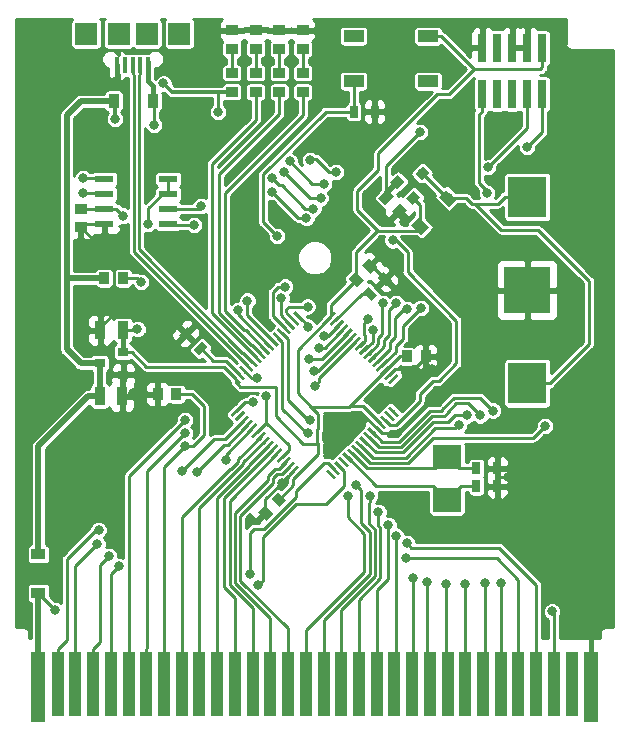
<source format=gtl>
G04 #@! TF.GenerationSoftware,KiCad,Pcbnew,5.0.0-rc2-dev-unknown-62522ee~64~ubuntu17.10.1*
G04 #@! TF.CreationDate,2018-05-05T21:53:19+02:00*
G04 #@! TF.ProjectId,gbcart,6762636172742E6B696361645F706362,rev?*
G04 #@! TF.SameCoordinates,Original*
G04 #@! TF.FileFunction,Copper,L1,Top,Signal*
G04 #@! TF.FilePolarity,Positive*
%FSLAX46Y46*%
G04 Gerber Fmt 4.6, Leading zero omitted, Abs format (unit mm)*
G04 Created by KiCad (PCBNEW 5.0.0-rc2-dev-unknown-62522ee~64~ubuntu17.10.1) date Sat May  5 21:53:19 2018*
%MOMM*%
%LPD*%
G01*
G04 APERTURE LIST*
%ADD10R,0.670000X1.000000*%
%ADD11C,0.670000*%
%ADD12C,0.100000*%
%ADD13R,0.970000X1.500000*%
%ADD14R,0.900000X1.200000*%
%ADD15R,1.200000X0.900000*%
%ADD16R,1.300000X6.000000*%
%ADD17R,1.000000X5.500000*%
%ADD18R,1.700000X1.000000*%
%ADD19R,0.900000X0.800000*%
%ADD20C,0.250000*%
%ADD21R,1.000000X0.820000*%
%ADD22R,0.740000X2.400000*%
%ADD23R,2.400000X2.000000*%
%ADD24R,1.897380X1.897380*%
%ADD25R,0.398780X1.348740*%
%ADD26R,0.398780X1.346200*%
%ADD27C,0.820000*%
%ADD28R,0.820000X1.000000*%
%ADD29R,3.300000X3.500000*%
%ADD30R,4.000000X4.000000*%
%ADD31C,0.900000*%
%ADD32R,1.550000X0.600000*%
%ADD33C,0.800000*%
%ADD34C,0.500000*%
%ADD35C,0.300000*%
%ADD36C,0.250000*%
%ADD37C,0.400000*%
%ADD38C,0.254000*%
G04 APERTURE END LIST*
D10*
X103325000Y-47300000D03*
X105075000Y-47300000D03*
X115450000Y-79000000D03*
X113700000Y-79000000D03*
X115449999Y-77500000D03*
X113699999Y-77500000D03*
D11*
X105937436Y-61462564D03*
D12*
G36*
X106054109Y-62052998D02*
X105347002Y-61345891D01*
X105820763Y-60872130D01*
X106527870Y-61579237D01*
X106054109Y-62052998D01*
X106054109Y-62052998D01*
G37*
D11*
X104700000Y-62700000D03*
D12*
G36*
X104816673Y-63290434D02*
X104109566Y-62583327D01*
X104583327Y-62109566D01*
X105290434Y-62816673D01*
X104816673Y-63290434D01*
X104816673Y-63290434D01*
G37*
D11*
X90337436Y-67337436D03*
D12*
G36*
X90927870Y-67220763D02*
X90220763Y-67927870D01*
X89747002Y-67454109D01*
X90454109Y-66747002D01*
X90927870Y-67220763D01*
X90927870Y-67220763D01*
G37*
D11*
X89100000Y-66100000D03*
D12*
G36*
X89690434Y-65983327D02*
X88983327Y-66690434D01*
X88509566Y-66216673D01*
X89216673Y-65509566D01*
X89690434Y-65983327D01*
X89690434Y-65983327D01*
G37*
D13*
X81790000Y-71400000D03*
X83700000Y-71400000D03*
X81845000Y-65800000D03*
X83755000Y-65800000D03*
D14*
X86300000Y-46400000D03*
X83000000Y-46400000D03*
D15*
X76600000Y-84750000D03*
X76600000Y-88050000D03*
D16*
X123400000Y-96000000D03*
D17*
X121750000Y-95750000D03*
X120250000Y-95750000D03*
X118750000Y-95750000D03*
X117250000Y-95750000D03*
X115750000Y-95750000D03*
X114250000Y-95750000D03*
X112750000Y-95750000D03*
X111250000Y-95750000D03*
X109750000Y-95750000D03*
X108250000Y-95750000D03*
X106750000Y-95750000D03*
X105250000Y-95750000D03*
X103750000Y-95750000D03*
X102250000Y-95750000D03*
X100750000Y-95750000D03*
X99250000Y-95750000D03*
X97750000Y-95750000D03*
X96250000Y-95750000D03*
X94750000Y-95750000D03*
X93250000Y-95750000D03*
X91750000Y-95750000D03*
X90250000Y-95750000D03*
X88750000Y-95750000D03*
X87250000Y-95750000D03*
X85750000Y-95750000D03*
X84250000Y-95750000D03*
X82750000Y-95750000D03*
X81250000Y-95750000D03*
X79750000Y-95750000D03*
D16*
X76600000Y-96000000D03*
D17*
X78250000Y-95750000D03*
D18*
X103300000Y-40900000D03*
X109600000Y-40900000D03*
X103300000Y-44700000D03*
X109600000Y-44700000D03*
D19*
X83800000Y-69550000D03*
X83800000Y-67650000D03*
X81800000Y-68600000D03*
D20*
X101378858Y-77982159D03*
D12*
G36*
X101820800Y-78247324D02*
X101644023Y-78424101D01*
X100936916Y-77716994D01*
X101113693Y-77540217D01*
X101820800Y-78247324D01*
X101820800Y-78247324D01*
G37*
D20*
X101732412Y-77628606D03*
D12*
G36*
X102174354Y-77893771D02*
X101997577Y-78070548D01*
X101290470Y-77363441D01*
X101467247Y-77186664D01*
X102174354Y-77893771D01*
X102174354Y-77893771D01*
G37*
D20*
X102085965Y-77275052D03*
D12*
G36*
X102527907Y-77540217D02*
X102351130Y-77716994D01*
X101644023Y-77009887D01*
X101820800Y-76833110D01*
X102527907Y-77540217D01*
X102527907Y-77540217D01*
G37*
D20*
X102439518Y-76921499D03*
D12*
G36*
X102881460Y-77186664D02*
X102704683Y-77363441D01*
X101997576Y-76656334D01*
X102174353Y-76479557D01*
X102881460Y-77186664D01*
X102881460Y-77186664D01*
G37*
D20*
X102793072Y-76567946D03*
D12*
G36*
X103235014Y-76833111D02*
X103058237Y-77009888D01*
X102351130Y-76302781D01*
X102527907Y-76126004D01*
X103235014Y-76833111D01*
X103235014Y-76833111D01*
G37*
D20*
X103146625Y-76214392D03*
D12*
G36*
X103588567Y-76479557D02*
X103411790Y-76656334D01*
X102704683Y-75949227D01*
X102881460Y-75772450D01*
X103588567Y-76479557D01*
X103588567Y-76479557D01*
G37*
D20*
X103500179Y-75860839D03*
D12*
G36*
X103942121Y-76126004D02*
X103765344Y-76302781D01*
X103058237Y-75595674D01*
X103235014Y-75418897D01*
X103942121Y-76126004D01*
X103942121Y-76126004D01*
G37*
D20*
X103853732Y-75507285D03*
D12*
G36*
X104295674Y-75772450D02*
X104118897Y-75949227D01*
X103411790Y-75242120D01*
X103588567Y-75065343D01*
X104295674Y-75772450D01*
X104295674Y-75772450D01*
G37*
D20*
X104207285Y-75153732D03*
D12*
G36*
X104649227Y-75418897D02*
X104472450Y-75595674D01*
X103765343Y-74888567D01*
X103942120Y-74711790D01*
X104649227Y-75418897D01*
X104649227Y-75418897D01*
G37*
D20*
X104560839Y-74800179D03*
D12*
G36*
X105002781Y-75065344D02*
X104826004Y-75242121D01*
X104118897Y-74535014D01*
X104295674Y-74358237D01*
X105002781Y-75065344D01*
X105002781Y-75065344D01*
G37*
D20*
X104914392Y-74446625D03*
D12*
G36*
X105356334Y-74711790D02*
X105179557Y-74888567D01*
X104472450Y-74181460D01*
X104649227Y-74004683D01*
X105356334Y-74711790D01*
X105356334Y-74711790D01*
G37*
D20*
X105267946Y-74093072D03*
D12*
G36*
X105709888Y-74358237D02*
X105533111Y-74535014D01*
X104826004Y-73827907D01*
X105002781Y-73651130D01*
X105709888Y-74358237D01*
X105709888Y-74358237D01*
G37*
D20*
X105621499Y-73739518D03*
D12*
G36*
X106063441Y-74004683D02*
X105886664Y-74181460D01*
X105179557Y-73474353D01*
X105356334Y-73297576D01*
X106063441Y-74004683D01*
X106063441Y-74004683D01*
G37*
D20*
X105975052Y-73385965D03*
D12*
G36*
X106416994Y-73651130D02*
X106240217Y-73827907D01*
X105533110Y-73120800D01*
X105709887Y-72944023D01*
X106416994Y-73651130D01*
X106416994Y-73651130D01*
G37*
D20*
X106328606Y-73032412D03*
D12*
G36*
X106770548Y-73297577D02*
X106593771Y-73474354D01*
X105886664Y-72767247D01*
X106063441Y-72590470D01*
X106770548Y-73297577D01*
X106770548Y-73297577D01*
G37*
D20*
X106682159Y-72678858D03*
D12*
G36*
X107124101Y-72944023D02*
X106947324Y-73120800D01*
X106240217Y-72413693D01*
X106416994Y-72236916D01*
X107124101Y-72944023D01*
X107124101Y-72944023D01*
G37*
D20*
X106682159Y-69921142D03*
D12*
G36*
X106947324Y-69479200D02*
X107124101Y-69655977D01*
X106416994Y-70363084D01*
X106240217Y-70186307D01*
X106947324Y-69479200D01*
X106947324Y-69479200D01*
G37*
D20*
X106328606Y-69567588D03*
D12*
G36*
X106593771Y-69125646D02*
X106770548Y-69302423D01*
X106063441Y-70009530D01*
X105886664Y-69832753D01*
X106593771Y-69125646D01*
X106593771Y-69125646D01*
G37*
D20*
X105975052Y-69214035D03*
D12*
G36*
X106240217Y-68772093D02*
X106416994Y-68948870D01*
X105709887Y-69655977D01*
X105533110Y-69479200D01*
X106240217Y-68772093D01*
X106240217Y-68772093D01*
G37*
D20*
X105621499Y-68860482D03*
D12*
G36*
X105886664Y-68418540D02*
X106063441Y-68595317D01*
X105356334Y-69302424D01*
X105179557Y-69125647D01*
X105886664Y-68418540D01*
X105886664Y-68418540D01*
G37*
D20*
X105267946Y-68506928D03*
D12*
G36*
X105533111Y-68064986D02*
X105709888Y-68241763D01*
X105002781Y-68948870D01*
X104826004Y-68772093D01*
X105533111Y-68064986D01*
X105533111Y-68064986D01*
G37*
D20*
X104914392Y-68153375D03*
D12*
G36*
X105179557Y-67711433D02*
X105356334Y-67888210D01*
X104649227Y-68595317D01*
X104472450Y-68418540D01*
X105179557Y-67711433D01*
X105179557Y-67711433D01*
G37*
D20*
X104560839Y-67799821D03*
D12*
G36*
X104826004Y-67357879D02*
X105002781Y-67534656D01*
X104295674Y-68241763D01*
X104118897Y-68064986D01*
X104826004Y-67357879D01*
X104826004Y-67357879D01*
G37*
D20*
X104207285Y-67446268D03*
D12*
G36*
X104472450Y-67004326D02*
X104649227Y-67181103D01*
X103942120Y-67888210D01*
X103765343Y-67711433D01*
X104472450Y-67004326D01*
X104472450Y-67004326D01*
G37*
D20*
X103853732Y-67092715D03*
D12*
G36*
X104118897Y-66650773D02*
X104295674Y-66827550D01*
X103588567Y-67534657D01*
X103411790Y-67357880D01*
X104118897Y-66650773D01*
X104118897Y-66650773D01*
G37*
D20*
X103500179Y-66739161D03*
D12*
G36*
X103765344Y-66297219D02*
X103942121Y-66473996D01*
X103235014Y-67181103D01*
X103058237Y-67004326D01*
X103765344Y-66297219D01*
X103765344Y-66297219D01*
G37*
D20*
X103146625Y-66385608D03*
D12*
G36*
X103411790Y-65943666D02*
X103588567Y-66120443D01*
X102881460Y-66827550D01*
X102704683Y-66650773D01*
X103411790Y-65943666D01*
X103411790Y-65943666D01*
G37*
D20*
X102793072Y-66032054D03*
D12*
G36*
X103058237Y-65590112D02*
X103235014Y-65766889D01*
X102527907Y-66473996D01*
X102351130Y-66297219D01*
X103058237Y-65590112D01*
X103058237Y-65590112D01*
G37*
D20*
X102439518Y-65678501D03*
D12*
G36*
X102704683Y-65236559D02*
X102881460Y-65413336D01*
X102174353Y-66120443D01*
X101997576Y-65943666D01*
X102704683Y-65236559D01*
X102704683Y-65236559D01*
G37*
D20*
X102085965Y-65324948D03*
D12*
G36*
X102351130Y-64883006D02*
X102527907Y-65059783D01*
X101820800Y-65766890D01*
X101644023Y-65590113D01*
X102351130Y-64883006D01*
X102351130Y-64883006D01*
G37*
D20*
X101732412Y-64971394D03*
D12*
G36*
X101997577Y-64529452D02*
X102174354Y-64706229D01*
X101467247Y-65413336D01*
X101290470Y-65236559D01*
X101997577Y-64529452D01*
X101997577Y-64529452D01*
G37*
D20*
X101378858Y-64617841D03*
D12*
G36*
X101644023Y-64175899D02*
X101820800Y-64352676D01*
X101113693Y-65059783D01*
X100936916Y-64883006D01*
X101644023Y-64175899D01*
X101644023Y-64175899D01*
G37*
D20*
X98621142Y-64617841D03*
D12*
G36*
X99063084Y-64883006D02*
X98886307Y-65059783D01*
X98179200Y-64352676D01*
X98355977Y-64175899D01*
X99063084Y-64883006D01*
X99063084Y-64883006D01*
G37*
D20*
X98267588Y-64971394D03*
D12*
G36*
X98709530Y-65236559D02*
X98532753Y-65413336D01*
X97825646Y-64706229D01*
X98002423Y-64529452D01*
X98709530Y-65236559D01*
X98709530Y-65236559D01*
G37*
D20*
X97914035Y-65324948D03*
D12*
G36*
X98355977Y-65590113D02*
X98179200Y-65766890D01*
X97472093Y-65059783D01*
X97648870Y-64883006D01*
X98355977Y-65590113D01*
X98355977Y-65590113D01*
G37*
D20*
X97560482Y-65678501D03*
D12*
G36*
X98002424Y-65943666D02*
X97825647Y-66120443D01*
X97118540Y-65413336D01*
X97295317Y-65236559D01*
X98002424Y-65943666D01*
X98002424Y-65943666D01*
G37*
D20*
X97206928Y-66032054D03*
D12*
G36*
X97648870Y-66297219D02*
X97472093Y-66473996D01*
X96764986Y-65766889D01*
X96941763Y-65590112D01*
X97648870Y-66297219D01*
X97648870Y-66297219D01*
G37*
D20*
X96853375Y-66385608D03*
D12*
G36*
X97295317Y-66650773D02*
X97118540Y-66827550D01*
X96411433Y-66120443D01*
X96588210Y-65943666D01*
X97295317Y-66650773D01*
X97295317Y-66650773D01*
G37*
D20*
X96499821Y-66739161D03*
D12*
G36*
X96941763Y-67004326D02*
X96764986Y-67181103D01*
X96057879Y-66473996D01*
X96234656Y-66297219D01*
X96941763Y-67004326D01*
X96941763Y-67004326D01*
G37*
D20*
X96146268Y-67092715D03*
D12*
G36*
X96588210Y-67357880D02*
X96411433Y-67534657D01*
X95704326Y-66827550D01*
X95881103Y-66650773D01*
X96588210Y-67357880D01*
X96588210Y-67357880D01*
G37*
D20*
X95792715Y-67446268D03*
D12*
G36*
X96234657Y-67711433D02*
X96057880Y-67888210D01*
X95350773Y-67181103D01*
X95527550Y-67004326D01*
X96234657Y-67711433D01*
X96234657Y-67711433D01*
G37*
D20*
X95439161Y-67799821D03*
D12*
G36*
X95881103Y-68064986D02*
X95704326Y-68241763D01*
X94997219Y-67534656D01*
X95173996Y-67357879D01*
X95881103Y-68064986D01*
X95881103Y-68064986D01*
G37*
D20*
X95085608Y-68153375D03*
D12*
G36*
X95527550Y-68418540D02*
X95350773Y-68595317D01*
X94643666Y-67888210D01*
X94820443Y-67711433D01*
X95527550Y-68418540D01*
X95527550Y-68418540D01*
G37*
D20*
X94732054Y-68506928D03*
D12*
G36*
X95173996Y-68772093D02*
X94997219Y-68948870D01*
X94290112Y-68241763D01*
X94466889Y-68064986D01*
X95173996Y-68772093D01*
X95173996Y-68772093D01*
G37*
D20*
X94378501Y-68860482D03*
D12*
G36*
X94820443Y-69125647D02*
X94643666Y-69302424D01*
X93936559Y-68595317D01*
X94113336Y-68418540D01*
X94820443Y-69125647D01*
X94820443Y-69125647D01*
G37*
D20*
X94024948Y-69214035D03*
D12*
G36*
X94466890Y-69479200D02*
X94290113Y-69655977D01*
X93583006Y-68948870D01*
X93759783Y-68772093D01*
X94466890Y-69479200D01*
X94466890Y-69479200D01*
G37*
D20*
X93671394Y-69567588D03*
D12*
G36*
X94113336Y-69832753D02*
X93936559Y-70009530D01*
X93229452Y-69302423D01*
X93406229Y-69125646D01*
X94113336Y-69832753D01*
X94113336Y-69832753D01*
G37*
D20*
X93317841Y-69921142D03*
D12*
G36*
X93759783Y-70186307D02*
X93583006Y-70363084D01*
X92875899Y-69655977D01*
X93052676Y-69479200D01*
X93759783Y-70186307D01*
X93759783Y-70186307D01*
G37*
D20*
X93317841Y-72678858D03*
D12*
G36*
X93583006Y-72236916D02*
X93759783Y-72413693D01*
X93052676Y-73120800D01*
X92875899Y-72944023D01*
X93583006Y-72236916D01*
X93583006Y-72236916D01*
G37*
D20*
X93671394Y-73032412D03*
D12*
G36*
X93936559Y-72590470D02*
X94113336Y-72767247D01*
X93406229Y-73474354D01*
X93229452Y-73297577D01*
X93936559Y-72590470D01*
X93936559Y-72590470D01*
G37*
D20*
X94024948Y-73385965D03*
D12*
G36*
X94290113Y-72944023D02*
X94466890Y-73120800D01*
X93759783Y-73827907D01*
X93583006Y-73651130D01*
X94290113Y-72944023D01*
X94290113Y-72944023D01*
G37*
D20*
X94378501Y-73739518D03*
D12*
G36*
X94643666Y-73297576D02*
X94820443Y-73474353D01*
X94113336Y-74181460D01*
X93936559Y-74004683D01*
X94643666Y-73297576D01*
X94643666Y-73297576D01*
G37*
D20*
X94732054Y-74093072D03*
D12*
G36*
X94997219Y-73651130D02*
X95173996Y-73827907D01*
X94466889Y-74535014D01*
X94290112Y-74358237D01*
X94997219Y-73651130D01*
X94997219Y-73651130D01*
G37*
D20*
X95085608Y-74446625D03*
D12*
G36*
X95350773Y-74004683D02*
X95527550Y-74181460D01*
X94820443Y-74888567D01*
X94643666Y-74711790D01*
X95350773Y-74004683D01*
X95350773Y-74004683D01*
G37*
D20*
X95439161Y-74800179D03*
D12*
G36*
X95704326Y-74358237D02*
X95881103Y-74535014D01*
X95173996Y-75242121D01*
X94997219Y-75065344D01*
X95704326Y-74358237D01*
X95704326Y-74358237D01*
G37*
D20*
X95792715Y-75153732D03*
D12*
G36*
X96057880Y-74711790D02*
X96234657Y-74888567D01*
X95527550Y-75595674D01*
X95350773Y-75418897D01*
X96057880Y-74711790D01*
X96057880Y-74711790D01*
G37*
D20*
X96146268Y-75507285D03*
D12*
G36*
X96411433Y-75065343D02*
X96588210Y-75242120D01*
X95881103Y-75949227D01*
X95704326Y-75772450D01*
X96411433Y-75065343D01*
X96411433Y-75065343D01*
G37*
D20*
X96499821Y-75860839D03*
D12*
G36*
X96764986Y-75418897D02*
X96941763Y-75595674D01*
X96234656Y-76302781D01*
X96057879Y-76126004D01*
X96764986Y-75418897D01*
X96764986Y-75418897D01*
G37*
D20*
X96853375Y-76214392D03*
D12*
G36*
X97118540Y-75772450D02*
X97295317Y-75949227D01*
X96588210Y-76656334D01*
X96411433Y-76479557D01*
X97118540Y-75772450D01*
X97118540Y-75772450D01*
G37*
D20*
X97206928Y-76567946D03*
D12*
G36*
X97472093Y-76126004D02*
X97648870Y-76302781D01*
X96941763Y-77009888D01*
X96764986Y-76833111D01*
X97472093Y-76126004D01*
X97472093Y-76126004D01*
G37*
D20*
X97560482Y-76921499D03*
D12*
G36*
X97825647Y-76479557D02*
X98002424Y-76656334D01*
X97295317Y-77363441D01*
X97118540Y-77186664D01*
X97825647Y-76479557D01*
X97825647Y-76479557D01*
G37*
D20*
X97914035Y-77275052D03*
D12*
G36*
X98179200Y-76833110D02*
X98355977Y-77009887D01*
X97648870Y-77716994D01*
X97472093Y-77540217D01*
X98179200Y-76833110D01*
X98179200Y-76833110D01*
G37*
D20*
X98267588Y-77628606D03*
D12*
G36*
X98532753Y-77186664D02*
X98709530Y-77363441D01*
X98002423Y-78070548D01*
X97825646Y-77893771D01*
X98532753Y-77186664D01*
X98532753Y-77186664D01*
G37*
D20*
X98621142Y-77982159D03*
D12*
G36*
X98886307Y-77540217D02*
X99063084Y-77716994D01*
X98355977Y-78424101D01*
X98179200Y-78247324D01*
X98886307Y-77540217D01*
X98886307Y-77540217D01*
G37*
D21*
X93000000Y-40400000D03*
X93000000Y-42000000D03*
X95006256Y-41973514D03*
X95006256Y-40373514D03*
X97000000Y-40400000D03*
X97000000Y-42000000D03*
X99000000Y-42000000D03*
X99000000Y-40400000D03*
D22*
X119270000Y-41900000D03*
X119270000Y-45800000D03*
X118000000Y-41900000D03*
X118000000Y-45800000D03*
X116730000Y-41900000D03*
X116730000Y-45800000D03*
X115460000Y-41900000D03*
X115460000Y-45800000D03*
X114190000Y-41900000D03*
X114190000Y-45800000D03*
D21*
X93000000Y-44021832D03*
X93000000Y-45621832D03*
X95000000Y-45600000D03*
X95000000Y-44000000D03*
X97000000Y-45621832D03*
X97000000Y-44021832D03*
X99000000Y-44000000D03*
X99000000Y-45600000D03*
D23*
X111200000Y-80200000D03*
X111200000Y-76500000D03*
D24*
X85798880Y-40700000D03*
X83401120Y-40700000D03*
X80650300Y-40700000D03*
X88549700Y-40700000D03*
D25*
X85900480Y-43374620D03*
D26*
X85247700Y-43374620D03*
X84600000Y-43374620D03*
X83952300Y-43374620D03*
X83299520Y-43374620D03*
D27*
X96965685Y-80134315D03*
D12*
G36*
X96902045Y-79490848D02*
X97609152Y-80197955D01*
X97029325Y-80777782D01*
X96322218Y-80070675D01*
X96902045Y-79490848D01*
X96902045Y-79490848D01*
G37*
D27*
X95834315Y-81265685D03*
D12*
G36*
X95770675Y-80622218D02*
X96477782Y-81329325D01*
X95897955Y-81909152D01*
X95190848Y-81202045D01*
X95770675Y-80622218D01*
X95770675Y-80622218D01*
G37*
D27*
X103500000Y-61500000D03*
D12*
G36*
X103563640Y-62143467D02*
X102856533Y-61436360D01*
X103436360Y-60856533D01*
X104143467Y-61563640D01*
X103563640Y-62143467D01*
X103563640Y-62143467D01*
G37*
D27*
X104631370Y-60368630D03*
D12*
G36*
X104695010Y-61012097D02*
X103987903Y-60304990D01*
X104567730Y-59725163D01*
X105274837Y-60432270D01*
X104695010Y-61012097D01*
X104695010Y-61012097D01*
G37*
D28*
X109400000Y-68000000D03*
X107800000Y-68000000D03*
D29*
X118000000Y-70300000D03*
X118000000Y-54500000D03*
D30*
X118000000Y-62400000D03*
D31*
X108933274Y-56966726D03*
D12*
G36*
X109039340Y-57709188D02*
X108190812Y-56860660D01*
X108827208Y-56224264D01*
X109675736Y-57072792D01*
X109039340Y-57709188D01*
X109039340Y-57709188D01*
G37*
D31*
X111266726Y-54633274D03*
D12*
G36*
X111372792Y-55375736D02*
X110524264Y-54527208D01*
X111160660Y-53890812D01*
X112009188Y-54739340D01*
X111372792Y-55375736D01*
X111372792Y-55375736D01*
G37*
D28*
X82200000Y-61400000D03*
X83800000Y-61400000D03*
D21*
X80200000Y-57100000D03*
X80200000Y-55500000D03*
D32*
X82200000Y-52995000D03*
X82200000Y-54265000D03*
X82200000Y-55535000D03*
X82200000Y-56805000D03*
X87600000Y-56805000D03*
X87600000Y-55535000D03*
X87600000Y-54265000D03*
X87600000Y-52995000D03*
D33*
X107014035Y-53242462D03*
D12*
G36*
X106978680Y-53843503D02*
X106412994Y-53277817D01*
X107049390Y-52641421D01*
X107615076Y-53207107D01*
X106978680Y-53843503D01*
X106978680Y-53843503D01*
G37*
D33*
X108357538Y-54585965D03*
D12*
G36*
X108322183Y-55187006D02*
X107756497Y-54621320D01*
X108392893Y-53984924D01*
X108958579Y-54550610D01*
X108322183Y-55187006D01*
X108322183Y-55187006D01*
G37*
D33*
X109100000Y-52500000D03*
D12*
G36*
X109064645Y-53101041D02*
X108498959Y-52535355D01*
X109135355Y-51898959D01*
X109701041Y-52464645D01*
X109064645Y-53101041D01*
X109064645Y-53101041D01*
G37*
D27*
X106034315Y-54534315D03*
D12*
G36*
X105390848Y-54597955D02*
X106097955Y-53890848D01*
X106677782Y-54470675D01*
X105970675Y-55177782D01*
X105390848Y-54597955D01*
X105390848Y-54597955D01*
G37*
D27*
X107165685Y-55665685D03*
D12*
G36*
X106522218Y-55729325D02*
X107229325Y-55022218D01*
X107809152Y-55602045D01*
X107102045Y-56309152D01*
X106522218Y-55729325D01*
X106522218Y-55729325D01*
G37*
D28*
X88300000Y-71200000D03*
X86700000Y-71200000D03*
D33*
X87200000Y-44900000D03*
X83100000Y-47900000D03*
X108900000Y-49000000D03*
X91800000Y-47300000D03*
X116400000Y-78200000D03*
X80700000Y-65800000D03*
X88300000Y-65300000D03*
X91500000Y-40400000D03*
X83200000Y-44700000D03*
X84637340Y-71137340D03*
X123400000Y-90000000D03*
X109900000Y-69100000D03*
X103674990Y-73200000D03*
X105832854Y-59307534D03*
X81400000Y-58300000D03*
X110400000Y-71800000D03*
X97200000Y-78696194D03*
X101100000Y-74900000D03*
X107600000Y-56600000D03*
X97500000Y-59900000D03*
X89800000Y-52900000D03*
X88900000Y-59100000D03*
X90400000Y-62700000D03*
X115700000Y-48900000D03*
X85900000Y-56800000D03*
X83800000Y-56100000D03*
X85000000Y-65700000D03*
X120100000Y-89600000D03*
X92500000Y-76800000D03*
X99400000Y-74500000D03*
X107800000Y-83800000D03*
X99600000Y-73400000D03*
X107700000Y-85100000D03*
X104547905Y-64864023D03*
X115800000Y-87200000D03*
X104900000Y-65800000D03*
X114400000Y-87200000D03*
X115100000Y-72600000D03*
X112700000Y-87300000D03*
X114000000Y-73000000D03*
X111100000Y-87300000D03*
X112900000Y-73000000D03*
X109500000Y-87100000D03*
X112200000Y-73800000D03*
X108300000Y-86800000D03*
X97500000Y-62100000D03*
X106900000Y-83200000D03*
X97175021Y-63087999D03*
X106242995Y-82268620D03*
X105400000Y-81200000D03*
X99400000Y-63800000D03*
X104700000Y-79800000D03*
X99400000Y-65500000D03*
X103500000Y-78900000D03*
X100800000Y-66300000D03*
X102800000Y-79800000D03*
X100374990Y-67278061D03*
X89000000Y-75600000D03*
X99525942Y-68207950D03*
X89000000Y-74500000D03*
X99940954Y-69232406D03*
X89000000Y-73400000D03*
X100000000Y-70500000D03*
X83400000Y-85800000D03*
X90000000Y-77800000D03*
X82600000Y-84900000D03*
X88800000Y-77700000D03*
X93500000Y-64100000D03*
X81600000Y-83900000D03*
X94300000Y-63300000D03*
X81700000Y-82700000D03*
X96800000Y-57800000D03*
X95900000Y-71400000D03*
X114600000Y-54200000D03*
X119499999Y-73900000D03*
X118000000Y-50300004D03*
X95124979Y-69874990D03*
X94800000Y-71900000D03*
X114700000Y-52000000D03*
X94500000Y-86400000D03*
X86400000Y-48400000D03*
X95200000Y-87400000D03*
X78000000Y-89500000D03*
X106600000Y-58200000D03*
X101800000Y-52400000D03*
X99600000Y-51400000D03*
X85300000Y-61700000D03*
X109000000Y-63900000D03*
X100800000Y-53400000D03*
X97900000Y-51500000D03*
X80400000Y-52900000D03*
X107800000Y-64000000D03*
X100500000Y-54600000D03*
X97407115Y-52392885D03*
X90400000Y-55274990D03*
X106900000Y-63500000D03*
X99900000Y-55500000D03*
X96400000Y-52900000D03*
X80400000Y-54200000D03*
X105800000Y-63500000D03*
X99300000Y-56300000D03*
X89800000Y-56900000D03*
X96386799Y-54087881D03*
D34*
X80805000Y-71400000D02*
X81790000Y-71400000D01*
X76600000Y-75605000D02*
X80805000Y-71400000D01*
X81790000Y-68610000D02*
X81800000Y-68600000D01*
X81790000Y-71400000D02*
X81790000Y-68610000D01*
X80200000Y-68600000D02*
X81800000Y-68600000D01*
X83000000Y-46400000D02*
X80200000Y-46400000D01*
X80200000Y-46400000D02*
X79000000Y-47600000D01*
X79000000Y-67400000D02*
X80200000Y-68600000D01*
D35*
X87921832Y-45621832D02*
X87200000Y-44900000D01*
X83100000Y-46500000D02*
X83000000Y-46400000D01*
X83100000Y-47900000D02*
X83100000Y-46500000D01*
D34*
X76600000Y-84750000D02*
X76600000Y-80400000D01*
X76600000Y-80400000D02*
X76600000Y-75605000D01*
X82200000Y-61400000D02*
X79100000Y-61400000D01*
X79100000Y-61400000D02*
X79000000Y-61300000D01*
X79000000Y-47600000D02*
X79000000Y-61300000D01*
X79000000Y-61300000D02*
X79000000Y-67400000D01*
X106034315Y-54222182D02*
X107014035Y-53242462D01*
X106034315Y-54534315D02*
X106034315Y-54222182D01*
D36*
X106034315Y-51865685D02*
X108900000Y-49000000D01*
X106034315Y-54534315D02*
X106034315Y-51865685D01*
X91800000Y-45721832D02*
X91900000Y-45621832D01*
X91800000Y-47300000D02*
X91800000Y-45721832D01*
D35*
X93000000Y-45621832D02*
X91900000Y-45621832D01*
X91900000Y-45621832D02*
X87921832Y-45621832D01*
D36*
X115449999Y-78999999D02*
X115450000Y-79000000D01*
X115449999Y-78200000D02*
X116400000Y-78200000D01*
X115449999Y-77500000D02*
X115449999Y-78200000D01*
X115449999Y-78200000D02*
X115449999Y-78999999D01*
D37*
X83700000Y-69650000D02*
X83800000Y-69550000D01*
X83700000Y-71400000D02*
X83700000Y-69650000D01*
X81845000Y-65800000D02*
X80700000Y-65800000D01*
X89100000Y-66100000D02*
X88300000Y-65300000D01*
D36*
X99000000Y-40400000D02*
X97000000Y-40400000D01*
X95032742Y-40400000D02*
X95006256Y-40373514D01*
X97000000Y-40400000D02*
X95032742Y-40400000D01*
X93026486Y-40373514D02*
X93000000Y-40400000D01*
X95006256Y-40373514D02*
X93026486Y-40373514D01*
X93000000Y-40400000D02*
X91500000Y-40400000D01*
D35*
X83299520Y-43374620D02*
X83299520Y-44600480D01*
X83299520Y-44600480D02*
X83200000Y-44700000D01*
D37*
X84637340Y-71347660D02*
X84637340Y-71137340D01*
X84585000Y-71400000D02*
X84637340Y-71347660D01*
X83700000Y-71400000D02*
X84585000Y-71400000D01*
X123400000Y-96000000D02*
X123400000Y-90000000D01*
D36*
X109400000Y-68090000D02*
X109400000Y-68000000D01*
X108390000Y-69100000D02*
X109400000Y-68090000D01*
X106796194Y-69100000D02*
X108390000Y-69100000D01*
X106328606Y-69567588D02*
X106796194Y-69100000D01*
X109400000Y-68000000D02*
X109400000Y-68600000D01*
X109400000Y-68600000D02*
X109900000Y-69100000D01*
X104843502Y-60368630D02*
X105937436Y-61462564D01*
X104631370Y-60368630D02*
X104843502Y-60368630D01*
X105267946Y-74093072D02*
X104374874Y-73200000D01*
X104240675Y-73200000D02*
X103674990Y-73200000D01*
X104374874Y-73200000D02*
X104240675Y-73200000D01*
X83100000Y-69550000D02*
X82800000Y-69250000D01*
X83800000Y-69550000D02*
X83100000Y-69550000D01*
X81845000Y-66800000D02*
X81845000Y-65800000D01*
X82800000Y-67755000D02*
X81845000Y-66800000D01*
X82800000Y-69250000D02*
X82800000Y-67755000D01*
X87900001Y-64900001D02*
X85500001Y-64900001D01*
X88300000Y-65300000D02*
X87900001Y-64900001D01*
X85500001Y-64900001D02*
X85000000Y-64400000D01*
X81845000Y-65535000D02*
X81845000Y-65800000D01*
X82980000Y-64400000D02*
X81845000Y-65535000D01*
X85000000Y-64400000D02*
X82980000Y-64400000D01*
X123400000Y-89434315D02*
X121500000Y-87534315D01*
X123400000Y-90000000D02*
X123400000Y-89434315D01*
X121500000Y-87534315D02*
X121500000Y-83400000D01*
X117100000Y-79000000D02*
X115450000Y-79000000D01*
X121500000Y-83400000D02*
X117100000Y-79000000D01*
X105692466Y-59307534D02*
X105832854Y-59307534D01*
X104631370Y-60368630D02*
X105692466Y-59307534D01*
X80495000Y-56805000D02*
X80200000Y-57100000D01*
X82200000Y-56805000D02*
X80495000Y-56805000D01*
X80200000Y-57100000D02*
X81400000Y-58300000D01*
X105692209Y-74517335D02*
X107182665Y-74517335D01*
X105267946Y-74093072D02*
X105692209Y-74517335D01*
X107182665Y-74517335D02*
X109900000Y-71800000D01*
X109900000Y-71800000D02*
X110400000Y-71800000D01*
X95834315Y-80061879D02*
X95834315Y-81265685D01*
X97200000Y-78696194D02*
X95834315Y-80061879D01*
X98267588Y-77628606D02*
X97200000Y-78696194D01*
X103674990Y-73200000D02*
X102800000Y-73200000D01*
X102800000Y-73200000D02*
X101100000Y-74900000D01*
X107165685Y-55665685D02*
X107165685Y-56165685D01*
X107165685Y-56165685D02*
X107600000Y-56600000D01*
X84700000Y-71200000D02*
X84637340Y-71137340D01*
X86700000Y-71200000D02*
X84700000Y-71200000D01*
D37*
X83755000Y-67605000D02*
X83800000Y-67650000D01*
X83755000Y-65800000D02*
X83755000Y-67605000D01*
D36*
X84500000Y-67650000D02*
X85750000Y-68900000D01*
X83800000Y-67650000D02*
X84500000Y-67650000D01*
X92296699Y-68900000D02*
X93317841Y-69921142D01*
X85750000Y-68900000D02*
X92296699Y-68900000D01*
X99700000Y-72300000D02*
X102889087Y-72300000D01*
X104081981Y-72200000D02*
X105621499Y-73739518D01*
X102989087Y-72200000D02*
X104081981Y-72200000D01*
X102989087Y-72200000D02*
X105975052Y-69214035D01*
X102889087Y-72300000D02*
X102989087Y-72200000D01*
X107189087Y-68000000D02*
X107800000Y-68000000D01*
X105975052Y-69214035D02*
X107189087Y-68000000D01*
X101378858Y-64617841D02*
X101378858Y-63621142D01*
X103139377Y-61860623D02*
X103500000Y-61500000D01*
X101378858Y-63621142D02*
X103139377Y-61860623D01*
X119100000Y-43700000D02*
X119270000Y-43530000D01*
X113500000Y-43700000D02*
X119100000Y-43700000D01*
X119270000Y-43530000D02*
X119270000Y-41900000D01*
X109600000Y-40900000D02*
X110700000Y-40900000D01*
X110700000Y-40900000D02*
X113500000Y-43700000D01*
X103500000Y-59200000D02*
X103500000Y-61500000D01*
X105344366Y-57355634D02*
X105200000Y-57500000D01*
X108933274Y-56966726D02*
X108544366Y-57355634D01*
X108544366Y-57355634D02*
X105344366Y-57355634D01*
X105200000Y-57500000D02*
X103500000Y-59200000D01*
X99700000Y-72300000D02*
X98550009Y-71150009D01*
X98550009Y-71150009D02*
X98550009Y-67446690D01*
X98550009Y-67446690D02*
X100954595Y-65042104D01*
X100954595Y-65042104D02*
X101378858Y-64617841D01*
X98621142Y-77982159D02*
X100325002Y-76278299D01*
X93317841Y-69921142D02*
X93317841Y-70197919D01*
X93317841Y-70197919D02*
X93719922Y-70600000D01*
X93719922Y-70600000D02*
X96700000Y-70600000D01*
X96700000Y-70600000D02*
X96700000Y-73100000D01*
X99000000Y-75400000D02*
X100325002Y-75400000D01*
X96700000Y-73100000D02*
X99000000Y-75400000D01*
X100325002Y-76278299D02*
X100325002Y-75400000D01*
X80235000Y-55535000D02*
X80200000Y-55500000D01*
X82200000Y-55535000D02*
X80235000Y-55535000D01*
X87600000Y-52995000D02*
X87600000Y-54265000D01*
X85900000Y-55490000D02*
X85900000Y-56800000D01*
X87600000Y-54265000D02*
X87125000Y-54265000D01*
X87125000Y-54265000D02*
X85900000Y-55490000D01*
X83800000Y-56100000D02*
X83200000Y-55500000D01*
X82235000Y-55500000D02*
X82200000Y-55535000D01*
X83200000Y-55500000D02*
X82235000Y-55500000D01*
X83755000Y-65800000D02*
X84900000Y-65800000D01*
X84900000Y-65800000D02*
X85000000Y-65700000D01*
X98196879Y-78406422D02*
X98193578Y-78406422D01*
X98621142Y-77982159D02*
X98196879Y-78406422D01*
X98193578Y-78906422D02*
X96965685Y-80134315D01*
X98193578Y-78406422D02*
X98193578Y-78906422D01*
X100174998Y-74251998D02*
X100325002Y-74101994D01*
X100174998Y-75249996D02*
X100174998Y-74251998D01*
X100325002Y-72925002D02*
X99700000Y-72300000D01*
X100325002Y-74101994D02*
X100325002Y-72925002D01*
X100325002Y-75400000D02*
X100174998Y-75249996D01*
X108933274Y-55161701D02*
X108933274Y-56966726D01*
X108357538Y-54585965D02*
X108933274Y-55161701D01*
X105400000Y-50800000D02*
X110400000Y-45800000D01*
X105400000Y-57300000D02*
X105300000Y-57300000D01*
X110400000Y-45800000D02*
X111400000Y-45800000D01*
X111400000Y-45800000D02*
X113500000Y-43700000D01*
X105200000Y-57500000D02*
X105400000Y-57300000D01*
X105400000Y-52200000D02*
X105400000Y-50800000D01*
X105300000Y-57300000D02*
X103600000Y-55600000D01*
X103600000Y-54000000D02*
X105400000Y-52200000D01*
X103600000Y-55600000D02*
X103600000Y-54000000D01*
X120250000Y-95750000D02*
X120250000Y-89750000D01*
X120250000Y-89750000D02*
X120100000Y-89600000D01*
X92500000Y-76325126D02*
X92500000Y-76800000D01*
X94732054Y-74093072D02*
X92500000Y-76325126D01*
X97277638Y-69014049D02*
X97277638Y-71777638D01*
X96853375Y-66385608D02*
X97266773Y-66799006D01*
X97266773Y-66799006D02*
X97266773Y-69003184D01*
X97266773Y-69003184D02*
X97277638Y-69014049D01*
X99336410Y-74500000D02*
X99400000Y-74500000D01*
X97277638Y-71777638D02*
X97277638Y-72441228D01*
X97277638Y-72441228D02*
X99336410Y-74500000D01*
X108199999Y-84199999D02*
X115599999Y-84199999D01*
X107800000Y-83800000D02*
X108199999Y-84199999D01*
X118750000Y-87350000D02*
X118750000Y-95750000D01*
X115599999Y-84199999D02*
X118750000Y-87350000D01*
X97716784Y-66541911D02*
X97716784Y-68816785D01*
X97206928Y-66032054D02*
X97716784Y-66541911D01*
X97727648Y-68827649D02*
X97727648Y-71727648D01*
X97716784Y-68816785D02*
X97727648Y-68827649D01*
X97727648Y-71727648D02*
X99400000Y-73400000D01*
X99400000Y-73400000D02*
X99600000Y-73400000D01*
X107700000Y-85100000D02*
X115400000Y-85100000D01*
X117250000Y-86950000D02*
X117250000Y-95750000D01*
X115400000Y-85100000D02*
X117250000Y-86950000D01*
X104277995Y-66250999D02*
X104147906Y-66120910D01*
X104147906Y-65264022D02*
X104547905Y-64864023D01*
X104147906Y-66120910D02*
X104147906Y-65264022D01*
X104277995Y-66668452D02*
X104277995Y-66250999D01*
X103853732Y-67092715D02*
X104277995Y-66668452D01*
X115800000Y-95700000D02*
X115750000Y-95750000D01*
X115800000Y-87200000D02*
X115800000Y-95700000D01*
X104900000Y-66753553D02*
X104900000Y-65800000D01*
X104207285Y-67446268D02*
X104900000Y-66753553D01*
X114400000Y-95600000D02*
X114250000Y-95750000D01*
X114400000Y-87200000D02*
X114400000Y-95600000D01*
X104914392Y-74446625D02*
X105692769Y-75225002D01*
X105692769Y-75225002D02*
X107148002Y-75225002D01*
X107148002Y-75225002D02*
X109773004Y-72600000D01*
X109773004Y-72600000D02*
X110800000Y-72600000D01*
X110800000Y-72600000D02*
X110800000Y-72500000D01*
X110800000Y-72500000D02*
X111800000Y-71500000D01*
X111800000Y-71500000D02*
X114000000Y-71500000D01*
X114000000Y-71500000D02*
X115100000Y-72600000D01*
X112700000Y-95700000D02*
X112750000Y-95750000D01*
X112700000Y-87300000D02*
X112700000Y-95700000D01*
X107334402Y-75675013D02*
X109909415Y-73100000D01*
X109909415Y-73100000D02*
X110700000Y-73100000D01*
X105435673Y-75675013D02*
X107334402Y-75675013D01*
X104560839Y-74800179D02*
X105435673Y-75675013D01*
X110700000Y-73100000D02*
X110936410Y-73100000D01*
X111250010Y-72786400D02*
X111250010Y-72749990D01*
X110936410Y-73100000D02*
X111250010Y-72786400D01*
X111250010Y-72749990D02*
X112000000Y-72000000D01*
X112000000Y-72000000D02*
X113000000Y-72000000D01*
X113000000Y-72000000D02*
X114000000Y-73000000D01*
X111100000Y-95600000D02*
X111250000Y-95750000D01*
X111100000Y-87300000D02*
X111100000Y-95600000D01*
X104207285Y-75153732D02*
X105178577Y-76125024D01*
X105178577Y-76125024D02*
X107520802Y-76125024D01*
X110045826Y-73600000D02*
X110800000Y-73600000D01*
X107520802Y-76125024D02*
X110045826Y-73600000D01*
X110800000Y-73600000D02*
X111300000Y-73600000D01*
X111300000Y-73600000D02*
X111900000Y-73000000D01*
X111900000Y-73000000D02*
X112900000Y-73000000D01*
X109500000Y-95500000D02*
X109750000Y-95750000D01*
X109500000Y-87100000D02*
X109500000Y-95500000D01*
X104277995Y-75931548D02*
X103853732Y-75507285D01*
X110182237Y-74100000D02*
X107707202Y-76575035D01*
X110800000Y-74100000D02*
X110182237Y-74100000D01*
X107707202Y-76575035D02*
X104921482Y-76575035D01*
X104921482Y-76575035D02*
X104277995Y-75931548D01*
X110800000Y-74100000D02*
X111900000Y-74100000D01*
X111900000Y-74100000D02*
X112200000Y-73800000D01*
X108300000Y-95700000D02*
X108250000Y-95750000D01*
X108300000Y-86800000D02*
X108300000Y-95700000D01*
X106900000Y-95600000D02*
X106750000Y-95750000D01*
X106900000Y-83200000D02*
X106900000Y-95600000D01*
X96450011Y-62584304D02*
X96934315Y-62100000D01*
X96934315Y-62100000D02*
X97500000Y-62100000D01*
X97560482Y-65678501D02*
X96450011Y-64568030D01*
X96450011Y-64568030D02*
X96450011Y-62584304D01*
X97175021Y-63653684D02*
X97175021Y-63087999D01*
X97914035Y-65324948D02*
X97140489Y-64551402D01*
X97140489Y-64551402D02*
X97140489Y-63688216D01*
X97140489Y-63688216D02*
X97175021Y-63653684D01*
X105250000Y-95750000D02*
X105250000Y-87754644D01*
X105250000Y-87754644D02*
X106169369Y-86835275D01*
X106242995Y-82834305D02*
X106242995Y-82268620D01*
X106169369Y-86835275D02*
X106169369Y-82907931D01*
X106169369Y-82907931D02*
X106242995Y-82834305D01*
X98267588Y-64971394D02*
X97700000Y-64403806D01*
X97700000Y-64372241D02*
X97600000Y-64272241D01*
X97700000Y-64403806D02*
X97700000Y-64372241D01*
X97600000Y-64272241D02*
X97600000Y-64000000D01*
X97600000Y-64000000D02*
X97800000Y-63800000D01*
X97800000Y-63800000D02*
X99400000Y-63800000D01*
X103750000Y-95750000D02*
X103750000Y-88618235D01*
X105400000Y-81765685D02*
X105400000Y-81200000D01*
X105400000Y-82331765D02*
X105400000Y-81765685D01*
X105550033Y-82481798D02*
X105400000Y-82331765D01*
X105550033Y-86818202D02*
X105550033Y-82481798D01*
X103750000Y-88618235D02*
X105550033Y-86818202D01*
X98621142Y-64617841D02*
X99400000Y-65396699D01*
X99400000Y-65396699D02*
X99400000Y-65500000D01*
X105100022Y-82668198D02*
X104600000Y-82168176D01*
X104600000Y-82168176D02*
X104600000Y-80465685D01*
X102250000Y-89481824D02*
X105100022Y-86631802D01*
X104700000Y-80365685D02*
X104700000Y-79800000D01*
X102250000Y-95750000D02*
X102250000Y-89481824D01*
X104600000Y-80465685D02*
X104700000Y-80365685D01*
X105100022Y-86631802D02*
X105100022Y-82668198D01*
X101110913Y-66300000D02*
X102085965Y-65324948D01*
X100800000Y-66300000D02*
X101110913Y-66300000D01*
X100750000Y-95750000D02*
X100750000Y-90345413D01*
X103899999Y-82104586D02*
X103899999Y-79299999D01*
X103899999Y-79299999D02*
X103500000Y-78900000D01*
X104650011Y-86445402D02*
X104650011Y-82854598D01*
X104650011Y-82854598D02*
X103899999Y-82104586D01*
X100750000Y-90345413D02*
X104650011Y-86445402D01*
X102439518Y-65678501D02*
X102015255Y-66102764D01*
X102015255Y-66102764D02*
X102015255Y-66148335D01*
X100885529Y-67278061D02*
X100374990Y-67278061D01*
X102015255Y-66148335D02*
X100885529Y-67278061D01*
X102800000Y-81640998D02*
X102800000Y-80365685D01*
X104200000Y-83040998D02*
X102800000Y-81640998D01*
X102800000Y-80365685D02*
X102800000Y-79800000D01*
X104200000Y-86259002D02*
X104200000Y-83040998D01*
X99250000Y-91209002D02*
X104200000Y-86259002D01*
X99250000Y-95750000D02*
X99250000Y-91209002D01*
X93700000Y-87000000D02*
X97750000Y-91050000D01*
X96471192Y-78351998D02*
X96471192Y-78717895D01*
X96851998Y-77971192D02*
X96471192Y-78351998D01*
X97217895Y-77971192D02*
X96851998Y-77971192D01*
X97914035Y-77275052D02*
X97217895Y-77971192D01*
X93700000Y-81489087D02*
X93700000Y-87000000D01*
X97750000Y-91050000D02*
X97750000Y-92750000D01*
X96471192Y-78717895D02*
X93700000Y-81489087D01*
X97750000Y-92750000D02*
X97750000Y-95750000D01*
X96665598Y-77521181D02*
X96960800Y-77521181D01*
X96250000Y-90186411D02*
X93249989Y-87186400D01*
X93249989Y-81231992D02*
X96021181Y-78460800D01*
X93249989Y-87186400D02*
X93249989Y-81231992D01*
X96021181Y-78165598D02*
X96665598Y-77521181D01*
X97136219Y-77345762D02*
X97560482Y-76921499D01*
X96960800Y-77521181D02*
X97136219Y-77345762D01*
X96021181Y-78460800D02*
X96021181Y-78165598D01*
X96250000Y-95750000D02*
X96250000Y-90186411D01*
X94750000Y-92750000D02*
X94750000Y-95750000D01*
X96853375Y-76214392D02*
X92799978Y-80267789D01*
X92799978Y-80267789D02*
X92799978Y-87372800D01*
X92799978Y-87372800D02*
X94750000Y-89322822D01*
X94750000Y-89322822D02*
X94750000Y-92750000D01*
X92349967Y-87559200D02*
X93250000Y-88459233D01*
X96075558Y-76285102D02*
X96075558Y-76306679D01*
X96499821Y-75860839D02*
X96075558Y-76285102D01*
X92349967Y-80032270D02*
X92349967Y-87559200D01*
X93250000Y-88459233D02*
X93250000Y-92750000D01*
X93250000Y-92750000D02*
X93250000Y-95750000D01*
X96075558Y-76306679D02*
X92349967Y-80032270D01*
X91750000Y-92750000D02*
X91750000Y-95750000D01*
X96146268Y-75507285D02*
X94425024Y-77228529D01*
X94425024Y-77320802D02*
X91750000Y-79995826D01*
X94425024Y-77228529D02*
X94425024Y-77320802D01*
X91750000Y-79995826D02*
X91750000Y-92750000D01*
X93975013Y-76971434D02*
X93975013Y-77134402D01*
X95792715Y-75153732D02*
X93975013Y-76971434D01*
X90250000Y-80859415D02*
X90250000Y-92750000D01*
X93975013Y-77134402D02*
X90250000Y-80859415D01*
X90250000Y-92750000D02*
X90250000Y-95750000D01*
X88750000Y-81623004D02*
X88750000Y-92750000D01*
X95439161Y-74800179D02*
X93525002Y-76714338D01*
X92948002Y-77525002D02*
X92848002Y-77525002D01*
X92848002Y-77525002D02*
X88750000Y-81623004D01*
X93525002Y-76714338D02*
X93525002Y-76948002D01*
X88750000Y-92750000D02*
X88750000Y-95750000D01*
X93525002Y-76948002D02*
X92948002Y-77525002D01*
X87250000Y-95750000D02*
X87250000Y-77350000D01*
X87250000Y-77350000D02*
X89000000Y-75600000D01*
X102793072Y-66032054D02*
X100617176Y-68207950D01*
X100617176Y-68207950D02*
X100091627Y-68207950D01*
X100091627Y-68207950D02*
X99525942Y-68207950D01*
X89000000Y-75600000D02*
X89700000Y-75600000D01*
X89700000Y-75600000D02*
X90600000Y-74700000D01*
X90600000Y-74700000D02*
X90600000Y-72200000D01*
X89600000Y-71200000D02*
X88300000Y-71200000D01*
X90600000Y-72200000D02*
X89600000Y-71200000D01*
X85750000Y-92750000D02*
X85800000Y-92700000D01*
X85750000Y-95750000D02*
X85750000Y-92750000D01*
X85800000Y-92700000D02*
X85800000Y-77700000D01*
X85800000Y-77700000D02*
X89000000Y-74500000D01*
X103146625Y-66385608D02*
X100299827Y-69232406D01*
X100299827Y-69232406D02*
X99940954Y-69232406D01*
X84250000Y-92750000D02*
X84300000Y-92700000D01*
X84250000Y-95750000D02*
X84250000Y-92750000D01*
X84300000Y-92700000D02*
X84300000Y-78100000D01*
X84300000Y-78100000D02*
X89000000Y-73400000D01*
X103075916Y-67163424D02*
X103500179Y-66739161D01*
X100399999Y-70100001D02*
X100399999Y-69839341D01*
X100399999Y-69839341D02*
X103075916Y-67163424D01*
X100000000Y-70500000D02*
X100399999Y-70100001D01*
X82750000Y-95750000D02*
X82750000Y-86450000D01*
X82750000Y-86450000D02*
X83400000Y-85800000D01*
X92643021Y-75474998D02*
X93954238Y-74163781D01*
X90000000Y-77800000D02*
X92325002Y-75474998D01*
X93954238Y-74163781D02*
X94378501Y-73739518D01*
X92325002Y-75474998D02*
X92643021Y-75474998D01*
X81250000Y-92750000D02*
X81800000Y-92200000D01*
X81250000Y-95750000D02*
X81250000Y-92750000D01*
X81800000Y-92200000D02*
X81800000Y-85700000D01*
X81800000Y-85700000D02*
X82600000Y-84900000D01*
X88800000Y-77700000D02*
X91475013Y-75024987D01*
X92385926Y-75024987D02*
X93600685Y-73810228D01*
X91475013Y-75024987D02*
X92385926Y-75024987D01*
X93600685Y-73810228D02*
X94024948Y-73385965D01*
X96146268Y-67092715D02*
X93500000Y-64446447D01*
X93500000Y-64446447D02*
X93500000Y-64100000D01*
X79750000Y-85750000D02*
X79750000Y-95750000D01*
X81600000Y-83900000D02*
X79750000Y-85750000D01*
X96499821Y-66739161D02*
X94300000Y-64539340D01*
X94300000Y-64539340D02*
X94300000Y-63300000D01*
X78250000Y-92750000D02*
X79000000Y-92000000D01*
X78250000Y-95750000D02*
X78250000Y-92750000D01*
X79000000Y-92000000D02*
X79000000Y-85200000D01*
X79000000Y-85200000D02*
X81500000Y-82700000D01*
X81500000Y-82700000D02*
X81700000Y-82700000D01*
X95900000Y-71700000D02*
X95900000Y-71400000D01*
X103325000Y-44725000D02*
X103300000Y-44700000D01*
X103325000Y-47300000D02*
X103325000Y-44725000D01*
X95900000Y-73230149D02*
X95900000Y-71400000D01*
X95900000Y-73632233D02*
X95900000Y-73230149D01*
X95085608Y-74446625D02*
X95900000Y-73632233D01*
X97206928Y-76567946D02*
X97800000Y-75974874D01*
X97800000Y-75532233D02*
X95900000Y-73632233D01*
X97800000Y-75974874D02*
X97800000Y-75532233D01*
X95661798Y-52565198D02*
X95661798Y-56661798D01*
X95661798Y-56661798D02*
X96400001Y-57400001D01*
X100926996Y-47300000D02*
X95661798Y-52565198D01*
X96400001Y-57400001D02*
X96800000Y-57800000D01*
X103325000Y-47300000D02*
X100926996Y-47300000D01*
X114190000Y-47250000D02*
X113900000Y-47540000D01*
X114190000Y-45800000D02*
X114190000Y-47250000D01*
X113900000Y-47540000D02*
X113900000Y-53300000D01*
X113900000Y-53300000D02*
X114600000Y-54000000D01*
X114600000Y-54000000D02*
X114600000Y-54200000D01*
X118499998Y-74900001D02*
X119100000Y-74299999D01*
X119100000Y-74299999D02*
X119499999Y-73900000D01*
X110018647Y-74900001D02*
X118499998Y-74900001D01*
X107893602Y-77025046D02*
X110018647Y-74900001D01*
X104664386Y-77025046D02*
X107893602Y-77025046D01*
X103500179Y-75860839D02*
X104664386Y-77025046D01*
X112400000Y-79000000D02*
X111200000Y-80200000D01*
X113700000Y-79000000D02*
X112400000Y-79000000D01*
X110000000Y-79000000D02*
X111200000Y-80200000D01*
X102793072Y-76567946D02*
X105225126Y-79000000D01*
X105225126Y-79000000D02*
X110000000Y-79000000D01*
X112200000Y-77500000D02*
X111200000Y-76500000D01*
X113699999Y-77500000D02*
X112200000Y-77500000D01*
X110200000Y-77500000D02*
X111200000Y-76500000D01*
X103146625Y-76214392D02*
X104432233Y-77500000D01*
X104432233Y-77500000D02*
X110200000Y-77500000D01*
X101732412Y-64971394D02*
X104003806Y-62700000D01*
X104003806Y-62700000D02*
X104700000Y-62700000D01*
X119270000Y-45800000D02*
X119270000Y-49030004D01*
X118399999Y-49900005D02*
X118000000Y-50300004D01*
X119270000Y-49030004D02*
X118399999Y-49900005D01*
X94024948Y-69214035D02*
X94685903Y-69874990D01*
X94685903Y-69874990D02*
X95124979Y-69874990D01*
X91400000Y-68400000D02*
X90337436Y-67337436D01*
X93671394Y-69567588D02*
X92503806Y-68400000D01*
X92503806Y-68400000D02*
X91400000Y-68400000D01*
X93317841Y-72678858D02*
X94096699Y-71900000D01*
X94096699Y-71900000D02*
X94800000Y-71900000D01*
X118000000Y-48700000D02*
X118000000Y-45800000D01*
X114700000Y-52000000D02*
X118000000Y-48700000D01*
D37*
X85900000Y-43060000D02*
X85900000Y-44700000D01*
X86300000Y-45100000D02*
X86300000Y-46400000D01*
X85900000Y-44700000D02*
X86300000Y-45100000D01*
D36*
X86300000Y-46400000D02*
X86300000Y-46550000D01*
X101732412Y-77628606D02*
X101103806Y-77000000D01*
X101103806Y-77000000D02*
X100800000Y-77000000D01*
X100800000Y-77000000D02*
X98400000Y-79400000D01*
X98400000Y-79400000D02*
X98400000Y-79900000D01*
X98400000Y-79900000D02*
X95700000Y-82600000D01*
X95700000Y-82600000D02*
X95100000Y-82600000D01*
X95100000Y-82600000D02*
X94900000Y-82600000D01*
X94900000Y-82600000D02*
X94500000Y-83000000D01*
X94500000Y-83000000D02*
X94500000Y-86400000D01*
X86400000Y-46500000D02*
X86300000Y-46400000D01*
X86400000Y-48400000D02*
X86400000Y-46500000D01*
D34*
X76600000Y-96000000D02*
X76600000Y-88050000D01*
D36*
X101000000Y-80500000D02*
X98436410Y-80500000D01*
X98436410Y-80500000D02*
X95600000Y-83336410D01*
X102510228Y-78989772D02*
X101000000Y-80500000D01*
X102510228Y-77699315D02*
X102510228Y-78989772D01*
X95600000Y-83336410D02*
X95600000Y-84100000D01*
X102085965Y-77275052D02*
X102510228Y-77699315D01*
X95600000Y-84100000D02*
X95600000Y-87000000D01*
X95600000Y-87000000D02*
X95200000Y-87400000D01*
X78000000Y-89450000D02*
X76600000Y-88050000D01*
X78000000Y-89500000D02*
X78000000Y-89450000D01*
X85150000Y-44195001D02*
X85250000Y-44095001D01*
X85150000Y-58960228D02*
X85150000Y-44195001D01*
X85250000Y-44095001D02*
X85250000Y-43060000D01*
X93925126Y-67700000D02*
X93889772Y-67700000D01*
X94732054Y-68506928D02*
X93925126Y-67700000D01*
X93889772Y-67700000D02*
X85150000Y-58960228D01*
X84600000Y-44095001D02*
X84600000Y-43060000D01*
X84700000Y-44195001D02*
X84600000Y-44095001D01*
X84700000Y-59146626D02*
X84700000Y-44195001D01*
X94378501Y-68825127D02*
X84700000Y-59146626D01*
X94378501Y-68860482D02*
X94378501Y-68825127D01*
X93000000Y-44021832D02*
X93000000Y-42000000D01*
X95000000Y-41979770D02*
X95006256Y-41973514D01*
X95000000Y-44000000D02*
X95000000Y-41979770D01*
X97000000Y-44021832D02*
X97000000Y-42000000D01*
X99000000Y-44000000D02*
X99000000Y-42000000D01*
X95000000Y-48000000D02*
X95000000Y-45600000D01*
X91300000Y-51700000D02*
X95000000Y-48000000D01*
X91300000Y-64367767D02*
X91300000Y-51700000D01*
X95085608Y-68153375D02*
X91300000Y-64367767D01*
X97000000Y-47500000D02*
X97000000Y-45621832D01*
X91900000Y-52600000D02*
X97000000Y-47500000D01*
X91900000Y-64328803D02*
X91900000Y-52600000D01*
X94668143Y-67028803D02*
X94600000Y-67028803D01*
X95439161Y-67799821D02*
X94668143Y-67028803D01*
X94600000Y-67028803D02*
X91900000Y-64328803D01*
X99000000Y-47600000D02*
X99000000Y-45600000D01*
X92400000Y-54200000D02*
X99000000Y-47600000D01*
X94026969Y-65819361D02*
X92400000Y-64192392D01*
X95792715Y-67446268D02*
X94165808Y-65819361D01*
X92400000Y-64192392D02*
X92400000Y-54200000D01*
X94165808Y-65819361D02*
X94026969Y-65819361D01*
X118000000Y-54500000D02*
X116100000Y-54500000D01*
X111266726Y-54633274D02*
X112833274Y-54633274D01*
X116100000Y-54500000D02*
X115500000Y-55100000D01*
X112833274Y-54633274D02*
X113300000Y-55100000D01*
X115500000Y-55100000D02*
X113400000Y-55100000D01*
X113400000Y-55100000D02*
X113300000Y-55100000D01*
X119900000Y-70300000D02*
X118000000Y-70300000D01*
X113400000Y-55100000D02*
X113600000Y-55100000D01*
X123200000Y-67000000D02*
X119900000Y-70300000D01*
X113600000Y-55100000D02*
X115800000Y-57300000D01*
X118900000Y-57300000D02*
X123200000Y-61600000D01*
X115800000Y-57300000D02*
X118900000Y-57300000D01*
X123200000Y-61600000D02*
X123200000Y-67000000D01*
X111233274Y-54633274D02*
X111266726Y-54633274D01*
X109100000Y-52500000D02*
X111233274Y-54633274D01*
X106399315Y-73810228D02*
X106889772Y-73810228D01*
X105975052Y-73385965D02*
X106399315Y-73810228D01*
X106889772Y-73810228D02*
X108900000Y-71800000D01*
X108900000Y-71800000D02*
X108900000Y-71200000D01*
X108900000Y-71200000D02*
X110000000Y-70100000D01*
X110000000Y-70100000D02*
X110500000Y-70100000D01*
X110500000Y-70100000D02*
X112000000Y-68600000D01*
X112000000Y-68600000D02*
X112000000Y-65000000D01*
X107865802Y-60865802D02*
X107865802Y-59165802D01*
X112000000Y-65000000D02*
X107865802Y-60865802D01*
X107865802Y-59165802D02*
X106900000Y-58200000D01*
X106900000Y-58200000D02*
X106600000Y-58200000D01*
X101234315Y-52400000D02*
X100134315Y-51300000D01*
X101800000Y-52400000D02*
X101234315Y-52400000D01*
X100134315Y-51300000D02*
X99700000Y-51300000D01*
X99700000Y-51300000D02*
X99600000Y-51400000D01*
X83800000Y-61400000D02*
X85000000Y-61400000D01*
X85000000Y-61400000D02*
X85300000Y-61700000D01*
X106045762Y-68436219D02*
X106063781Y-68436219D01*
X105621499Y-68860482D02*
X106045762Y-68436219D01*
X106063781Y-68436219D02*
X106900000Y-67600000D01*
X106900000Y-67600000D02*
X106900000Y-67100000D01*
X106900000Y-67100000D02*
X107500000Y-66500000D01*
X107500000Y-66500000D02*
X107500000Y-65400000D01*
X107500000Y-65400000D02*
X109000000Y-63900000D01*
X100800000Y-53400000D02*
X99800000Y-53400000D01*
X99800000Y-53400000D02*
X97900000Y-51500000D01*
X82105000Y-52900000D02*
X82200000Y-52995000D01*
X80400000Y-52900000D02*
X82105000Y-52900000D01*
X105267946Y-68506928D02*
X106400000Y-67374874D01*
X106400000Y-67374874D02*
X106400000Y-66800000D01*
X106400000Y-66800000D02*
X106800000Y-66400000D01*
X106800000Y-66400000D02*
X106800000Y-64800000D01*
X106800000Y-64800000D02*
X107600000Y-64000000D01*
X107600000Y-64000000D02*
X107800000Y-64000000D01*
X99614230Y-54600000D02*
X97807114Y-52792884D01*
X97807114Y-52792884D02*
X97407115Y-52392885D01*
X100500000Y-54600000D02*
X99614230Y-54600000D01*
X87600000Y-55535000D02*
X90139990Y-55535000D01*
X90139990Y-55535000D02*
X90400000Y-55274990D01*
X105900000Y-67167767D02*
X104914392Y-68153375D01*
X105900000Y-66600000D02*
X105900000Y-67167767D01*
X105900000Y-66600000D02*
X106300000Y-66200000D01*
X106300000Y-66200000D02*
X106300000Y-64100000D01*
X106300000Y-64100000D02*
X106900000Y-63500000D01*
X99900000Y-55500000D02*
X99200000Y-55500000D01*
X99200000Y-55500000D02*
X97200000Y-53500000D01*
X97000000Y-53500000D02*
X96400000Y-52900000D01*
X97200000Y-53500000D02*
X97000000Y-53500000D01*
X82135000Y-54200000D02*
X82200000Y-54265000D01*
X80400000Y-54200000D02*
X82135000Y-54200000D01*
X104560839Y-67799821D02*
X105360660Y-67000000D01*
X105360660Y-67000000D02*
X105360660Y-66560660D01*
X105360660Y-66560660D02*
X105360660Y-66439340D01*
X105360660Y-66439340D02*
X105700000Y-66100000D01*
X105700000Y-66100000D02*
X105700000Y-63600000D01*
X105700000Y-63600000D02*
X105800000Y-63500000D01*
X87695000Y-56900000D02*
X87600000Y-56805000D01*
X89800000Y-56900000D02*
X87695000Y-56900000D01*
X98598918Y-56300000D02*
X96786798Y-54487880D01*
X96786798Y-54487880D02*
X96386799Y-54087881D01*
X99300000Y-56300000D02*
X98598918Y-56300000D01*
D38*
G36*
X79426924Y-39476624D02*
X79342716Y-39602651D01*
X79313146Y-39751310D01*
X79313146Y-41648690D01*
X79342716Y-41797349D01*
X79426924Y-41923376D01*
X79552951Y-42007584D01*
X79701610Y-42037154D01*
X81598990Y-42037154D01*
X81747649Y-42007584D01*
X81873676Y-41923376D01*
X81957884Y-41797349D01*
X81987454Y-41648690D01*
X81987454Y-39751310D01*
X81957884Y-39602651D01*
X81873676Y-39476624D01*
X81842810Y-39456000D01*
X82208610Y-39456000D01*
X82177744Y-39476624D01*
X82093536Y-39602651D01*
X82063966Y-39751310D01*
X82063966Y-41648690D01*
X82093536Y-41797349D01*
X82177744Y-41923376D01*
X82303771Y-42007584D01*
X82452430Y-42037154D01*
X84349810Y-42037154D01*
X84498469Y-42007584D01*
X84600000Y-41939744D01*
X84701531Y-42007584D01*
X84850190Y-42037154D01*
X86747570Y-42037154D01*
X86896229Y-42007584D01*
X87022256Y-41923376D01*
X87106464Y-41797349D01*
X87136034Y-41648690D01*
X87136034Y-39751310D01*
X87106464Y-39602651D01*
X87022256Y-39476624D01*
X86991390Y-39456000D01*
X87357190Y-39456000D01*
X87326324Y-39476624D01*
X87242116Y-39602651D01*
X87212546Y-39751310D01*
X87212546Y-41648690D01*
X87242116Y-41797349D01*
X87326324Y-41923376D01*
X87452351Y-42007584D01*
X87601010Y-42037154D01*
X89498390Y-42037154D01*
X89647049Y-42007584D01*
X89773076Y-41923376D01*
X89857284Y-41797349D01*
X89886854Y-41648690D01*
X89886854Y-40685750D01*
X91865000Y-40685750D01*
X91865000Y-40936309D01*
X91961673Y-41169698D01*
X92140301Y-41348327D01*
X92189609Y-41368751D01*
X92141106Y-41441341D01*
X92111536Y-41590000D01*
X92111536Y-42410000D01*
X92141106Y-42558659D01*
X92225314Y-42684686D01*
X92351341Y-42768894D01*
X92494001Y-42797271D01*
X92494000Y-43224561D01*
X92351341Y-43252938D01*
X92225314Y-43337146D01*
X92141106Y-43463173D01*
X92111536Y-43611832D01*
X92111536Y-44431832D01*
X92141106Y-44580491D01*
X92225314Y-44706518D01*
X92351341Y-44790726D01*
X92500000Y-44820296D01*
X93500000Y-44820296D01*
X93648659Y-44790726D01*
X93774686Y-44706518D01*
X93858894Y-44580491D01*
X93888464Y-44431832D01*
X93888464Y-43611832D01*
X93858894Y-43463173D01*
X93774686Y-43337146D01*
X93648659Y-43252938D01*
X93506000Y-43224561D01*
X93506000Y-42797271D01*
X93648659Y-42768894D01*
X93774686Y-42684686D01*
X93858894Y-42558659D01*
X93888464Y-42410000D01*
X93888464Y-41590000D01*
X93858894Y-41441341D01*
X93810391Y-41368751D01*
X93859699Y-41348327D01*
X94016371Y-41191654D01*
X94146557Y-41321841D01*
X94195865Y-41342265D01*
X94147362Y-41414855D01*
X94117792Y-41563514D01*
X94117792Y-42383514D01*
X94147362Y-42532173D01*
X94231570Y-42658200D01*
X94357597Y-42742408D01*
X94494001Y-42769540D01*
X94494000Y-43202729D01*
X94351341Y-43231106D01*
X94225314Y-43315314D01*
X94141106Y-43441341D01*
X94111536Y-43590000D01*
X94111536Y-44410000D01*
X94141106Y-44558659D01*
X94225314Y-44684686D01*
X94351341Y-44768894D01*
X94500000Y-44798464D01*
X95500000Y-44798464D01*
X95648659Y-44768894D01*
X95774686Y-44684686D01*
X95858894Y-44558659D01*
X95888464Y-44410000D01*
X95888464Y-43590000D01*
X95858894Y-43441341D01*
X95774686Y-43315314D01*
X95648659Y-43231106D01*
X95506000Y-43202729D01*
X95506000Y-42771978D01*
X95506256Y-42771978D01*
X95654915Y-42742408D01*
X95780942Y-42658200D01*
X95865150Y-42532173D01*
X95894720Y-42383514D01*
X95894720Y-41563514D01*
X95865150Y-41414855D01*
X95816647Y-41342265D01*
X95865955Y-41321841D01*
X95989885Y-41197910D01*
X96140301Y-41348327D01*
X96189609Y-41368751D01*
X96141106Y-41441341D01*
X96111536Y-41590000D01*
X96111536Y-42410000D01*
X96141106Y-42558659D01*
X96225314Y-42684686D01*
X96351341Y-42768894D01*
X96494001Y-42797271D01*
X96494000Y-43224561D01*
X96351341Y-43252938D01*
X96225314Y-43337146D01*
X96141106Y-43463173D01*
X96111536Y-43611832D01*
X96111536Y-44431832D01*
X96141106Y-44580491D01*
X96225314Y-44706518D01*
X96351341Y-44790726D01*
X96500000Y-44820296D01*
X97500000Y-44820296D01*
X97648659Y-44790726D01*
X97774686Y-44706518D01*
X97858894Y-44580491D01*
X97888464Y-44431832D01*
X97888464Y-43611832D01*
X97858894Y-43463173D01*
X97774686Y-43337146D01*
X97648659Y-43252938D01*
X97506000Y-43224561D01*
X97506000Y-42797271D01*
X97648659Y-42768894D01*
X97774686Y-42684686D01*
X97858894Y-42558659D01*
X97888464Y-42410000D01*
X97888464Y-41590000D01*
X97858894Y-41441341D01*
X97810391Y-41368751D01*
X97859699Y-41348327D01*
X98000000Y-41208025D01*
X98140301Y-41348327D01*
X98189609Y-41368751D01*
X98141106Y-41441341D01*
X98111536Y-41590000D01*
X98111536Y-42410000D01*
X98141106Y-42558659D01*
X98225314Y-42684686D01*
X98351341Y-42768894D01*
X98494001Y-42797271D01*
X98494000Y-43202729D01*
X98351341Y-43231106D01*
X98225314Y-43315314D01*
X98141106Y-43441341D01*
X98111536Y-43590000D01*
X98111536Y-44410000D01*
X98141106Y-44558659D01*
X98225314Y-44684686D01*
X98351341Y-44768894D01*
X98500000Y-44798464D01*
X99500000Y-44798464D01*
X99648659Y-44768894D01*
X99774686Y-44684686D01*
X99858894Y-44558659D01*
X99888464Y-44410000D01*
X99888464Y-43590000D01*
X99858894Y-43441341D01*
X99774686Y-43315314D01*
X99648659Y-43231106D01*
X99506000Y-43202729D01*
X99506000Y-42797271D01*
X99648659Y-42768894D01*
X99774686Y-42684686D01*
X99858894Y-42558659D01*
X99888464Y-42410000D01*
X99888464Y-41590000D01*
X99858894Y-41441341D01*
X99810391Y-41368751D01*
X99859699Y-41348327D01*
X100038327Y-41169698D01*
X100135000Y-40936309D01*
X100135000Y-40685750D01*
X99976250Y-40527000D01*
X99127000Y-40527000D01*
X99127000Y-40547000D01*
X98873000Y-40547000D01*
X98873000Y-40527000D01*
X98023750Y-40527000D01*
X98000000Y-40550750D01*
X97976250Y-40527000D01*
X97127000Y-40527000D01*
X97127000Y-40547000D01*
X96873000Y-40547000D01*
X96873000Y-40527000D01*
X96023750Y-40527000D01*
X96016371Y-40534379D01*
X95982506Y-40500514D01*
X95133256Y-40500514D01*
X95133256Y-40520514D01*
X94879256Y-40520514D01*
X94879256Y-40500514D01*
X94030006Y-40500514D01*
X93989885Y-40540635D01*
X93976250Y-40527000D01*
X93127000Y-40527000D01*
X93127000Y-40547000D01*
X92873000Y-40547000D01*
X92873000Y-40527000D01*
X92023750Y-40527000D01*
X91865000Y-40685750D01*
X89886854Y-40685750D01*
X89886854Y-40400000D01*
X102061536Y-40400000D01*
X102061536Y-41400000D01*
X102091106Y-41548659D01*
X102175314Y-41674686D01*
X102301341Y-41758894D01*
X102450000Y-41788464D01*
X104150000Y-41788464D01*
X104298659Y-41758894D01*
X104424686Y-41674686D01*
X104508894Y-41548659D01*
X104538464Y-41400000D01*
X104538464Y-40400000D01*
X104508894Y-40251341D01*
X104424686Y-40125314D01*
X104298659Y-40041106D01*
X104150000Y-40011536D01*
X102450000Y-40011536D01*
X102301341Y-40041106D01*
X102175314Y-40125314D01*
X102091106Y-40251341D01*
X102061536Y-40400000D01*
X89886854Y-40400000D01*
X89886854Y-39751310D01*
X89857284Y-39602651D01*
X89773076Y-39476624D01*
X89742210Y-39456000D01*
X92135974Y-39456000D01*
X91961673Y-39630302D01*
X91865000Y-39863691D01*
X91865000Y-40114250D01*
X92023750Y-40273000D01*
X92873000Y-40273000D01*
X92873000Y-40253000D01*
X93127000Y-40253000D01*
X93127000Y-40273000D01*
X93976250Y-40273000D01*
X94016371Y-40232879D01*
X94030006Y-40246514D01*
X94879256Y-40246514D01*
X94879256Y-40226514D01*
X95133256Y-40226514D01*
X95133256Y-40246514D01*
X95982506Y-40246514D01*
X95989885Y-40239135D01*
X96023750Y-40273000D01*
X96873000Y-40273000D01*
X96873000Y-40253000D01*
X97127000Y-40253000D01*
X97127000Y-40273000D01*
X97976250Y-40273000D01*
X98000000Y-40249250D01*
X98023750Y-40273000D01*
X98873000Y-40273000D01*
X98873000Y-40253000D01*
X99127000Y-40253000D01*
X99127000Y-40273000D01*
X99976250Y-40273000D01*
X100135000Y-40114250D01*
X100135000Y-39863691D01*
X100038327Y-39630302D01*
X99864026Y-39456000D01*
X121244000Y-39456000D01*
X121244001Y-41555086D01*
X121235067Y-41600000D01*
X121270458Y-41777922D01*
X121371243Y-41928757D01*
X121522078Y-42029542D01*
X121655091Y-42056000D01*
X121700000Y-42064933D01*
X121744909Y-42056000D01*
X125244001Y-42056000D01*
X125244000Y-90944000D01*
X124644909Y-90944000D01*
X124600000Y-90935067D01*
X124555091Y-90944000D01*
X124422078Y-90970458D01*
X124271243Y-91071243D01*
X124170458Y-91222078D01*
X124135067Y-91400000D01*
X124144001Y-91444914D01*
X124144001Y-91873000D01*
X120756000Y-91873000D01*
X120756000Y-90048501D01*
X120762100Y-90042401D01*
X120881000Y-89755351D01*
X120881000Y-89444649D01*
X120762100Y-89157599D01*
X120542401Y-88937900D01*
X120255351Y-88819000D01*
X119944649Y-88819000D01*
X119657599Y-88937900D01*
X119437900Y-89157599D01*
X119319000Y-89444649D01*
X119319000Y-89755351D01*
X119437900Y-90042401D01*
X119657599Y-90262100D01*
X119744001Y-90297889D01*
X119744001Y-91873000D01*
X119256000Y-91873000D01*
X119256000Y-87399833D01*
X119265913Y-87349999D01*
X119238370Y-87211536D01*
X119226641Y-87152569D01*
X119114806Y-86985194D01*
X119072556Y-86956964D01*
X115993038Y-83877447D01*
X115964805Y-83835193D01*
X115797430Y-83723358D01*
X115649834Y-83693999D01*
X115649833Y-83693999D01*
X115599999Y-83684086D01*
X115550165Y-83693999D01*
X108581000Y-83693999D01*
X108581000Y-83644649D01*
X108462100Y-83357599D01*
X108242401Y-83137900D01*
X107955351Y-83019000D01*
X107670376Y-83019000D01*
X107562100Y-82757599D01*
X107342401Y-82537900D01*
X107055351Y-82419000D01*
X107023995Y-82419000D01*
X107023995Y-82113269D01*
X106905095Y-81826219D01*
X106685396Y-81606520D01*
X106398346Y-81487620D01*
X106126212Y-81487620D01*
X106181000Y-81355351D01*
X106181000Y-81044649D01*
X106062100Y-80757599D01*
X105842401Y-80537900D01*
X105555351Y-80419000D01*
X105244649Y-80419000D01*
X105201775Y-80436759D01*
X105206000Y-80415520D01*
X105206000Y-80415519D01*
X105210226Y-80394275D01*
X105362100Y-80242401D01*
X105481000Y-79955351D01*
X105481000Y-79644649D01*
X105423570Y-79506000D01*
X109611536Y-79506000D01*
X109611536Y-81200000D01*
X109641106Y-81348659D01*
X109725314Y-81474686D01*
X109851341Y-81558894D01*
X110000000Y-81588464D01*
X112400000Y-81588464D01*
X112548659Y-81558894D01*
X112674686Y-81474686D01*
X112758894Y-81348659D01*
X112788464Y-81200000D01*
X112788464Y-79506000D01*
X112977729Y-79506000D01*
X113006106Y-79648659D01*
X113090314Y-79774686D01*
X113216341Y-79858894D01*
X113365000Y-79888464D01*
X114035000Y-79888464D01*
X114183659Y-79858894D01*
X114309686Y-79774686D01*
X114393894Y-79648659D01*
X114423464Y-79500000D01*
X114423464Y-79285750D01*
X114480000Y-79285750D01*
X114480000Y-79626310D01*
X114576673Y-79859699D01*
X114755302Y-80038327D01*
X114988691Y-80135000D01*
X115164250Y-80135000D01*
X115323000Y-79976250D01*
X115323000Y-79127000D01*
X115577000Y-79127000D01*
X115577000Y-79976250D01*
X115735750Y-80135000D01*
X115911309Y-80135000D01*
X116144698Y-80038327D01*
X116323327Y-79859699D01*
X116420000Y-79626310D01*
X116420000Y-79285750D01*
X116261250Y-79127000D01*
X115577000Y-79127000D01*
X115323000Y-79127000D01*
X114638750Y-79127000D01*
X114480000Y-79285750D01*
X114423464Y-79285750D01*
X114423464Y-78500000D01*
X114393894Y-78351341D01*
X114326180Y-78249999D01*
X114393893Y-78148659D01*
X114423463Y-78000000D01*
X114423463Y-77785750D01*
X114479999Y-77785750D01*
X114479999Y-78126310D01*
X114531234Y-78250001D01*
X114480000Y-78373690D01*
X114480000Y-78714250D01*
X114638750Y-78873000D01*
X115323000Y-78873000D01*
X115323000Y-78023750D01*
X115322999Y-78023749D01*
X115322999Y-77627000D01*
X115576999Y-77627000D01*
X115576999Y-78476250D01*
X115577000Y-78476251D01*
X115577000Y-78873000D01*
X116261250Y-78873000D01*
X116420000Y-78714250D01*
X116420000Y-78373690D01*
X116368765Y-78249999D01*
X116419999Y-78126310D01*
X116419999Y-77785750D01*
X116261249Y-77627000D01*
X115576999Y-77627000D01*
X115322999Y-77627000D01*
X114638749Y-77627000D01*
X114479999Y-77785750D01*
X114423463Y-77785750D01*
X114423463Y-77000000D01*
X114398339Y-76873690D01*
X114479999Y-76873690D01*
X114479999Y-77214250D01*
X114638749Y-77373000D01*
X115322999Y-77373000D01*
X115322999Y-76523750D01*
X115576999Y-76523750D01*
X115576999Y-77373000D01*
X116261249Y-77373000D01*
X116419999Y-77214250D01*
X116419999Y-76873690D01*
X116323326Y-76640301D01*
X116144697Y-76461673D01*
X115911308Y-76365000D01*
X115735749Y-76365000D01*
X115576999Y-76523750D01*
X115322999Y-76523750D01*
X115164249Y-76365000D01*
X114988690Y-76365000D01*
X114755301Y-76461673D01*
X114576672Y-76640301D01*
X114479999Y-76873690D01*
X114398339Y-76873690D01*
X114393893Y-76851341D01*
X114309685Y-76725314D01*
X114183658Y-76641106D01*
X114034999Y-76611536D01*
X113364999Y-76611536D01*
X113216340Y-76641106D01*
X113090313Y-76725314D01*
X113006105Y-76851341D01*
X112977728Y-76994000D01*
X112788464Y-76994000D01*
X112788464Y-75500000D01*
X112769767Y-75406001D01*
X118450164Y-75406001D01*
X118499998Y-75415914D01*
X118549832Y-75406001D01*
X118549833Y-75406001D01*
X118697429Y-75376642D01*
X118864804Y-75264807D01*
X118893036Y-75222554D01*
X119434591Y-74681000D01*
X119655350Y-74681000D01*
X119942400Y-74562100D01*
X120162099Y-74342401D01*
X120280999Y-74055351D01*
X120280999Y-73744649D01*
X120162099Y-73457599D01*
X119942400Y-73237900D01*
X119655350Y-73119000D01*
X119344648Y-73119000D01*
X119057598Y-73237900D01*
X118837899Y-73457599D01*
X118718999Y-73744649D01*
X118718999Y-73965408D01*
X118290407Y-74394001D01*
X112710500Y-74394001D01*
X112862100Y-74242401D01*
X112981000Y-73955351D01*
X112981000Y-73781000D01*
X113055351Y-73781000D01*
X113342401Y-73662100D01*
X113450000Y-73554501D01*
X113557599Y-73662100D01*
X113844649Y-73781000D01*
X114155351Y-73781000D01*
X114442401Y-73662100D01*
X114662100Y-73442401D01*
X114725187Y-73290096D01*
X114944649Y-73381000D01*
X115255351Y-73381000D01*
X115542401Y-73262100D01*
X115762100Y-73042401D01*
X115881000Y-72755351D01*
X115881000Y-72444649D01*
X115762100Y-72157599D01*
X115542401Y-71937900D01*
X115255351Y-71819000D01*
X115034592Y-71819000D01*
X114393038Y-71177447D01*
X114364806Y-71135194D01*
X114197431Y-71023359D01*
X114049835Y-70994000D01*
X114049834Y-70994000D01*
X114000000Y-70984087D01*
X113950166Y-70994000D01*
X111849835Y-70994000D01*
X111800000Y-70984087D01*
X111750165Y-70994000D01*
X111602569Y-71023359D01*
X111435194Y-71135194D01*
X111406965Y-71177442D01*
X110490409Y-72094000D01*
X109822837Y-72094000D01*
X109773003Y-72084087D01*
X109723169Y-72094000D01*
X109575573Y-72123359D01*
X109408198Y-72235194D01*
X109379967Y-72277445D01*
X106938411Y-74719002D01*
X106247148Y-74719002D01*
X106248215Y-74717935D01*
X106344888Y-74484546D01*
X106344887Y-74315314D01*
X106349480Y-74316228D01*
X106399314Y-74326141D01*
X106449148Y-74316228D01*
X106839938Y-74316228D01*
X106889772Y-74326141D01*
X106939606Y-74316228D01*
X106939607Y-74316228D01*
X107087203Y-74286869D01*
X107254578Y-74175034D01*
X107282811Y-74132781D01*
X109222556Y-72193036D01*
X109264806Y-72164806D01*
X109359317Y-72023359D01*
X109376641Y-71997432D01*
X109415913Y-71800000D01*
X109406000Y-71750165D01*
X109406000Y-71409591D01*
X110209592Y-70606000D01*
X110450166Y-70606000D01*
X110500000Y-70615913D01*
X110549834Y-70606000D01*
X110549835Y-70606000D01*
X110697431Y-70576641D01*
X110864806Y-70464806D01*
X110893039Y-70422553D01*
X112322556Y-68993036D01*
X112364806Y-68964806D01*
X112476641Y-68797431D01*
X112506000Y-68649835D01*
X112506000Y-68649834D01*
X112515913Y-68600001D01*
X112506000Y-68550167D01*
X112506000Y-65049834D01*
X112515913Y-65000000D01*
X112502553Y-64932836D01*
X112476641Y-64802569D01*
X112364806Y-64635194D01*
X112322555Y-64606963D01*
X110401342Y-62685750D01*
X115365000Y-62685750D01*
X115365000Y-64526309D01*
X115461673Y-64759698D01*
X115640301Y-64938327D01*
X115873690Y-65035000D01*
X117714250Y-65035000D01*
X117873000Y-64876250D01*
X117873000Y-62527000D01*
X118127000Y-62527000D01*
X118127000Y-64876250D01*
X118285750Y-65035000D01*
X120126310Y-65035000D01*
X120359699Y-64938327D01*
X120538327Y-64759698D01*
X120635000Y-64526309D01*
X120635000Y-62685750D01*
X120476250Y-62527000D01*
X118127000Y-62527000D01*
X117873000Y-62527000D01*
X115523750Y-62527000D01*
X115365000Y-62685750D01*
X110401342Y-62685750D01*
X108371802Y-60656211D01*
X108371802Y-60273691D01*
X115365000Y-60273691D01*
X115365000Y-62114250D01*
X115523750Y-62273000D01*
X117873000Y-62273000D01*
X117873000Y-59923750D01*
X118127000Y-59923750D01*
X118127000Y-62273000D01*
X120476250Y-62273000D01*
X120635000Y-62114250D01*
X120635000Y-60273691D01*
X120538327Y-60040302D01*
X120359699Y-59861673D01*
X120126310Y-59765000D01*
X118285750Y-59765000D01*
X118127000Y-59923750D01*
X117873000Y-59923750D01*
X117714250Y-59765000D01*
X115873690Y-59765000D01*
X115640301Y-59861673D01*
X115461673Y-60040302D01*
X115365000Y-60273691D01*
X108371802Y-60273691D01*
X108371802Y-59215635D01*
X108381715Y-59165801D01*
X108350736Y-59010063D01*
X108342443Y-58968371D01*
X108230608Y-58800996D01*
X108188357Y-58772765D01*
X107324969Y-57909378D01*
X107305193Y-57861634D01*
X108494532Y-57861634D01*
X108544366Y-57871547D01*
X108594200Y-57861634D01*
X108594201Y-57861634D01*
X108634415Y-57853635D01*
X108764654Y-57983874D01*
X108890681Y-58068082D01*
X109039340Y-58097652D01*
X109187999Y-58068082D01*
X109314026Y-57983874D01*
X109950422Y-57347478D01*
X110034630Y-57221451D01*
X110064200Y-57072792D01*
X110034630Y-56924133D01*
X109950422Y-56798106D01*
X109439274Y-56286958D01*
X109439274Y-55211536D01*
X109449187Y-55161701D01*
X109409915Y-54964269D01*
X109368688Y-54902569D01*
X109298080Y-54796895D01*
X109266390Y-54775721D01*
X109317473Y-54699269D01*
X109347043Y-54550610D01*
X109317473Y-54401951D01*
X109233265Y-54275924D01*
X108667579Y-53710238D01*
X108541552Y-53626030D01*
X108392893Y-53596460D01*
X108244234Y-53626030D01*
X108118207Y-53710238D01*
X107481811Y-54346634D01*
X107433220Y-54419355D01*
X107355634Y-54387218D01*
X107103016Y-54387218D01*
X107053708Y-54407642D01*
X107036676Y-54322016D01*
X106976175Y-54231469D01*
X106978680Y-54231967D01*
X107127339Y-54202397D01*
X107253366Y-54118189D01*
X107889762Y-53481793D01*
X107973970Y-53355766D01*
X108003540Y-53207107D01*
X107973970Y-53058448D01*
X107889762Y-52932421D01*
X107324076Y-52366735D01*
X107198049Y-52282527D01*
X107049390Y-52252957D01*
X106900731Y-52282527D01*
X106774704Y-52366735D01*
X106540315Y-52601124D01*
X106540315Y-52075276D01*
X108834592Y-49781000D01*
X109055351Y-49781000D01*
X109342401Y-49662100D01*
X109562100Y-49442401D01*
X109681000Y-49155351D01*
X109681000Y-48844649D01*
X109562100Y-48557599D01*
X109342401Y-48337900D01*
X109055351Y-48219000D01*
X108744649Y-48219000D01*
X108662610Y-48252982D01*
X110609592Y-46306000D01*
X111350166Y-46306000D01*
X111400000Y-46315913D01*
X111449834Y-46306000D01*
X111449835Y-46306000D01*
X111597431Y-46276641D01*
X111764806Y-46164806D01*
X111793039Y-46122552D01*
X113460325Y-44455267D01*
X113431536Y-44600000D01*
X113431536Y-47000000D01*
X113461106Y-47148659D01*
X113507015Y-47217367D01*
X113423359Y-47342570D01*
X113400925Y-47455351D01*
X113384087Y-47540000D01*
X113394000Y-47589834D01*
X113394001Y-53250161D01*
X113384087Y-53300000D01*
X113409246Y-53426476D01*
X113423360Y-53497431D01*
X113535195Y-53664806D01*
X113577445Y-53693036D01*
X113851235Y-53966827D01*
X113819000Y-54044649D01*
X113819000Y-54355351D01*
X113917852Y-54594000D01*
X113649834Y-54594000D01*
X113600000Y-54584087D01*
X113550166Y-54594000D01*
X113509592Y-54594000D01*
X113226312Y-54310721D01*
X113198080Y-54268468D01*
X113030705Y-54156633D01*
X112883109Y-54127274D01*
X112883108Y-54127274D01*
X112833274Y-54117361D01*
X112783440Y-54127274D01*
X111946494Y-54127274D01*
X111435346Y-53616126D01*
X111309319Y-53531918D01*
X111160660Y-53502348D01*
X111012001Y-53531918D01*
X110913395Y-53597804D01*
X110007448Y-52691857D01*
X110059935Y-52613304D01*
X110089505Y-52464645D01*
X110059935Y-52315986D01*
X109975727Y-52189959D01*
X109410041Y-51624273D01*
X109284014Y-51540065D01*
X109135355Y-51510495D01*
X108986696Y-51540065D01*
X108860669Y-51624273D01*
X108224273Y-52260669D01*
X108140065Y-52386696D01*
X108110495Y-52535355D01*
X108140065Y-52684014D01*
X108224273Y-52810041D01*
X108789959Y-53375727D01*
X108915986Y-53459935D01*
X109064645Y-53489505D01*
X109213304Y-53459935D01*
X109291857Y-53407448D01*
X110204458Y-54320050D01*
X110165370Y-54378549D01*
X110135800Y-54527208D01*
X110165370Y-54675867D01*
X110249578Y-54801894D01*
X111098106Y-55650422D01*
X111224133Y-55734630D01*
X111372792Y-55764200D01*
X111521451Y-55734630D01*
X111647478Y-55650422D01*
X112158626Y-55139274D01*
X112623683Y-55139274D01*
X112906963Y-55422555D01*
X112935194Y-55464806D01*
X113102569Y-55576641D01*
X113250165Y-55606000D01*
X113299999Y-55615913D01*
X113349833Y-55606000D01*
X113390409Y-55606000D01*
X115406963Y-57622555D01*
X115435194Y-57664806D01*
X115602569Y-57776641D01*
X115750165Y-57806000D01*
X115750166Y-57806000D01*
X115800000Y-57815913D01*
X115849834Y-57806000D01*
X118690409Y-57806000D01*
X122694000Y-61809592D01*
X122694001Y-66790407D01*
X120038464Y-69445945D01*
X120038464Y-68550000D01*
X120008894Y-68401341D01*
X119924686Y-68275314D01*
X119798659Y-68191106D01*
X119650000Y-68161536D01*
X116350000Y-68161536D01*
X116201341Y-68191106D01*
X116075314Y-68275314D01*
X115991106Y-68401341D01*
X115961536Y-68550000D01*
X115961536Y-72050000D01*
X115991106Y-72198659D01*
X116075314Y-72324686D01*
X116201341Y-72408894D01*
X116350000Y-72438464D01*
X119650000Y-72438464D01*
X119798659Y-72408894D01*
X119924686Y-72324686D01*
X120008894Y-72198659D01*
X120038464Y-72050000D01*
X120038464Y-70788370D01*
X120097431Y-70776641D01*
X120264806Y-70664806D01*
X120293039Y-70622552D01*
X123522555Y-67393037D01*
X123564806Y-67364806D01*
X123655707Y-67228762D01*
X123676641Y-67197432D01*
X123715913Y-67000000D01*
X123706000Y-66950165D01*
X123706000Y-61649833D01*
X123715913Y-61599999D01*
X123696021Y-61500000D01*
X123676641Y-61402569D01*
X123564806Y-61235194D01*
X123522556Y-61206964D01*
X119293039Y-56977448D01*
X119264806Y-56935194D01*
X119097431Y-56823359D01*
X118949835Y-56794000D01*
X118949834Y-56794000D01*
X118900000Y-56784087D01*
X118850166Y-56794000D01*
X116009592Y-56794000D01*
X114821591Y-55606000D01*
X115450166Y-55606000D01*
X115500000Y-55615913D01*
X115549834Y-55606000D01*
X115549835Y-55606000D01*
X115697431Y-55576641D01*
X115864806Y-55464806D01*
X115893038Y-55422553D01*
X115961536Y-55354055D01*
X115961536Y-56250000D01*
X115991106Y-56398659D01*
X116075314Y-56524686D01*
X116201341Y-56608894D01*
X116350000Y-56638464D01*
X119650000Y-56638464D01*
X119798659Y-56608894D01*
X119924686Y-56524686D01*
X120008894Y-56398659D01*
X120038464Y-56250000D01*
X120038464Y-52750000D01*
X120008894Y-52601341D01*
X119924686Y-52475314D01*
X119798659Y-52391106D01*
X119650000Y-52361536D01*
X116350000Y-52361536D01*
X116201341Y-52391106D01*
X116075314Y-52475314D01*
X115991106Y-52601341D01*
X115961536Y-52750000D01*
X115961536Y-54011630D01*
X115902569Y-54023359D01*
X115735194Y-54135194D01*
X115706963Y-54177445D01*
X115290409Y-54594000D01*
X115282148Y-54594000D01*
X115381000Y-54355351D01*
X115381000Y-54044649D01*
X115262100Y-53757599D01*
X115042401Y-53537900D01*
X114755351Y-53419000D01*
X114734592Y-53419000D01*
X114406000Y-53090409D01*
X114406000Y-52723570D01*
X114544649Y-52781000D01*
X114855351Y-52781000D01*
X115142401Y-52662100D01*
X115362100Y-52442401D01*
X115481000Y-52155351D01*
X115481000Y-51934591D01*
X117219000Y-50196592D01*
X117219000Y-50455355D01*
X117337900Y-50742405D01*
X117557599Y-50962104D01*
X117844649Y-51081004D01*
X118155351Y-51081004D01*
X118442401Y-50962104D01*
X118662100Y-50742405D01*
X118781000Y-50455355D01*
X118781000Y-50234596D01*
X118793033Y-50222563D01*
X118793035Y-50222560D01*
X119592555Y-49423041D01*
X119634806Y-49394810D01*
X119746641Y-49227435D01*
X119776000Y-49079839D01*
X119785913Y-49030005D01*
X119776000Y-48980171D01*
X119776000Y-47361412D01*
X119788659Y-47358894D01*
X119914686Y-47274686D01*
X119998894Y-47148659D01*
X120028464Y-47000000D01*
X120028464Y-44600000D01*
X119998894Y-44451341D01*
X119914686Y-44325314D01*
X119788659Y-44241106D01*
X119640000Y-44211536D01*
X119122004Y-44211536D01*
X119149834Y-44206000D01*
X119149835Y-44206000D01*
X119297431Y-44176641D01*
X119464806Y-44064806D01*
X119493039Y-44022552D01*
X119592553Y-43923038D01*
X119634806Y-43894806D01*
X119746641Y-43727431D01*
X119776000Y-43579835D01*
X119776000Y-43579834D01*
X119785913Y-43530001D01*
X119776000Y-43480167D01*
X119776000Y-43461412D01*
X119788659Y-43458894D01*
X119914686Y-43374686D01*
X119998894Y-43248659D01*
X120028464Y-43100000D01*
X120028464Y-40700000D01*
X119998894Y-40551341D01*
X119914686Y-40425314D01*
X119788659Y-40341106D01*
X119640000Y-40311536D01*
X118900000Y-40311536D01*
X118882952Y-40314927D01*
X118729699Y-40161673D01*
X118496310Y-40065000D01*
X118285750Y-40065000D01*
X118127000Y-40223750D01*
X118127000Y-41773000D01*
X118147000Y-41773000D01*
X118147000Y-42027000D01*
X118127000Y-42027000D01*
X118127000Y-42047000D01*
X117873000Y-42047000D01*
X117873000Y-42027000D01*
X116857000Y-42027000D01*
X116857000Y-42047000D01*
X116603000Y-42047000D01*
X116603000Y-42027000D01*
X116583000Y-42027000D01*
X116583000Y-41773000D01*
X116603000Y-41773000D01*
X116603000Y-40223750D01*
X116857000Y-40223750D01*
X116857000Y-41773000D01*
X117873000Y-41773000D01*
X117873000Y-40223750D01*
X117714250Y-40065000D01*
X117503690Y-40065000D01*
X117365000Y-40122447D01*
X117226310Y-40065000D01*
X117015750Y-40065000D01*
X116857000Y-40223750D01*
X116603000Y-40223750D01*
X116444250Y-40065000D01*
X116233690Y-40065000D01*
X116000301Y-40161673D01*
X115847048Y-40314927D01*
X115830000Y-40311536D01*
X115090000Y-40311536D01*
X115072952Y-40314927D01*
X114919699Y-40161673D01*
X114686310Y-40065000D01*
X114475750Y-40065000D01*
X114317000Y-40223750D01*
X114317000Y-41773000D01*
X114337000Y-41773000D01*
X114337000Y-42027000D01*
X114317000Y-42027000D01*
X114317000Y-42047000D01*
X114063000Y-42047000D01*
X114063000Y-42027000D01*
X113343750Y-42027000D01*
X113185000Y-42185750D01*
X113185000Y-42669408D01*
X111093039Y-40577448D01*
X111090529Y-40573691D01*
X113185000Y-40573691D01*
X113185000Y-41614250D01*
X113343750Y-41773000D01*
X114063000Y-41773000D01*
X114063000Y-40223750D01*
X113904250Y-40065000D01*
X113693690Y-40065000D01*
X113460301Y-40161673D01*
X113281673Y-40340302D01*
X113185000Y-40573691D01*
X111090529Y-40573691D01*
X111064806Y-40535194D01*
X110897431Y-40423359D01*
X110838464Y-40411630D01*
X110838464Y-40400000D01*
X110808894Y-40251341D01*
X110724686Y-40125314D01*
X110598659Y-40041106D01*
X110450000Y-40011536D01*
X108750000Y-40011536D01*
X108601341Y-40041106D01*
X108475314Y-40125314D01*
X108391106Y-40251341D01*
X108361536Y-40400000D01*
X108361536Y-41400000D01*
X108391106Y-41548659D01*
X108475314Y-41674686D01*
X108601341Y-41758894D01*
X108750000Y-41788464D01*
X110450000Y-41788464D01*
X110598659Y-41758894D01*
X110724686Y-41674686D01*
X110738468Y-41654059D01*
X112784408Y-43700000D01*
X111190409Y-45294000D01*
X110819766Y-45294000D01*
X110838464Y-45200000D01*
X110838464Y-44200000D01*
X110808894Y-44051341D01*
X110724686Y-43925314D01*
X110598659Y-43841106D01*
X110450000Y-43811536D01*
X108750000Y-43811536D01*
X108601341Y-43841106D01*
X108475314Y-43925314D01*
X108391106Y-44051341D01*
X108361536Y-44200000D01*
X108361536Y-45200000D01*
X108391106Y-45348659D01*
X108475314Y-45474686D01*
X108601341Y-45558894D01*
X108750000Y-45588464D01*
X109895944Y-45588464D01*
X105077446Y-50406963D01*
X105035195Y-50435194D01*
X104923360Y-50602569D01*
X104884087Y-50800000D01*
X104894001Y-50849839D01*
X104894000Y-51990408D01*
X103277445Y-53606963D01*
X103235195Y-53635194D01*
X103185053Y-53710238D01*
X103123360Y-53802569D01*
X103084087Y-54000000D01*
X103094001Y-54049839D01*
X103094000Y-55550166D01*
X103084087Y-55600000D01*
X103094000Y-55649834D01*
X103123359Y-55797430D01*
X103235194Y-55964806D01*
X103277447Y-55993039D01*
X104634408Y-57350000D01*
X103177447Y-58806961D01*
X103135194Y-58835194D01*
X103023359Y-59002570D01*
X103000803Y-59115967D01*
X102984087Y-59200000D01*
X102994000Y-59249834D01*
X102994001Y-60749520D01*
X102581847Y-61161674D01*
X102497639Y-61287701D01*
X102468069Y-61436360D01*
X102497639Y-61585019D01*
X102578448Y-61705960D01*
X101056303Y-63228105D01*
X101014053Y-63256336D01*
X100913407Y-63406966D01*
X100902218Y-63423711D01*
X100862945Y-63621142D01*
X100872859Y-63670981D01*
X100872858Y-64397692D01*
X100662230Y-64608320D01*
X100640970Y-64640137D01*
X100632040Y-64649068D01*
X100632037Y-64649070D01*
X100109375Y-65171732D01*
X100062100Y-65057599D01*
X99842401Y-64837900D01*
X99555351Y-64719000D01*
X99437893Y-64719000D01*
X99359028Y-64640135D01*
X99337770Y-64608320D01*
X99310450Y-64581000D01*
X99555351Y-64581000D01*
X99842401Y-64462100D01*
X100062100Y-64242401D01*
X100181000Y-63955351D01*
X100181000Y-63644649D01*
X100062100Y-63357599D01*
X99842401Y-63137900D01*
X99555351Y-63019000D01*
X99244649Y-63019000D01*
X98957599Y-63137900D01*
X98801499Y-63294000D01*
X97935041Y-63294000D01*
X97956021Y-63243350D01*
X97956021Y-62932648D01*
X97893729Y-62782261D01*
X97942401Y-62762100D01*
X98162100Y-62542401D01*
X98281000Y-62255351D01*
X98281000Y-61944649D01*
X98162100Y-61657599D01*
X97942401Y-61437900D01*
X97655351Y-61319000D01*
X97344649Y-61319000D01*
X97057599Y-61437900D01*
X96905725Y-61589774D01*
X96884480Y-61594000D01*
X96736884Y-61623359D01*
X96569509Y-61735194D01*
X96541278Y-61777445D01*
X96127456Y-62191268D01*
X96085206Y-62219498D01*
X96007901Y-62335195D01*
X95973371Y-62386873D01*
X95934098Y-62584304D01*
X95944012Y-62634143D01*
X95944011Y-64518196D01*
X95934098Y-64568030D01*
X95944011Y-64617864D01*
X95973370Y-64765460D01*
X96085205Y-64932836D01*
X96127458Y-64961068D01*
X96574446Y-65408057D01*
X96490300Y-65492203D01*
X96419493Y-65598175D01*
X96313524Y-65668980D01*
X96229378Y-65753126D01*
X94806000Y-64329749D01*
X94806000Y-63898501D01*
X94962100Y-63742401D01*
X95081000Y-63455351D01*
X95081000Y-63144649D01*
X94962100Y-62857599D01*
X94742401Y-62637900D01*
X94455351Y-62519000D01*
X94144649Y-62519000D01*
X93857599Y-62637900D01*
X93637900Y-62857599D01*
X93519000Y-63144649D01*
X93519000Y-63319000D01*
X93344649Y-63319000D01*
X93057599Y-63437900D01*
X92906000Y-63589499D01*
X92906000Y-59350438D01*
X98494000Y-59350438D01*
X98494000Y-59949562D01*
X98723275Y-60503080D01*
X99146920Y-60926725D01*
X99700438Y-61156000D01*
X100299562Y-61156000D01*
X100853080Y-60926725D01*
X101276725Y-60503080D01*
X101506000Y-59949562D01*
X101506000Y-59350438D01*
X101276725Y-58796920D01*
X100853080Y-58373275D01*
X100299562Y-58144000D01*
X99700438Y-58144000D01*
X99146920Y-58373275D01*
X98723275Y-58796920D01*
X98494000Y-59350438D01*
X92906000Y-59350438D01*
X92906000Y-54409591D01*
X94750393Y-52565198D01*
X95145885Y-52565198D01*
X95155798Y-52615032D01*
X95155799Y-56611959D01*
X95145885Y-56661798D01*
X95182821Y-56847479D01*
X95185158Y-56859229D01*
X95296993Y-57026604D01*
X95339243Y-57054834D01*
X96019000Y-57734592D01*
X96019000Y-57955351D01*
X96137900Y-58242401D01*
X96357599Y-58462100D01*
X96644649Y-58581000D01*
X96955351Y-58581000D01*
X97242401Y-58462100D01*
X97462100Y-58242401D01*
X97581000Y-57955351D01*
X97581000Y-57644649D01*
X97462100Y-57357599D01*
X97242401Y-57137900D01*
X96955351Y-57019000D01*
X96734592Y-57019000D01*
X96167798Y-56452207D01*
X96167798Y-54842516D01*
X96231448Y-54868881D01*
X96452207Y-54868881D01*
X96464240Y-54880914D01*
X96464243Y-54880916D01*
X98205881Y-56622555D01*
X98234112Y-56664806D01*
X98346699Y-56740033D01*
X98401486Y-56776641D01*
X98598918Y-56815913D01*
X98648753Y-56806000D01*
X98701499Y-56806000D01*
X98857599Y-56962100D01*
X99144649Y-57081000D01*
X99455351Y-57081000D01*
X99742401Y-56962100D01*
X99962100Y-56742401D01*
X100081000Y-56455351D01*
X100081000Y-56270376D01*
X100342401Y-56162100D01*
X100562100Y-55942401D01*
X100681000Y-55655351D01*
X100681000Y-55370376D01*
X100942401Y-55262100D01*
X101162100Y-55042401D01*
X101281000Y-54755351D01*
X101281000Y-54444649D01*
X101162100Y-54157599D01*
X101118092Y-54113591D01*
X101242401Y-54062100D01*
X101462100Y-53842401D01*
X101581000Y-53555351D01*
X101581000Y-53244649D01*
X101535993Y-53135993D01*
X101644649Y-53181000D01*
X101955351Y-53181000D01*
X102242401Y-53062100D01*
X102462100Y-52842401D01*
X102581000Y-52555351D01*
X102581000Y-52244649D01*
X102462100Y-51957599D01*
X102242401Y-51737900D01*
X101955351Y-51619000D01*
X101644649Y-51619000D01*
X101357599Y-51737900D01*
X101322703Y-51772796D01*
X100527353Y-50977447D01*
X100499121Y-50935194D01*
X100331746Y-50823359D01*
X100184150Y-50794000D01*
X100184149Y-50794000D01*
X100134315Y-50784087D01*
X100096175Y-50791674D01*
X100042401Y-50737900D01*
X99755351Y-50619000D01*
X99444649Y-50619000D01*
X99157599Y-50737900D01*
X98937900Y-50957599D01*
X98819000Y-51244649D01*
X98819000Y-51555351D01*
X98923693Y-51808101D01*
X98681000Y-51565409D01*
X98681000Y-51344649D01*
X98562100Y-51057599D01*
X98342401Y-50837900D01*
X98174312Y-50768275D01*
X101136588Y-47806000D01*
X102602729Y-47806000D01*
X102631106Y-47948659D01*
X102715314Y-48074686D01*
X102841341Y-48158894D01*
X102990000Y-48188464D01*
X103660000Y-48188464D01*
X103808659Y-48158894D01*
X103934686Y-48074686D01*
X104018894Y-47948659D01*
X104048464Y-47800000D01*
X104048464Y-47585750D01*
X104105000Y-47585750D01*
X104105000Y-47926310D01*
X104201673Y-48159699D01*
X104380302Y-48338327D01*
X104613691Y-48435000D01*
X104789250Y-48435000D01*
X104948000Y-48276250D01*
X104948000Y-47427000D01*
X105202000Y-47427000D01*
X105202000Y-48276250D01*
X105360750Y-48435000D01*
X105536309Y-48435000D01*
X105769698Y-48338327D01*
X105948327Y-48159699D01*
X106045000Y-47926310D01*
X106045000Y-47585750D01*
X105886250Y-47427000D01*
X105202000Y-47427000D01*
X104948000Y-47427000D01*
X104263750Y-47427000D01*
X104105000Y-47585750D01*
X104048464Y-47585750D01*
X104048464Y-46800000D01*
X104023340Y-46673690D01*
X104105000Y-46673690D01*
X104105000Y-47014250D01*
X104263750Y-47173000D01*
X104948000Y-47173000D01*
X104948000Y-46323750D01*
X105202000Y-46323750D01*
X105202000Y-47173000D01*
X105886250Y-47173000D01*
X106045000Y-47014250D01*
X106045000Y-46673690D01*
X105948327Y-46440301D01*
X105769698Y-46261673D01*
X105536309Y-46165000D01*
X105360750Y-46165000D01*
X105202000Y-46323750D01*
X104948000Y-46323750D01*
X104789250Y-46165000D01*
X104613691Y-46165000D01*
X104380302Y-46261673D01*
X104201673Y-46440301D01*
X104105000Y-46673690D01*
X104023340Y-46673690D01*
X104018894Y-46651341D01*
X103934686Y-46525314D01*
X103831000Y-46456034D01*
X103831000Y-45588464D01*
X104150000Y-45588464D01*
X104298659Y-45558894D01*
X104424686Y-45474686D01*
X104508894Y-45348659D01*
X104538464Y-45200000D01*
X104538464Y-44200000D01*
X104508894Y-44051341D01*
X104424686Y-43925314D01*
X104298659Y-43841106D01*
X104150000Y-43811536D01*
X102450000Y-43811536D01*
X102301341Y-43841106D01*
X102175314Y-43925314D01*
X102091106Y-44051341D01*
X102061536Y-44200000D01*
X102061536Y-45200000D01*
X102091106Y-45348659D01*
X102175314Y-45474686D01*
X102301341Y-45558894D01*
X102450000Y-45588464D01*
X102819001Y-45588464D01*
X102819000Y-46456033D01*
X102715314Y-46525314D01*
X102631106Y-46651341D01*
X102602729Y-46794000D01*
X100976829Y-46794000D01*
X100926995Y-46784087D01*
X100877161Y-46794000D01*
X100729565Y-46823359D01*
X100562190Y-46935194D01*
X100533959Y-46977445D01*
X95339246Y-52172159D01*
X95296992Y-52200392D01*
X95185157Y-52367768D01*
X95156312Y-52512778D01*
X95145885Y-52565198D01*
X94750393Y-52565198D01*
X99322559Y-47993034D01*
X99364806Y-47964806D01*
X99476641Y-47797431D01*
X99496532Y-47697432D01*
X99515913Y-47600000D01*
X99506000Y-47550165D01*
X99506000Y-46397271D01*
X99648659Y-46368894D01*
X99774686Y-46284686D01*
X99858894Y-46158659D01*
X99888464Y-46010000D01*
X99888464Y-45190000D01*
X99858894Y-45041341D01*
X99774686Y-44915314D01*
X99648659Y-44831106D01*
X99500000Y-44801536D01*
X98500000Y-44801536D01*
X98351341Y-44831106D01*
X98225314Y-44915314D01*
X98141106Y-45041341D01*
X98111536Y-45190000D01*
X98111536Y-46010000D01*
X98141106Y-46158659D01*
X98225314Y-46284686D01*
X98351341Y-46368894D01*
X98494001Y-46397271D01*
X98494000Y-47390407D01*
X92406000Y-53478409D01*
X92406000Y-52809591D01*
X97322556Y-47893036D01*
X97364806Y-47864806D01*
X97476641Y-47697431D01*
X97506000Y-47549835D01*
X97506000Y-47549834D01*
X97515913Y-47500001D01*
X97506000Y-47450167D01*
X97506000Y-46419103D01*
X97648659Y-46390726D01*
X97774686Y-46306518D01*
X97858894Y-46180491D01*
X97888464Y-46031832D01*
X97888464Y-45211832D01*
X97858894Y-45063173D01*
X97774686Y-44937146D01*
X97648659Y-44852938D01*
X97500000Y-44823368D01*
X96500000Y-44823368D01*
X96351341Y-44852938D01*
X96225314Y-44937146D01*
X96141106Y-45063173D01*
X96111536Y-45211832D01*
X96111536Y-46031832D01*
X96141106Y-46180491D01*
X96225314Y-46306518D01*
X96351341Y-46390726D01*
X96494001Y-46419103D01*
X96494000Y-47290408D01*
X91806000Y-51978409D01*
X91806000Y-51909591D01*
X95322556Y-48393036D01*
X95364806Y-48364806D01*
X95476641Y-48197431D01*
X95506000Y-48049835D01*
X95506000Y-48049834D01*
X95515913Y-48000001D01*
X95506000Y-47950167D01*
X95506000Y-46397271D01*
X95648659Y-46368894D01*
X95774686Y-46284686D01*
X95858894Y-46158659D01*
X95888464Y-46010000D01*
X95888464Y-45190000D01*
X95858894Y-45041341D01*
X95774686Y-44915314D01*
X95648659Y-44831106D01*
X95500000Y-44801536D01*
X94500000Y-44801536D01*
X94351341Y-44831106D01*
X94225314Y-44915314D01*
X94141106Y-45041341D01*
X94111536Y-45190000D01*
X94111536Y-46010000D01*
X94141106Y-46158659D01*
X94225314Y-46284686D01*
X94351341Y-46368894D01*
X94494001Y-46397271D01*
X94494000Y-47790408D01*
X90977446Y-51306963D01*
X90935195Y-51335194D01*
X90891894Y-51400000D01*
X90823360Y-51502569D01*
X90784087Y-51700000D01*
X90794001Y-51749839D01*
X90794001Y-54592842D01*
X90555351Y-54493990D01*
X90244649Y-54493990D01*
X89957599Y-54612890D01*
X89737900Y-54832589D01*
X89656544Y-55029000D01*
X88695580Y-55029000D01*
X88649686Y-54960314D01*
X88559419Y-54900000D01*
X88649686Y-54839686D01*
X88733894Y-54713659D01*
X88763464Y-54565000D01*
X88763464Y-53965000D01*
X88733894Y-53816341D01*
X88649686Y-53690314D01*
X88559419Y-53630000D01*
X88649686Y-53569686D01*
X88733894Y-53443659D01*
X88763464Y-53295000D01*
X88763464Y-52695000D01*
X88733894Y-52546341D01*
X88649686Y-52420314D01*
X88523659Y-52336106D01*
X88375000Y-52306536D01*
X86825000Y-52306536D01*
X86676341Y-52336106D01*
X86550314Y-52420314D01*
X86466106Y-52546341D01*
X86436536Y-52695000D01*
X86436536Y-53295000D01*
X86466106Y-53443659D01*
X86550314Y-53569686D01*
X86640581Y-53630000D01*
X86550314Y-53690314D01*
X86466106Y-53816341D01*
X86436536Y-53965000D01*
X86436536Y-54237872D01*
X85656000Y-55018409D01*
X85656000Y-48644677D01*
X85737900Y-48842401D01*
X85957599Y-49062100D01*
X86244649Y-49181000D01*
X86555351Y-49181000D01*
X86842401Y-49062100D01*
X87062100Y-48842401D01*
X87181000Y-48555351D01*
X87181000Y-48244649D01*
X87062100Y-47957599D01*
X86906000Y-47801499D01*
X86906000Y-47353989D01*
X87024686Y-47274686D01*
X87108894Y-47148659D01*
X87138464Y-47000000D01*
X87138464Y-45800000D01*
X87114794Y-45681000D01*
X87230053Y-45681000D01*
X87509380Y-45960327D01*
X87539003Y-46004661D01*
X87714646Y-46122022D01*
X87869538Y-46152832D01*
X87921832Y-46163234D01*
X87974126Y-46152832D01*
X91294001Y-46152832D01*
X91294000Y-46701499D01*
X91137900Y-46857599D01*
X91019000Y-47144649D01*
X91019000Y-47455351D01*
X91137900Y-47742401D01*
X91357599Y-47962100D01*
X91644649Y-48081000D01*
X91955351Y-48081000D01*
X92242401Y-47962100D01*
X92462100Y-47742401D01*
X92581000Y-47455351D01*
X92581000Y-47144649D01*
X92462100Y-46857599D01*
X92306000Y-46701499D01*
X92306000Y-46360430D01*
X92351341Y-46390726D01*
X92500000Y-46420296D01*
X93500000Y-46420296D01*
X93648659Y-46390726D01*
X93774686Y-46306518D01*
X93858894Y-46180491D01*
X93888464Y-46031832D01*
X93888464Y-45211832D01*
X93858894Y-45063173D01*
X93774686Y-44937146D01*
X93648659Y-44852938D01*
X93500000Y-44823368D01*
X92500000Y-44823368D01*
X92351341Y-44852938D01*
X92225314Y-44937146D01*
X92141106Y-45063173D01*
X92135604Y-45090832D01*
X88141779Y-45090832D01*
X87981000Y-44930053D01*
X87981000Y-44744649D01*
X87862100Y-44457599D01*
X87642401Y-44237900D01*
X87355351Y-44119000D01*
X87044649Y-44119000D01*
X86757599Y-44237900D01*
X86537900Y-44457599D01*
X86520724Y-44499066D01*
X86481000Y-44459343D01*
X86481000Y-44085861D01*
X86488334Y-44048990D01*
X86488334Y-43628620D01*
X86655028Y-43628620D01*
X86941630Y-43509906D01*
X87160986Y-43290550D01*
X87279700Y-43003948D01*
X87279700Y-42693732D01*
X87160986Y-42407130D01*
X86941630Y-42187774D01*
X86655028Y-42069060D01*
X86344812Y-42069060D01*
X86058210Y-42187774D01*
X85934198Y-42311786D01*
X85701090Y-42311786D01*
X85570898Y-42337683D01*
X85447090Y-42313056D01*
X85048310Y-42313056D01*
X84923850Y-42337813D01*
X84799390Y-42313056D01*
X84400610Y-42313056D01*
X84276150Y-42337813D01*
X84151690Y-42313056D01*
X84008472Y-42313056D01*
X83858608Y-42163193D01*
X83625219Y-42066520D01*
X83557965Y-42066520D01*
X83399215Y-42225270D01*
X83399215Y-42490365D01*
X83363686Y-42404590D01*
X83199825Y-42240729D01*
X83199825Y-42225270D01*
X83041075Y-42066520D01*
X82973821Y-42066520D01*
X82915775Y-42090564D01*
X82857728Y-42066520D01*
X82547512Y-42066520D01*
X82260910Y-42185234D01*
X82041554Y-42404590D01*
X81922840Y-42691192D01*
X81922840Y-43001408D01*
X82041554Y-43288010D01*
X82260910Y-43507366D01*
X82513506Y-43611994D01*
X82465130Y-43660370D01*
X82465130Y-44174030D01*
X82561803Y-44407419D01*
X82740432Y-44586047D01*
X82973821Y-44682720D01*
X83041075Y-44682720D01*
X83199825Y-44523970D01*
X83199825Y-43501620D01*
X83152520Y-43501620D01*
X83152520Y-43499176D01*
X83363686Y-43288010D01*
X83364446Y-43286175D01*
X83364446Y-44047720D01*
X83394016Y-44196379D01*
X83399215Y-44204160D01*
X83399215Y-44523970D01*
X83557965Y-44682720D01*
X83625219Y-44682720D01*
X83858608Y-44586047D01*
X84008472Y-44436184D01*
X84151690Y-44436184D01*
X84194001Y-44427768D01*
X84194000Y-55417852D01*
X83955351Y-55319000D01*
X83734591Y-55319000D01*
X83593038Y-55177447D01*
X83564806Y-55135194D01*
X83397431Y-55023359D01*
X83275621Y-54999129D01*
X83249686Y-54960314D01*
X83159419Y-54900000D01*
X83249686Y-54839686D01*
X83333894Y-54713659D01*
X83363464Y-54565000D01*
X83363464Y-53965000D01*
X83333894Y-53816341D01*
X83249686Y-53690314D01*
X83159419Y-53630000D01*
X83249686Y-53569686D01*
X83333894Y-53443659D01*
X83363464Y-53295000D01*
X83363464Y-52695000D01*
X83333894Y-52546341D01*
X83249686Y-52420314D01*
X83123659Y-52336106D01*
X82975000Y-52306536D01*
X81425000Y-52306536D01*
X81276341Y-52336106D01*
X81189696Y-52394000D01*
X80998501Y-52394000D01*
X80842401Y-52237900D01*
X80555351Y-52119000D01*
X80244649Y-52119000D01*
X79957599Y-52237900D01*
X79737900Y-52457599D01*
X79631000Y-52715678D01*
X79631000Y-47861368D01*
X80461369Y-47031000D01*
X82167702Y-47031000D01*
X82191106Y-47148659D01*
X82275314Y-47274686D01*
X82401341Y-47358894D01*
X82514163Y-47381336D01*
X82437900Y-47457599D01*
X82319000Y-47744649D01*
X82319000Y-48055351D01*
X82437900Y-48342401D01*
X82657599Y-48562100D01*
X82944649Y-48681000D01*
X83255351Y-48681000D01*
X83542401Y-48562100D01*
X83762100Y-48342401D01*
X83881000Y-48055351D01*
X83881000Y-47744649D01*
X83762100Y-47457599D01*
X83637465Y-47332964D01*
X83724686Y-47274686D01*
X83808894Y-47148659D01*
X83838464Y-47000000D01*
X83838464Y-45800000D01*
X83808894Y-45651341D01*
X83724686Y-45525314D01*
X83598659Y-45441106D01*
X83450000Y-45411536D01*
X82550000Y-45411536D01*
X82401341Y-45441106D01*
X82275314Y-45525314D01*
X82191106Y-45651341D01*
X82167702Y-45769000D01*
X80262146Y-45769000D01*
X80199999Y-45756638D01*
X80137852Y-45769000D01*
X79953796Y-45805611D01*
X79745074Y-45945074D01*
X79709869Y-45997762D01*
X78597764Y-47109868D01*
X78545074Y-47145074D01*
X78458471Y-47274686D01*
X78405611Y-47353797D01*
X78356638Y-47600000D01*
X78369000Y-47662148D01*
X78369001Y-61237847D01*
X78356638Y-61300000D01*
X78369000Y-61362148D01*
X78369001Y-67337847D01*
X78356638Y-67400000D01*
X78405611Y-67646203D01*
X78441557Y-67700000D01*
X78545075Y-67854926D01*
X78597762Y-67890130D01*
X79709869Y-69002238D01*
X79745074Y-69054926D01*
X79953796Y-69194389D01*
X80137852Y-69231000D01*
X80199999Y-69243362D01*
X80262146Y-69231000D01*
X81046124Y-69231000D01*
X81075314Y-69274686D01*
X81159001Y-69330603D01*
X81159000Y-70290577D01*
X81156341Y-70291106D01*
X81030314Y-70375314D01*
X80946106Y-70501341D01*
X80916536Y-70650000D01*
X80916536Y-70769000D01*
X80867146Y-70769000D01*
X80804999Y-70756638D01*
X80742853Y-70769000D01*
X80742852Y-70769000D01*
X80558796Y-70805611D01*
X80350074Y-70945074D01*
X80314869Y-70997762D01*
X76197762Y-75114869D01*
X76145075Y-75150074D01*
X76088200Y-75235194D01*
X76005611Y-75358797D01*
X75956638Y-75605000D01*
X75969001Y-75667153D01*
X75969000Y-80462147D01*
X75969001Y-80462152D01*
X75969000Y-83917702D01*
X75851341Y-83941106D01*
X75725314Y-84025314D01*
X75641106Y-84151341D01*
X75611536Y-84300000D01*
X75611536Y-85200000D01*
X75641106Y-85348659D01*
X75725314Y-85474686D01*
X75851341Y-85558894D01*
X76000000Y-85588464D01*
X77200000Y-85588464D01*
X77348659Y-85558894D01*
X77474686Y-85474686D01*
X77558894Y-85348659D01*
X77588464Y-85200000D01*
X77588464Y-84300000D01*
X77558894Y-84151341D01*
X77474686Y-84025314D01*
X77348659Y-83941106D01*
X77231000Y-83917702D01*
X77231000Y-75866368D01*
X80921651Y-72175717D01*
X80946106Y-72298659D01*
X81030314Y-72424686D01*
X81156341Y-72508894D01*
X81305000Y-72538464D01*
X82275000Y-72538464D01*
X82423659Y-72508894D01*
X82549686Y-72424686D01*
X82606339Y-72339898D01*
X82676673Y-72509699D01*
X82855302Y-72688327D01*
X83088691Y-72785000D01*
X83414250Y-72785000D01*
X83573000Y-72626250D01*
X83573000Y-71527000D01*
X83827000Y-71527000D01*
X83827000Y-72626250D01*
X83985750Y-72785000D01*
X84311309Y-72785000D01*
X84544698Y-72688327D01*
X84723327Y-72509699D01*
X84820000Y-72276310D01*
X84820000Y-71685750D01*
X84661250Y-71527000D01*
X83827000Y-71527000D01*
X83573000Y-71527000D01*
X83553000Y-71527000D01*
X83553000Y-71485750D01*
X85655000Y-71485750D01*
X85655000Y-71826310D01*
X85751673Y-72059699D01*
X85930302Y-72238327D01*
X86163691Y-72335000D01*
X86414250Y-72335000D01*
X86573000Y-72176250D01*
X86573000Y-71327000D01*
X85813750Y-71327000D01*
X85655000Y-71485750D01*
X83553000Y-71485750D01*
X83553000Y-71273000D01*
X83573000Y-71273000D01*
X83573000Y-70526250D01*
X83673000Y-70426250D01*
X83673000Y-70173750D01*
X83827000Y-70173750D01*
X83827000Y-71273000D01*
X84661250Y-71273000D01*
X84820000Y-71114250D01*
X84820000Y-70573690D01*
X85655000Y-70573690D01*
X85655000Y-70914250D01*
X85813750Y-71073000D01*
X86573000Y-71073000D01*
X86573000Y-70223750D01*
X86414250Y-70065000D01*
X86163691Y-70065000D01*
X85930302Y-70161673D01*
X85751673Y-70340301D01*
X85655000Y-70573690D01*
X84820000Y-70573690D01*
X84820000Y-70523690D01*
X84748047Y-70349979D01*
X84788327Y-70309699D01*
X84885000Y-70076310D01*
X84885000Y-69835750D01*
X84726250Y-69677000D01*
X83927000Y-69677000D01*
X83927000Y-70073750D01*
X83827000Y-70173750D01*
X83673000Y-70173750D01*
X83673000Y-69677000D01*
X82873750Y-69677000D01*
X82715000Y-69835750D01*
X82715000Y-70076310D01*
X82766451Y-70200524D01*
X82676673Y-70290301D01*
X82606339Y-70460102D01*
X82549686Y-70375314D01*
X82423659Y-70291106D01*
X82421000Y-70290577D01*
X82421000Y-69343966D01*
X82524686Y-69274686D01*
X82608894Y-69148659D01*
X82633751Y-69023690D01*
X82715000Y-69023690D01*
X82715000Y-69264250D01*
X82873750Y-69423000D01*
X83673000Y-69423000D01*
X83673000Y-68673750D01*
X83927000Y-68673750D01*
X83927000Y-69423000D01*
X84726250Y-69423000D01*
X84885000Y-69264250D01*
X84885000Y-69023690D01*
X84788327Y-68790301D01*
X84609698Y-68611673D01*
X84376309Y-68515000D01*
X84085750Y-68515000D01*
X83927000Y-68673750D01*
X83673000Y-68673750D01*
X83514250Y-68515000D01*
X83223691Y-68515000D01*
X82990302Y-68611673D01*
X82811673Y-68790301D01*
X82715000Y-69023690D01*
X82633751Y-69023690D01*
X82638464Y-69000000D01*
X82638464Y-68200000D01*
X82608894Y-68051341D01*
X82524686Y-67925314D01*
X82398659Y-67841106D01*
X82250000Y-67811536D01*
X81350000Y-67811536D01*
X81201341Y-67841106D01*
X81075314Y-67925314D01*
X81046124Y-67969000D01*
X80461369Y-67969000D01*
X79631000Y-67138632D01*
X79631000Y-66085750D01*
X80725000Y-66085750D01*
X80725000Y-66676310D01*
X80821673Y-66909699D01*
X81000302Y-67088327D01*
X81233691Y-67185000D01*
X81559250Y-67185000D01*
X81718000Y-67026250D01*
X81718000Y-65927000D01*
X80883750Y-65927000D01*
X80725000Y-66085750D01*
X79631000Y-66085750D01*
X79631000Y-64923690D01*
X80725000Y-64923690D01*
X80725000Y-65514250D01*
X80883750Y-65673000D01*
X81718000Y-65673000D01*
X81718000Y-64573750D01*
X81559250Y-64415000D01*
X81233691Y-64415000D01*
X81000302Y-64511673D01*
X80821673Y-64690301D01*
X80725000Y-64923690D01*
X79631000Y-64923690D01*
X79631000Y-62031000D01*
X81427593Y-62031000D01*
X81431106Y-62048659D01*
X81515314Y-62174686D01*
X81641341Y-62258894D01*
X81790000Y-62288464D01*
X82610000Y-62288464D01*
X82758659Y-62258894D01*
X82884686Y-62174686D01*
X82968894Y-62048659D01*
X82998464Y-61900000D01*
X82998464Y-60900000D01*
X83001536Y-60900000D01*
X83001536Y-61900000D01*
X83031106Y-62048659D01*
X83115314Y-62174686D01*
X83241341Y-62258894D01*
X83390000Y-62288464D01*
X84210000Y-62288464D01*
X84358659Y-62258894D01*
X84484686Y-62174686D01*
X84568894Y-62048659D01*
X84578684Y-61999441D01*
X84637900Y-62142401D01*
X84857599Y-62362100D01*
X85144649Y-62481000D01*
X85455351Y-62481000D01*
X85742401Y-62362100D01*
X85962100Y-62142401D01*
X86081000Y-61855351D01*
X86081000Y-61544649D01*
X85962100Y-61257599D01*
X85742401Y-61037900D01*
X85455351Y-60919000D01*
X85175517Y-60919000D01*
X85049835Y-60894000D01*
X85049834Y-60894000D01*
X85000000Y-60884087D01*
X84950166Y-60894000D01*
X84597271Y-60894000D01*
X84568894Y-60751341D01*
X84484686Y-60625314D01*
X84358659Y-60541106D01*
X84210000Y-60511536D01*
X83390000Y-60511536D01*
X83241341Y-60541106D01*
X83115314Y-60625314D01*
X83031106Y-60751341D01*
X83001536Y-60900000D01*
X82998464Y-60900000D01*
X82968894Y-60751341D01*
X82884686Y-60625314D01*
X82758659Y-60541106D01*
X82610000Y-60511536D01*
X81790000Y-60511536D01*
X81641341Y-60541106D01*
X81515314Y-60625314D01*
X81431106Y-60751341D01*
X81427593Y-60769000D01*
X79631000Y-60769000D01*
X79631000Y-58145000D01*
X79914250Y-58145000D01*
X80073000Y-57986250D01*
X80073000Y-57227000D01*
X80053000Y-57227000D01*
X80053000Y-56973000D01*
X80073000Y-56973000D01*
X80073000Y-56953000D01*
X80327000Y-56953000D01*
X80327000Y-56973000D01*
X80347000Y-56973000D01*
X80347000Y-57227000D01*
X80327000Y-57227000D01*
X80327000Y-57986250D01*
X80485750Y-58145000D01*
X80826310Y-58145000D01*
X81059699Y-58048327D01*
X81238327Y-57869698D01*
X81293022Y-57737652D01*
X81298691Y-57740000D01*
X81914250Y-57740000D01*
X82073000Y-57581250D01*
X82073000Y-56932000D01*
X82053000Y-56932000D01*
X82053000Y-56678000D01*
X82073000Y-56678000D01*
X82073000Y-56658000D01*
X82327000Y-56658000D01*
X82327000Y-56678000D01*
X82347000Y-56678000D01*
X82347000Y-56932000D01*
X82327000Y-56932000D01*
X82327000Y-57581250D01*
X82485750Y-57740000D01*
X83101309Y-57740000D01*
X83334698Y-57643327D01*
X83513327Y-57464699D01*
X83610000Y-57231310D01*
X83610000Y-57090750D01*
X83451252Y-56932002D01*
X83610000Y-56932002D01*
X83610000Y-56866648D01*
X83644649Y-56881000D01*
X83955351Y-56881000D01*
X84194000Y-56782148D01*
X84194000Y-59096792D01*
X84184087Y-59146626D01*
X84194000Y-59196460D01*
X84223359Y-59344056D01*
X84335194Y-59511432D01*
X84377448Y-59539665D01*
X93410143Y-68572361D01*
X93400951Y-68581553D01*
X92896844Y-68077447D01*
X92868612Y-68035194D01*
X92701237Y-67923359D01*
X92553641Y-67894000D01*
X92553640Y-67894000D01*
X92503806Y-67884087D01*
X92453972Y-67894000D01*
X91609592Y-67894000D01*
X91205954Y-67490363D01*
X91286764Y-67369422D01*
X91316334Y-67220763D01*
X91286764Y-67072104D01*
X91202556Y-66946077D01*
X90728795Y-66472316D01*
X90602768Y-66388108D01*
X90454109Y-66358538D01*
X90305450Y-66388108D01*
X90179423Y-66472316D01*
X89472316Y-67179423D01*
X89388108Y-67305450D01*
X89358538Y-67454109D01*
X89388108Y-67602768D01*
X89472316Y-67728795D01*
X89946077Y-68202556D01*
X90072104Y-68286764D01*
X90220763Y-68316334D01*
X90369422Y-68286764D01*
X90490363Y-68205954D01*
X90678408Y-68394000D01*
X85959592Y-68394000D01*
X84893038Y-67327447D01*
X84864806Y-67285194D01*
X84697431Y-67173359D01*
X84620162Y-67157989D01*
X84608894Y-67101341D01*
X84524686Y-66975314D01*
X84406970Y-66896659D01*
X84431728Y-66880116D01*
X88499490Y-66880116D01*
X88499490Y-67104622D01*
X88623629Y-67228761D01*
X88857018Y-67325434D01*
X89109636Y-67325434D01*
X89343026Y-67228762D01*
X89521654Y-67050133D01*
X89583838Y-66987949D01*
X89583838Y-66763443D01*
X89100000Y-66279605D01*
X88499490Y-66880116D01*
X84431728Y-66880116D01*
X84514686Y-66824686D01*
X84598894Y-66698659D01*
X84628464Y-66550000D01*
X84628464Y-66391453D01*
X84844649Y-66481000D01*
X85155351Y-66481000D01*
X85442401Y-66362100D01*
X85662100Y-66142401D01*
X85683654Y-66090364D01*
X87874566Y-66090364D01*
X87874566Y-66342982D01*
X87971239Y-66576371D01*
X88095378Y-66700510D01*
X88319884Y-66700510D01*
X88920395Y-66100000D01*
X89279605Y-66100000D01*
X89763443Y-66583838D01*
X89987949Y-66583838D01*
X90050133Y-66521654D01*
X90228762Y-66343026D01*
X90325434Y-66109636D01*
X90325434Y-65857018D01*
X90228761Y-65623629D01*
X90104622Y-65499490D01*
X89880116Y-65499490D01*
X89279605Y-66100000D01*
X88920395Y-66100000D01*
X88436557Y-65616162D01*
X88212051Y-65616162D01*
X88149867Y-65678346D01*
X87971238Y-65856974D01*
X87874566Y-66090364D01*
X85683654Y-66090364D01*
X85781000Y-65855351D01*
X85781000Y-65544649D01*
X85662100Y-65257599D01*
X85616552Y-65212051D01*
X88616162Y-65212051D01*
X88616162Y-65436557D01*
X89100000Y-65920395D01*
X89700510Y-65319884D01*
X89700510Y-65095378D01*
X89576371Y-64971239D01*
X89342982Y-64874566D01*
X89090364Y-64874566D01*
X88856974Y-64971238D01*
X88678346Y-65149867D01*
X88616162Y-65212051D01*
X85616552Y-65212051D01*
X85442401Y-65037900D01*
X85155351Y-64919000D01*
X84844649Y-64919000D01*
X84620846Y-65011702D01*
X84598894Y-64901341D01*
X84514686Y-64775314D01*
X84388659Y-64691106D01*
X84240000Y-64661536D01*
X83270000Y-64661536D01*
X83121341Y-64691106D01*
X82995314Y-64775314D01*
X82938661Y-64860102D01*
X82868327Y-64690301D01*
X82689698Y-64511673D01*
X82456309Y-64415000D01*
X82130750Y-64415000D01*
X81972000Y-64573750D01*
X81972000Y-65673000D01*
X81992000Y-65673000D01*
X81992000Y-65927000D01*
X81972000Y-65927000D01*
X81972000Y-67026250D01*
X82130750Y-67185000D01*
X82456309Y-67185000D01*
X82689698Y-67088327D01*
X82868327Y-66909699D01*
X82938661Y-66739898D01*
X82995314Y-66824686D01*
X83121341Y-66908894D01*
X83162474Y-66917076D01*
X83075314Y-66975314D01*
X82991106Y-67101341D01*
X82961536Y-67250000D01*
X82961536Y-68050000D01*
X82991106Y-68198659D01*
X83075314Y-68324686D01*
X83201341Y-68408894D01*
X83350000Y-68438464D01*
X84250000Y-68438464D01*
X84398659Y-68408894D01*
X84485367Y-68350958D01*
X85356963Y-69222555D01*
X85385194Y-69264806D01*
X85552569Y-69376641D01*
X85700165Y-69406000D01*
X85700166Y-69406000D01*
X85750000Y-69415913D01*
X85799834Y-69406000D01*
X92087108Y-69406000D01*
X92579954Y-69898847D01*
X92601213Y-69930663D01*
X92811841Y-70141291D01*
X92811841Y-70148085D01*
X92801928Y-70197919D01*
X92811841Y-70247753D01*
X92811841Y-70247754D01*
X92841200Y-70395350D01*
X92953036Y-70562725D01*
X92995286Y-70590955D01*
X93326885Y-70922555D01*
X93355116Y-70964806D01*
X93522491Y-71076641D01*
X93670087Y-71106000D01*
X93719921Y-71115913D01*
X93769755Y-71106000D01*
X95176430Y-71106000D01*
X95139458Y-71195260D01*
X94955351Y-71119000D01*
X94644649Y-71119000D01*
X94357599Y-71237900D01*
X94201499Y-71394000D01*
X94146534Y-71394000D01*
X94096699Y-71384087D01*
X93899268Y-71423359D01*
X93825624Y-71472566D01*
X93731893Y-71535194D01*
X93703664Y-71577442D01*
X93340135Y-71940972D01*
X93308320Y-71962230D01*
X92601213Y-72669337D01*
X92517005Y-72795364D01*
X92487435Y-72944023D01*
X92517005Y-73092682D01*
X92601213Y-73218709D01*
X92777990Y-73395486D01*
X92883959Y-73466291D01*
X92954766Y-73572263D01*
X93038912Y-73656409D01*
X92176335Y-74518987D01*
X91524848Y-74518987D01*
X91475013Y-74509074D01*
X91277581Y-74548346D01*
X91235235Y-74576641D01*
X91110207Y-74660181D01*
X91108500Y-74662735D01*
X91106000Y-74650167D01*
X91106000Y-72249835D01*
X91115913Y-72200000D01*
X91076641Y-72002569D01*
X90993035Y-71877442D01*
X90964806Y-71835194D01*
X90922558Y-71806965D01*
X89993038Y-70877447D01*
X89964806Y-70835194D01*
X89797431Y-70723359D01*
X89649835Y-70694000D01*
X89649834Y-70694000D01*
X89600000Y-70684087D01*
X89550166Y-70694000D01*
X89097271Y-70694000D01*
X89068894Y-70551341D01*
X88984686Y-70425314D01*
X88858659Y-70341106D01*
X88710000Y-70311536D01*
X87890000Y-70311536D01*
X87741341Y-70341106D01*
X87668751Y-70389609D01*
X87648327Y-70340301D01*
X87469698Y-70161673D01*
X87236309Y-70065000D01*
X86985750Y-70065000D01*
X86827000Y-70223750D01*
X86827000Y-71073000D01*
X86847000Y-71073000D01*
X86847000Y-71327000D01*
X86827000Y-71327000D01*
X86827000Y-72176250D01*
X86985750Y-72335000D01*
X87236309Y-72335000D01*
X87469698Y-72238327D01*
X87648327Y-72059699D01*
X87668751Y-72010391D01*
X87741341Y-72058894D01*
X87890000Y-72088464D01*
X88710000Y-72088464D01*
X88858659Y-72058894D01*
X88984686Y-71974686D01*
X89068894Y-71848659D01*
X89097271Y-71706000D01*
X89390409Y-71706000D01*
X90094001Y-72409594D01*
X90094000Y-74490408D01*
X89676307Y-74908101D01*
X89781000Y-74655351D01*
X89781000Y-74344649D01*
X89662100Y-74057599D01*
X89554501Y-73950000D01*
X89662100Y-73842401D01*
X89781000Y-73555351D01*
X89781000Y-73244649D01*
X89662100Y-72957599D01*
X89442401Y-72737900D01*
X89155351Y-72619000D01*
X88844649Y-72619000D01*
X88557599Y-72737900D01*
X88337900Y-72957599D01*
X88219000Y-73244649D01*
X88219000Y-73465408D01*
X83977446Y-77706963D01*
X83935195Y-77735194D01*
X83841542Y-77875357D01*
X83823360Y-77902569D01*
X83784087Y-78100000D01*
X83794001Y-78149839D01*
X83794001Y-85117852D01*
X83555351Y-85019000D01*
X83381000Y-85019000D01*
X83381000Y-84744649D01*
X83262100Y-84457599D01*
X83042401Y-84237900D01*
X82755351Y-84119000D01*
X82444649Y-84119000D01*
X82335993Y-84164007D01*
X82381000Y-84055351D01*
X82381000Y-83744649D01*
X82262100Y-83457599D01*
X82154501Y-83350000D01*
X82362100Y-83142401D01*
X82481000Y-82855351D01*
X82481000Y-82544649D01*
X82362100Y-82257599D01*
X82142401Y-82037900D01*
X81855351Y-81919000D01*
X81544649Y-81919000D01*
X81257599Y-82037900D01*
X81037900Y-82257599D01*
X80919000Y-82544649D01*
X80919000Y-82565408D01*
X78677446Y-84806963D01*
X78635195Y-84835194D01*
X78527614Y-84996203D01*
X78523360Y-85002569D01*
X78484087Y-85200000D01*
X78494001Y-85249839D01*
X78494000Y-88889499D01*
X78442401Y-88837900D01*
X78155351Y-88719000D01*
X77984592Y-88719000D01*
X77588464Y-88322873D01*
X77588464Y-87600000D01*
X77558894Y-87451341D01*
X77474686Y-87325314D01*
X77348659Y-87241106D01*
X77200000Y-87211536D01*
X76000000Y-87211536D01*
X75851341Y-87241106D01*
X75725314Y-87325314D01*
X75641106Y-87451341D01*
X75611536Y-87600000D01*
X75611536Y-88500000D01*
X75641106Y-88648659D01*
X75725314Y-88774686D01*
X75851341Y-88858894D01*
X75969001Y-88882298D01*
X75969001Y-91873000D01*
X75856000Y-91873000D01*
X75856000Y-91444908D01*
X75864933Y-91400000D01*
X75829542Y-91222078D01*
X75728757Y-91071243D01*
X75577922Y-90970458D01*
X75444909Y-90944000D01*
X75400000Y-90935067D01*
X75355091Y-90944000D01*
X74756000Y-90944000D01*
X74756000Y-39456000D01*
X79457790Y-39456000D01*
X79426924Y-39476624D01*
X79426924Y-39476624D01*
G37*
X79426924Y-39476624D02*
X79342716Y-39602651D01*
X79313146Y-39751310D01*
X79313146Y-41648690D01*
X79342716Y-41797349D01*
X79426924Y-41923376D01*
X79552951Y-42007584D01*
X79701610Y-42037154D01*
X81598990Y-42037154D01*
X81747649Y-42007584D01*
X81873676Y-41923376D01*
X81957884Y-41797349D01*
X81987454Y-41648690D01*
X81987454Y-39751310D01*
X81957884Y-39602651D01*
X81873676Y-39476624D01*
X81842810Y-39456000D01*
X82208610Y-39456000D01*
X82177744Y-39476624D01*
X82093536Y-39602651D01*
X82063966Y-39751310D01*
X82063966Y-41648690D01*
X82093536Y-41797349D01*
X82177744Y-41923376D01*
X82303771Y-42007584D01*
X82452430Y-42037154D01*
X84349810Y-42037154D01*
X84498469Y-42007584D01*
X84600000Y-41939744D01*
X84701531Y-42007584D01*
X84850190Y-42037154D01*
X86747570Y-42037154D01*
X86896229Y-42007584D01*
X87022256Y-41923376D01*
X87106464Y-41797349D01*
X87136034Y-41648690D01*
X87136034Y-39751310D01*
X87106464Y-39602651D01*
X87022256Y-39476624D01*
X86991390Y-39456000D01*
X87357190Y-39456000D01*
X87326324Y-39476624D01*
X87242116Y-39602651D01*
X87212546Y-39751310D01*
X87212546Y-41648690D01*
X87242116Y-41797349D01*
X87326324Y-41923376D01*
X87452351Y-42007584D01*
X87601010Y-42037154D01*
X89498390Y-42037154D01*
X89647049Y-42007584D01*
X89773076Y-41923376D01*
X89857284Y-41797349D01*
X89886854Y-41648690D01*
X89886854Y-40685750D01*
X91865000Y-40685750D01*
X91865000Y-40936309D01*
X91961673Y-41169698D01*
X92140301Y-41348327D01*
X92189609Y-41368751D01*
X92141106Y-41441341D01*
X92111536Y-41590000D01*
X92111536Y-42410000D01*
X92141106Y-42558659D01*
X92225314Y-42684686D01*
X92351341Y-42768894D01*
X92494001Y-42797271D01*
X92494000Y-43224561D01*
X92351341Y-43252938D01*
X92225314Y-43337146D01*
X92141106Y-43463173D01*
X92111536Y-43611832D01*
X92111536Y-44431832D01*
X92141106Y-44580491D01*
X92225314Y-44706518D01*
X92351341Y-44790726D01*
X92500000Y-44820296D01*
X93500000Y-44820296D01*
X93648659Y-44790726D01*
X93774686Y-44706518D01*
X93858894Y-44580491D01*
X93888464Y-44431832D01*
X93888464Y-43611832D01*
X93858894Y-43463173D01*
X93774686Y-43337146D01*
X93648659Y-43252938D01*
X93506000Y-43224561D01*
X93506000Y-42797271D01*
X93648659Y-42768894D01*
X93774686Y-42684686D01*
X93858894Y-42558659D01*
X93888464Y-42410000D01*
X93888464Y-41590000D01*
X93858894Y-41441341D01*
X93810391Y-41368751D01*
X93859699Y-41348327D01*
X94016371Y-41191654D01*
X94146557Y-41321841D01*
X94195865Y-41342265D01*
X94147362Y-41414855D01*
X94117792Y-41563514D01*
X94117792Y-42383514D01*
X94147362Y-42532173D01*
X94231570Y-42658200D01*
X94357597Y-42742408D01*
X94494001Y-42769540D01*
X94494000Y-43202729D01*
X94351341Y-43231106D01*
X94225314Y-43315314D01*
X94141106Y-43441341D01*
X94111536Y-43590000D01*
X94111536Y-44410000D01*
X94141106Y-44558659D01*
X94225314Y-44684686D01*
X94351341Y-44768894D01*
X94500000Y-44798464D01*
X95500000Y-44798464D01*
X95648659Y-44768894D01*
X95774686Y-44684686D01*
X95858894Y-44558659D01*
X95888464Y-44410000D01*
X95888464Y-43590000D01*
X95858894Y-43441341D01*
X95774686Y-43315314D01*
X95648659Y-43231106D01*
X95506000Y-43202729D01*
X95506000Y-42771978D01*
X95506256Y-42771978D01*
X95654915Y-42742408D01*
X95780942Y-42658200D01*
X95865150Y-42532173D01*
X95894720Y-42383514D01*
X95894720Y-41563514D01*
X95865150Y-41414855D01*
X95816647Y-41342265D01*
X95865955Y-41321841D01*
X95989885Y-41197910D01*
X96140301Y-41348327D01*
X96189609Y-41368751D01*
X96141106Y-41441341D01*
X96111536Y-41590000D01*
X96111536Y-42410000D01*
X96141106Y-42558659D01*
X96225314Y-42684686D01*
X96351341Y-42768894D01*
X96494001Y-42797271D01*
X96494000Y-43224561D01*
X96351341Y-43252938D01*
X96225314Y-43337146D01*
X96141106Y-43463173D01*
X96111536Y-43611832D01*
X96111536Y-44431832D01*
X96141106Y-44580491D01*
X96225314Y-44706518D01*
X96351341Y-44790726D01*
X96500000Y-44820296D01*
X97500000Y-44820296D01*
X97648659Y-44790726D01*
X97774686Y-44706518D01*
X97858894Y-44580491D01*
X97888464Y-44431832D01*
X97888464Y-43611832D01*
X97858894Y-43463173D01*
X97774686Y-43337146D01*
X97648659Y-43252938D01*
X97506000Y-43224561D01*
X97506000Y-42797271D01*
X97648659Y-42768894D01*
X97774686Y-42684686D01*
X97858894Y-42558659D01*
X97888464Y-42410000D01*
X97888464Y-41590000D01*
X97858894Y-41441341D01*
X97810391Y-41368751D01*
X97859699Y-41348327D01*
X98000000Y-41208025D01*
X98140301Y-41348327D01*
X98189609Y-41368751D01*
X98141106Y-41441341D01*
X98111536Y-41590000D01*
X98111536Y-42410000D01*
X98141106Y-42558659D01*
X98225314Y-42684686D01*
X98351341Y-42768894D01*
X98494001Y-42797271D01*
X98494000Y-43202729D01*
X98351341Y-43231106D01*
X98225314Y-43315314D01*
X98141106Y-43441341D01*
X98111536Y-43590000D01*
X98111536Y-44410000D01*
X98141106Y-44558659D01*
X98225314Y-44684686D01*
X98351341Y-44768894D01*
X98500000Y-44798464D01*
X99500000Y-44798464D01*
X99648659Y-44768894D01*
X99774686Y-44684686D01*
X99858894Y-44558659D01*
X99888464Y-44410000D01*
X99888464Y-43590000D01*
X99858894Y-43441341D01*
X99774686Y-43315314D01*
X99648659Y-43231106D01*
X99506000Y-43202729D01*
X99506000Y-42797271D01*
X99648659Y-42768894D01*
X99774686Y-42684686D01*
X99858894Y-42558659D01*
X99888464Y-42410000D01*
X99888464Y-41590000D01*
X99858894Y-41441341D01*
X99810391Y-41368751D01*
X99859699Y-41348327D01*
X100038327Y-41169698D01*
X100135000Y-40936309D01*
X100135000Y-40685750D01*
X99976250Y-40527000D01*
X99127000Y-40527000D01*
X99127000Y-40547000D01*
X98873000Y-40547000D01*
X98873000Y-40527000D01*
X98023750Y-40527000D01*
X98000000Y-40550750D01*
X97976250Y-40527000D01*
X97127000Y-40527000D01*
X97127000Y-40547000D01*
X96873000Y-40547000D01*
X96873000Y-40527000D01*
X96023750Y-40527000D01*
X96016371Y-40534379D01*
X95982506Y-40500514D01*
X95133256Y-40500514D01*
X95133256Y-40520514D01*
X94879256Y-40520514D01*
X94879256Y-40500514D01*
X94030006Y-40500514D01*
X93989885Y-40540635D01*
X93976250Y-40527000D01*
X93127000Y-40527000D01*
X93127000Y-40547000D01*
X92873000Y-40547000D01*
X92873000Y-40527000D01*
X92023750Y-40527000D01*
X91865000Y-40685750D01*
X89886854Y-40685750D01*
X89886854Y-40400000D01*
X102061536Y-40400000D01*
X102061536Y-41400000D01*
X102091106Y-41548659D01*
X102175314Y-41674686D01*
X102301341Y-41758894D01*
X102450000Y-41788464D01*
X104150000Y-41788464D01*
X104298659Y-41758894D01*
X104424686Y-41674686D01*
X104508894Y-41548659D01*
X104538464Y-41400000D01*
X104538464Y-40400000D01*
X104508894Y-40251341D01*
X104424686Y-40125314D01*
X104298659Y-40041106D01*
X104150000Y-40011536D01*
X102450000Y-40011536D01*
X102301341Y-40041106D01*
X102175314Y-40125314D01*
X102091106Y-40251341D01*
X102061536Y-40400000D01*
X89886854Y-40400000D01*
X89886854Y-39751310D01*
X89857284Y-39602651D01*
X89773076Y-39476624D01*
X89742210Y-39456000D01*
X92135974Y-39456000D01*
X91961673Y-39630302D01*
X91865000Y-39863691D01*
X91865000Y-40114250D01*
X92023750Y-40273000D01*
X92873000Y-40273000D01*
X92873000Y-40253000D01*
X93127000Y-40253000D01*
X93127000Y-40273000D01*
X93976250Y-40273000D01*
X94016371Y-40232879D01*
X94030006Y-40246514D01*
X94879256Y-40246514D01*
X94879256Y-40226514D01*
X95133256Y-40226514D01*
X95133256Y-40246514D01*
X95982506Y-40246514D01*
X95989885Y-40239135D01*
X96023750Y-40273000D01*
X96873000Y-40273000D01*
X96873000Y-40253000D01*
X97127000Y-40253000D01*
X97127000Y-40273000D01*
X97976250Y-40273000D01*
X98000000Y-40249250D01*
X98023750Y-40273000D01*
X98873000Y-40273000D01*
X98873000Y-40253000D01*
X99127000Y-40253000D01*
X99127000Y-40273000D01*
X99976250Y-40273000D01*
X100135000Y-40114250D01*
X100135000Y-39863691D01*
X100038327Y-39630302D01*
X99864026Y-39456000D01*
X121244000Y-39456000D01*
X121244001Y-41555086D01*
X121235067Y-41600000D01*
X121270458Y-41777922D01*
X121371243Y-41928757D01*
X121522078Y-42029542D01*
X121655091Y-42056000D01*
X121700000Y-42064933D01*
X121744909Y-42056000D01*
X125244001Y-42056000D01*
X125244000Y-90944000D01*
X124644909Y-90944000D01*
X124600000Y-90935067D01*
X124555091Y-90944000D01*
X124422078Y-90970458D01*
X124271243Y-91071243D01*
X124170458Y-91222078D01*
X124135067Y-91400000D01*
X124144001Y-91444914D01*
X124144001Y-91873000D01*
X120756000Y-91873000D01*
X120756000Y-90048501D01*
X120762100Y-90042401D01*
X120881000Y-89755351D01*
X120881000Y-89444649D01*
X120762100Y-89157599D01*
X120542401Y-88937900D01*
X120255351Y-88819000D01*
X119944649Y-88819000D01*
X119657599Y-88937900D01*
X119437900Y-89157599D01*
X119319000Y-89444649D01*
X119319000Y-89755351D01*
X119437900Y-90042401D01*
X119657599Y-90262100D01*
X119744001Y-90297889D01*
X119744001Y-91873000D01*
X119256000Y-91873000D01*
X119256000Y-87399833D01*
X119265913Y-87349999D01*
X119238370Y-87211536D01*
X119226641Y-87152569D01*
X119114806Y-86985194D01*
X119072556Y-86956964D01*
X115993038Y-83877447D01*
X115964805Y-83835193D01*
X115797430Y-83723358D01*
X115649834Y-83693999D01*
X115649833Y-83693999D01*
X115599999Y-83684086D01*
X115550165Y-83693999D01*
X108581000Y-83693999D01*
X108581000Y-83644649D01*
X108462100Y-83357599D01*
X108242401Y-83137900D01*
X107955351Y-83019000D01*
X107670376Y-83019000D01*
X107562100Y-82757599D01*
X107342401Y-82537900D01*
X107055351Y-82419000D01*
X107023995Y-82419000D01*
X107023995Y-82113269D01*
X106905095Y-81826219D01*
X106685396Y-81606520D01*
X106398346Y-81487620D01*
X106126212Y-81487620D01*
X106181000Y-81355351D01*
X106181000Y-81044649D01*
X106062100Y-80757599D01*
X105842401Y-80537900D01*
X105555351Y-80419000D01*
X105244649Y-80419000D01*
X105201775Y-80436759D01*
X105206000Y-80415520D01*
X105206000Y-80415519D01*
X105210226Y-80394275D01*
X105362100Y-80242401D01*
X105481000Y-79955351D01*
X105481000Y-79644649D01*
X105423570Y-79506000D01*
X109611536Y-79506000D01*
X109611536Y-81200000D01*
X109641106Y-81348659D01*
X109725314Y-81474686D01*
X109851341Y-81558894D01*
X110000000Y-81588464D01*
X112400000Y-81588464D01*
X112548659Y-81558894D01*
X112674686Y-81474686D01*
X112758894Y-81348659D01*
X112788464Y-81200000D01*
X112788464Y-79506000D01*
X112977729Y-79506000D01*
X113006106Y-79648659D01*
X113090314Y-79774686D01*
X113216341Y-79858894D01*
X113365000Y-79888464D01*
X114035000Y-79888464D01*
X114183659Y-79858894D01*
X114309686Y-79774686D01*
X114393894Y-79648659D01*
X114423464Y-79500000D01*
X114423464Y-79285750D01*
X114480000Y-79285750D01*
X114480000Y-79626310D01*
X114576673Y-79859699D01*
X114755302Y-80038327D01*
X114988691Y-80135000D01*
X115164250Y-80135000D01*
X115323000Y-79976250D01*
X115323000Y-79127000D01*
X115577000Y-79127000D01*
X115577000Y-79976250D01*
X115735750Y-80135000D01*
X115911309Y-80135000D01*
X116144698Y-80038327D01*
X116323327Y-79859699D01*
X116420000Y-79626310D01*
X116420000Y-79285750D01*
X116261250Y-79127000D01*
X115577000Y-79127000D01*
X115323000Y-79127000D01*
X114638750Y-79127000D01*
X114480000Y-79285750D01*
X114423464Y-79285750D01*
X114423464Y-78500000D01*
X114393894Y-78351341D01*
X114326180Y-78249999D01*
X114393893Y-78148659D01*
X114423463Y-78000000D01*
X114423463Y-77785750D01*
X114479999Y-77785750D01*
X114479999Y-78126310D01*
X114531234Y-78250001D01*
X114480000Y-78373690D01*
X114480000Y-78714250D01*
X114638750Y-78873000D01*
X115323000Y-78873000D01*
X115323000Y-78023750D01*
X115322999Y-78023749D01*
X115322999Y-77627000D01*
X115576999Y-77627000D01*
X115576999Y-78476250D01*
X115577000Y-78476251D01*
X115577000Y-78873000D01*
X116261250Y-78873000D01*
X116420000Y-78714250D01*
X116420000Y-78373690D01*
X116368765Y-78249999D01*
X116419999Y-78126310D01*
X116419999Y-77785750D01*
X116261249Y-77627000D01*
X115576999Y-77627000D01*
X115322999Y-77627000D01*
X114638749Y-77627000D01*
X114479999Y-77785750D01*
X114423463Y-77785750D01*
X114423463Y-77000000D01*
X114398339Y-76873690D01*
X114479999Y-76873690D01*
X114479999Y-77214250D01*
X114638749Y-77373000D01*
X115322999Y-77373000D01*
X115322999Y-76523750D01*
X115576999Y-76523750D01*
X115576999Y-77373000D01*
X116261249Y-77373000D01*
X116419999Y-77214250D01*
X116419999Y-76873690D01*
X116323326Y-76640301D01*
X116144697Y-76461673D01*
X115911308Y-76365000D01*
X115735749Y-76365000D01*
X115576999Y-76523750D01*
X115322999Y-76523750D01*
X115164249Y-76365000D01*
X114988690Y-76365000D01*
X114755301Y-76461673D01*
X114576672Y-76640301D01*
X114479999Y-76873690D01*
X114398339Y-76873690D01*
X114393893Y-76851341D01*
X114309685Y-76725314D01*
X114183658Y-76641106D01*
X114034999Y-76611536D01*
X113364999Y-76611536D01*
X113216340Y-76641106D01*
X113090313Y-76725314D01*
X113006105Y-76851341D01*
X112977728Y-76994000D01*
X112788464Y-76994000D01*
X112788464Y-75500000D01*
X112769767Y-75406001D01*
X118450164Y-75406001D01*
X118499998Y-75415914D01*
X118549832Y-75406001D01*
X118549833Y-75406001D01*
X118697429Y-75376642D01*
X118864804Y-75264807D01*
X118893036Y-75222554D01*
X119434591Y-74681000D01*
X119655350Y-74681000D01*
X119942400Y-74562100D01*
X120162099Y-74342401D01*
X120280999Y-74055351D01*
X120280999Y-73744649D01*
X120162099Y-73457599D01*
X119942400Y-73237900D01*
X119655350Y-73119000D01*
X119344648Y-73119000D01*
X119057598Y-73237900D01*
X118837899Y-73457599D01*
X118718999Y-73744649D01*
X118718999Y-73965408D01*
X118290407Y-74394001D01*
X112710500Y-74394001D01*
X112862100Y-74242401D01*
X112981000Y-73955351D01*
X112981000Y-73781000D01*
X113055351Y-73781000D01*
X113342401Y-73662100D01*
X113450000Y-73554501D01*
X113557599Y-73662100D01*
X113844649Y-73781000D01*
X114155351Y-73781000D01*
X114442401Y-73662100D01*
X114662100Y-73442401D01*
X114725187Y-73290096D01*
X114944649Y-73381000D01*
X115255351Y-73381000D01*
X115542401Y-73262100D01*
X115762100Y-73042401D01*
X115881000Y-72755351D01*
X115881000Y-72444649D01*
X115762100Y-72157599D01*
X115542401Y-71937900D01*
X115255351Y-71819000D01*
X115034592Y-71819000D01*
X114393038Y-71177447D01*
X114364806Y-71135194D01*
X114197431Y-71023359D01*
X114049835Y-70994000D01*
X114049834Y-70994000D01*
X114000000Y-70984087D01*
X113950166Y-70994000D01*
X111849835Y-70994000D01*
X111800000Y-70984087D01*
X111750165Y-70994000D01*
X111602569Y-71023359D01*
X111435194Y-71135194D01*
X111406965Y-71177442D01*
X110490409Y-72094000D01*
X109822837Y-72094000D01*
X109773003Y-72084087D01*
X109723169Y-72094000D01*
X109575573Y-72123359D01*
X109408198Y-72235194D01*
X109379967Y-72277445D01*
X106938411Y-74719002D01*
X106247148Y-74719002D01*
X106248215Y-74717935D01*
X106344888Y-74484546D01*
X106344887Y-74315314D01*
X106349480Y-74316228D01*
X106399314Y-74326141D01*
X106449148Y-74316228D01*
X106839938Y-74316228D01*
X106889772Y-74326141D01*
X106939606Y-74316228D01*
X106939607Y-74316228D01*
X107087203Y-74286869D01*
X107254578Y-74175034D01*
X107282811Y-74132781D01*
X109222556Y-72193036D01*
X109264806Y-72164806D01*
X109359317Y-72023359D01*
X109376641Y-71997432D01*
X109415913Y-71800000D01*
X109406000Y-71750165D01*
X109406000Y-71409591D01*
X110209592Y-70606000D01*
X110450166Y-70606000D01*
X110500000Y-70615913D01*
X110549834Y-70606000D01*
X110549835Y-70606000D01*
X110697431Y-70576641D01*
X110864806Y-70464806D01*
X110893039Y-70422553D01*
X112322556Y-68993036D01*
X112364806Y-68964806D01*
X112476641Y-68797431D01*
X112506000Y-68649835D01*
X112506000Y-68649834D01*
X112515913Y-68600001D01*
X112506000Y-68550167D01*
X112506000Y-65049834D01*
X112515913Y-65000000D01*
X112502553Y-64932836D01*
X112476641Y-64802569D01*
X112364806Y-64635194D01*
X112322555Y-64606963D01*
X110401342Y-62685750D01*
X115365000Y-62685750D01*
X115365000Y-64526309D01*
X115461673Y-64759698D01*
X115640301Y-64938327D01*
X115873690Y-65035000D01*
X117714250Y-65035000D01*
X117873000Y-64876250D01*
X117873000Y-62527000D01*
X118127000Y-62527000D01*
X118127000Y-64876250D01*
X118285750Y-65035000D01*
X120126310Y-65035000D01*
X120359699Y-64938327D01*
X120538327Y-64759698D01*
X120635000Y-64526309D01*
X120635000Y-62685750D01*
X120476250Y-62527000D01*
X118127000Y-62527000D01*
X117873000Y-62527000D01*
X115523750Y-62527000D01*
X115365000Y-62685750D01*
X110401342Y-62685750D01*
X108371802Y-60656211D01*
X108371802Y-60273691D01*
X115365000Y-60273691D01*
X115365000Y-62114250D01*
X115523750Y-62273000D01*
X117873000Y-62273000D01*
X117873000Y-59923750D01*
X118127000Y-59923750D01*
X118127000Y-62273000D01*
X120476250Y-62273000D01*
X120635000Y-62114250D01*
X120635000Y-60273691D01*
X120538327Y-60040302D01*
X120359699Y-59861673D01*
X120126310Y-59765000D01*
X118285750Y-59765000D01*
X118127000Y-59923750D01*
X117873000Y-59923750D01*
X117714250Y-59765000D01*
X115873690Y-59765000D01*
X115640301Y-59861673D01*
X115461673Y-60040302D01*
X115365000Y-60273691D01*
X108371802Y-60273691D01*
X108371802Y-59215635D01*
X108381715Y-59165801D01*
X108350736Y-59010063D01*
X108342443Y-58968371D01*
X108230608Y-58800996D01*
X108188357Y-58772765D01*
X107324969Y-57909378D01*
X107305193Y-57861634D01*
X108494532Y-57861634D01*
X108544366Y-57871547D01*
X108594200Y-57861634D01*
X108594201Y-57861634D01*
X108634415Y-57853635D01*
X108764654Y-57983874D01*
X108890681Y-58068082D01*
X109039340Y-58097652D01*
X109187999Y-58068082D01*
X109314026Y-57983874D01*
X109950422Y-57347478D01*
X110034630Y-57221451D01*
X110064200Y-57072792D01*
X110034630Y-56924133D01*
X109950422Y-56798106D01*
X109439274Y-56286958D01*
X109439274Y-55211536D01*
X109449187Y-55161701D01*
X109409915Y-54964269D01*
X109368688Y-54902569D01*
X109298080Y-54796895D01*
X109266390Y-54775721D01*
X109317473Y-54699269D01*
X109347043Y-54550610D01*
X109317473Y-54401951D01*
X109233265Y-54275924D01*
X108667579Y-53710238D01*
X108541552Y-53626030D01*
X108392893Y-53596460D01*
X108244234Y-53626030D01*
X108118207Y-53710238D01*
X107481811Y-54346634D01*
X107433220Y-54419355D01*
X107355634Y-54387218D01*
X107103016Y-54387218D01*
X107053708Y-54407642D01*
X107036676Y-54322016D01*
X106976175Y-54231469D01*
X106978680Y-54231967D01*
X107127339Y-54202397D01*
X107253366Y-54118189D01*
X107889762Y-53481793D01*
X107973970Y-53355766D01*
X108003540Y-53207107D01*
X107973970Y-53058448D01*
X107889762Y-52932421D01*
X107324076Y-52366735D01*
X107198049Y-52282527D01*
X107049390Y-52252957D01*
X106900731Y-52282527D01*
X106774704Y-52366735D01*
X106540315Y-52601124D01*
X106540315Y-52075276D01*
X108834592Y-49781000D01*
X109055351Y-49781000D01*
X109342401Y-49662100D01*
X109562100Y-49442401D01*
X109681000Y-49155351D01*
X109681000Y-48844649D01*
X109562100Y-48557599D01*
X109342401Y-48337900D01*
X109055351Y-48219000D01*
X108744649Y-48219000D01*
X108662610Y-48252982D01*
X110609592Y-46306000D01*
X111350166Y-46306000D01*
X111400000Y-46315913D01*
X111449834Y-46306000D01*
X111449835Y-46306000D01*
X111597431Y-46276641D01*
X111764806Y-46164806D01*
X111793039Y-46122552D01*
X113460325Y-44455267D01*
X113431536Y-44600000D01*
X113431536Y-47000000D01*
X113461106Y-47148659D01*
X113507015Y-47217367D01*
X113423359Y-47342570D01*
X113400925Y-47455351D01*
X113384087Y-47540000D01*
X113394000Y-47589834D01*
X113394001Y-53250161D01*
X113384087Y-53300000D01*
X113409246Y-53426476D01*
X113423360Y-53497431D01*
X113535195Y-53664806D01*
X113577445Y-53693036D01*
X113851235Y-53966827D01*
X113819000Y-54044649D01*
X113819000Y-54355351D01*
X113917852Y-54594000D01*
X113649834Y-54594000D01*
X113600000Y-54584087D01*
X113550166Y-54594000D01*
X113509592Y-54594000D01*
X113226312Y-54310721D01*
X113198080Y-54268468D01*
X113030705Y-54156633D01*
X112883109Y-54127274D01*
X112883108Y-54127274D01*
X112833274Y-54117361D01*
X112783440Y-54127274D01*
X111946494Y-54127274D01*
X111435346Y-53616126D01*
X111309319Y-53531918D01*
X111160660Y-53502348D01*
X111012001Y-53531918D01*
X110913395Y-53597804D01*
X110007448Y-52691857D01*
X110059935Y-52613304D01*
X110089505Y-52464645D01*
X110059935Y-52315986D01*
X109975727Y-52189959D01*
X109410041Y-51624273D01*
X109284014Y-51540065D01*
X109135355Y-51510495D01*
X108986696Y-51540065D01*
X108860669Y-51624273D01*
X108224273Y-52260669D01*
X108140065Y-52386696D01*
X108110495Y-52535355D01*
X108140065Y-52684014D01*
X108224273Y-52810041D01*
X108789959Y-53375727D01*
X108915986Y-53459935D01*
X109064645Y-53489505D01*
X109213304Y-53459935D01*
X109291857Y-53407448D01*
X110204458Y-54320050D01*
X110165370Y-54378549D01*
X110135800Y-54527208D01*
X110165370Y-54675867D01*
X110249578Y-54801894D01*
X111098106Y-55650422D01*
X111224133Y-55734630D01*
X111372792Y-55764200D01*
X111521451Y-55734630D01*
X111647478Y-55650422D01*
X112158626Y-55139274D01*
X112623683Y-55139274D01*
X112906963Y-55422555D01*
X112935194Y-55464806D01*
X113102569Y-55576641D01*
X113250165Y-55606000D01*
X113299999Y-55615913D01*
X113349833Y-55606000D01*
X113390409Y-55606000D01*
X115406963Y-57622555D01*
X115435194Y-57664806D01*
X115602569Y-57776641D01*
X115750165Y-57806000D01*
X115750166Y-57806000D01*
X115800000Y-57815913D01*
X115849834Y-57806000D01*
X118690409Y-57806000D01*
X122694000Y-61809592D01*
X122694001Y-66790407D01*
X120038464Y-69445945D01*
X120038464Y-68550000D01*
X120008894Y-68401341D01*
X119924686Y-68275314D01*
X119798659Y-68191106D01*
X119650000Y-68161536D01*
X116350000Y-68161536D01*
X116201341Y-68191106D01*
X116075314Y-68275314D01*
X115991106Y-68401341D01*
X115961536Y-68550000D01*
X115961536Y-72050000D01*
X115991106Y-72198659D01*
X116075314Y-72324686D01*
X116201341Y-72408894D01*
X116350000Y-72438464D01*
X119650000Y-72438464D01*
X119798659Y-72408894D01*
X119924686Y-72324686D01*
X120008894Y-72198659D01*
X120038464Y-72050000D01*
X120038464Y-70788370D01*
X120097431Y-70776641D01*
X120264806Y-70664806D01*
X120293039Y-70622552D01*
X123522555Y-67393037D01*
X123564806Y-67364806D01*
X123655707Y-67228762D01*
X123676641Y-67197432D01*
X123715913Y-67000000D01*
X123706000Y-66950165D01*
X123706000Y-61649833D01*
X123715913Y-61599999D01*
X123696021Y-61500000D01*
X123676641Y-61402569D01*
X123564806Y-61235194D01*
X123522556Y-61206964D01*
X119293039Y-56977448D01*
X119264806Y-56935194D01*
X119097431Y-56823359D01*
X118949835Y-56794000D01*
X118949834Y-56794000D01*
X118900000Y-56784087D01*
X118850166Y-56794000D01*
X116009592Y-56794000D01*
X114821591Y-55606000D01*
X115450166Y-55606000D01*
X115500000Y-55615913D01*
X115549834Y-55606000D01*
X115549835Y-55606000D01*
X115697431Y-55576641D01*
X115864806Y-55464806D01*
X115893038Y-55422553D01*
X115961536Y-55354055D01*
X115961536Y-56250000D01*
X115991106Y-56398659D01*
X116075314Y-56524686D01*
X116201341Y-56608894D01*
X116350000Y-56638464D01*
X119650000Y-56638464D01*
X119798659Y-56608894D01*
X119924686Y-56524686D01*
X120008894Y-56398659D01*
X120038464Y-56250000D01*
X120038464Y-52750000D01*
X120008894Y-52601341D01*
X119924686Y-52475314D01*
X119798659Y-52391106D01*
X119650000Y-52361536D01*
X116350000Y-52361536D01*
X116201341Y-52391106D01*
X116075314Y-52475314D01*
X115991106Y-52601341D01*
X115961536Y-52750000D01*
X115961536Y-54011630D01*
X115902569Y-54023359D01*
X115735194Y-54135194D01*
X115706963Y-54177445D01*
X115290409Y-54594000D01*
X115282148Y-54594000D01*
X115381000Y-54355351D01*
X115381000Y-54044649D01*
X115262100Y-53757599D01*
X115042401Y-53537900D01*
X114755351Y-53419000D01*
X114734592Y-53419000D01*
X114406000Y-53090409D01*
X114406000Y-52723570D01*
X114544649Y-52781000D01*
X114855351Y-52781000D01*
X115142401Y-52662100D01*
X115362100Y-52442401D01*
X115481000Y-52155351D01*
X115481000Y-51934591D01*
X117219000Y-50196592D01*
X117219000Y-50455355D01*
X117337900Y-50742405D01*
X117557599Y-50962104D01*
X117844649Y-51081004D01*
X118155351Y-51081004D01*
X118442401Y-50962104D01*
X118662100Y-50742405D01*
X118781000Y-50455355D01*
X118781000Y-50234596D01*
X118793033Y-50222563D01*
X118793035Y-50222560D01*
X119592555Y-49423041D01*
X119634806Y-49394810D01*
X119746641Y-49227435D01*
X119776000Y-49079839D01*
X119785913Y-49030005D01*
X119776000Y-48980171D01*
X119776000Y-47361412D01*
X119788659Y-47358894D01*
X119914686Y-47274686D01*
X119998894Y-47148659D01*
X120028464Y-47000000D01*
X120028464Y-44600000D01*
X119998894Y-44451341D01*
X119914686Y-44325314D01*
X119788659Y-44241106D01*
X119640000Y-44211536D01*
X119122004Y-44211536D01*
X119149834Y-44206000D01*
X119149835Y-44206000D01*
X119297431Y-44176641D01*
X119464806Y-44064806D01*
X119493039Y-44022552D01*
X119592553Y-43923038D01*
X119634806Y-43894806D01*
X119746641Y-43727431D01*
X119776000Y-43579835D01*
X119776000Y-43579834D01*
X119785913Y-43530001D01*
X119776000Y-43480167D01*
X119776000Y-43461412D01*
X119788659Y-43458894D01*
X119914686Y-43374686D01*
X119998894Y-43248659D01*
X120028464Y-43100000D01*
X120028464Y-40700000D01*
X119998894Y-40551341D01*
X119914686Y-40425314D01*
X119788659Y-40341106D01*
X119640000Y-40311536D01*
X118900000Y-40311536D01*
X118882952Y-40314927D01*
X118729699Y-40161673D01*
X118496310Y-40065000D01*
X118285750Y-40065000D01*
X118127000Y-40223750D01*
X118127000Y-41773000D01*
X118147000Y-41773000D01*
X118147000Y-42027000D01*
X118127000Y-42027000D01*
X118127000Y-42047000D01*
X117873000Y-42047000D01*
X117873000Y-42027000D01*
X116857000Y-42027000D01*
X116857000Y-42047000D01*
X116603000Y-42047000D01*
X116603000Y-42027000D01*
X116583000Y-42027000D01*
X116583000Y-41773000D01*
X116603000Y-41773000D01*
X116603000Y-40223750D01*
X116857000Y-40223750D01*
X116857000Y-41773000D01*
X117873000Y-41773000D01*
X117873000Y-40223750D01*
X117714250Y-40065000D01*
X117503690Y-40065000D01*
X117365000Y-40122447D01*
X117226310Y-40065000D01*
X117015750Y-40065000D01*
X116857000Y-40223750D01*
X116603000Y-40223750D01*
X116444250Y-40065000D01*
X116233690Y-40065000D01*
X116000301Y-40161673D01*
X115847048Y-40314927D01*
X115830000Y-40311536D01*
X115090000Y-40311536D01*
X115072952Y-40314927D01*
X114919699Y-40161673D01*
X114686310Y-40065000D01*
X114475750Y-40065000D01*
X114317000Y-40223750D01*
X114317000Y-41773000D01*
X114337000Y-41773000D01*
X114337000Y-42027000D01*
X114317000Y-42027000D01*
X114317000Y-42047000D01*
X114063000Y-42047000D01*
X114063000Y-42027000D01*
X113343750Y-42027000D01*
X113185000Y-42185750D01*
X113185000Y-42669408D01*
X111093039Y-40577448D01*
X111090529Y-40573691D01*
X113185000Y-40573691D01*
X113185000Y-41614250D01*
X113343750Y-41773000D01*
X114063000Y-41773000D01*
X114063000Y-40223750D01*
X113904250Y-40065000D01*
X113693690Y-40065000D01*
X113460301Y-40161673D01*
X113281673Y-40340302D01*
X113185000Y-40573691D01*
X111090529Y-40573691D01*
X111064806Y-40535194D01*
X110897431Y-40423359D01*
X110838464Y-40411630D01*
X110838464Y-40400000D01*
X110808894Y-40251341D01*
X110724686Y-40125314D01*
X110598659Y-40041106D01*
X110450000Y-40011536D01*
X108750000Y-40011536D01*
X108601341Y-40041106D01*
X108475314Y-40125314D01*
X108391106Y-40251341D01*
X108361536Y-40400000D01*
X108361536Y-41400000D01*
X108391106Y-41548659D01*
X108475314Y-41674686D01*
X108601341Y-41758894D01*
X108750000Y-41788464D01*
X110450000Y-41788464D01*
X110598659Y-41758894D01*
X110724686Y-41674686D01*
X110738468Y-41654059D01*
X112784408Y-43700000D01*
X111190409Y-45294000D01*
X110819766Y-45294000D01*
X110838464Y-45200000D01*
X110838464Y-44200000D01*
X110808894Y-44051341D01*
X110724686Y-43925314D01*
X110598659Y-43841106D01*
X110450000Y-43811536D01*
X108750000Y-43811536D01*
X108601341Y-43841106D01*
X108475314Y-43925314D01*
X108391106Y-44051341D01*
X108361536Y-44200000D01*
X108361536Y-45200000D01*
X108391106Y-45348659D01*
X108475314Y-45474686D01*
X108601341Y-45558894D01*
X108750000Y-45588464D01*
X109895944Y-45588464D01*
X105077446Y-50406963D01*
X105035195Y-50435194D01*
X104923360Y-50602569D01*
X104884087Y-50800000D01*
X104894001Y-50849839D01*
X104894000Y-51990408D01*
X103277445Y-53606963D01*
X103235195Y-53635194D01*
X103185053Y-53710238D01*
X103123360Y-53802569D01*
X103084087Y-54000000D01*
X103094001Y-54049839D01*
X103094000Y-55550166D01*
X103084087Y-55600000D01*
X103094000Y-55649834D01*
X103123359Y-55797430D01*
X103235194Y-55964806D01*
X103277447Y-55993039D01*
X104634408Y-57350000D01*
X103177447Y-58806961D01*
X103135194Y-58835194D01*
X103023359Y-59002570D01*
X103000803Y-59115967D01*
X102984087Y-59200000D01*
X102994000Y-59249834D01*
X102994001Y-60749520D01*
X102581847Y-61161674D01*
X102497639Y-61287701D01*
X102468069Y-61436360D01*
X102497639Y-61585019D01*
X102578448Y-61705960D01*
X101056303Y-63228105D01*
X101014053Y-63256336D01*
X100913407Y-63406966D01*
X100902218Y-63423711D01*
X100862945Y-63621142D01*
X100872859Y-63670981D01*
X100872858Y-64397692D01*
X100662230Y-64608320D01*
X100640970Y-64640137D01*
X100632040Y-64649068D01*
X100632037Y-64649070D01*
X100109375Y-65171732D01*
X100062100Y-65057599D01*
X99842401Y-64837900D01*
X99555351Y-64719000D01*
X99437893Y-64719000D01*
X99359028Y-64640135D01*
X99337770Y-64608320D01*
X99310450Y-64581000D01*
X99555351Y-64581000D01*
X99842401Y-64462100D01*
X100062100Y-64242401D01*
X100181000Y-63955351D01*
X100181000Y-63644649D01*
X100062100Y-63357599D01*
X99842401Y-63137900D01*
X99555351Y-63019000D01*
X99244649Y-63019000D01*
X98957599Y-63137900D01*
X98801499Y-63294000D01*
X97935041Y-63294000D01*
X97956021Y-63243350D01*
X97956021Y-62932648D01*
X97893729Y-62782261D01*
X97942401Y-62762100D01*
X98162100Y-62542401D01*
X98281000Y-62255351D01*
X98281000Y-61944649D01*
X98162100Y-61657599D01*
X97942401Y-61437900D01*
X97655351Y-61319000D01*
X97344649Y-61319000D01*
X97057599Y-61437900D01*
X96905725Y-61589774D01*
X96884480Y-61594000D01*
X96736884Y-61623359D01*
X96569509Y-61735194D01*
X96541278Y-61777445D01*
X96127456Y-62191268D01*
X96085206Y-62219498D01*
X96007901Y-62335195D01*
X95973371Y-62386873D01*
X95934098Y-62584304D01*
X95944012Y-62634143D01*
X95944011Y-64518196D01*
X95934098Y-64568030D01*
X95944011Y-64617864D01*
X95973370Y-64765460D01*
X96085205Y-64932836D01*
X96127458Y-64961068D01*
X96574446Y-65408057D01*
X96490300Y-65492203D01*
X96419493Y-65598175D01*
X96313524Y-65668980D01*
X96229378Y-65753126D01*
X94806000Y-64329749D01*
X94806000Y-63898501D01*
X94962100Y-63742401D01*
X95081000Y-63455351D01*
X95081000Y-63144649D01*
X94962100Y-62857599D01*
X94742401Y-62637900D01*
X94455351Y-62519000D01*
X94144649Y-62519000D01*
X93857599Y-62637900D01*
X93637900Y-62857599D01*
X93519000Y-63144649D01*
X93519000Y-63319000D01*
X93344649Y-63319000D01*
X93057599Y-63437900D01*
X92906000Y-63589499D01*
X92906000Y-59350438D01*
X98494000Y-59350438D01*
X98494000Y-59949562D01*
X98723275Y-60503080D01*
X99146920Y-60926725D01*
X99700438Y-61156000D01*
X100299562Y-61156000D01*
X100853080Y-60926725D01*
X101276725Y-60503080D01*
X101506000Y-59949562D01*
X101506000Y-59350438D01*
X101276725Y-58796920D01*
X100853080Y-58373275D01*
X100299562Y-58144000D01*
X99700438Y-58144000D01*
X99146920Y-58373275D01*
X98723275Y-58796920D01*
X98494000Y-59350438D01*
X92906000Y-59350438D01*
X92906000Y-54409591D01*
X94750393Y-52565198D01*
X95145885Y-52565198D01*
X95155798Y-52615032D01*
X95155799Y-56611959D01*
X95145885Y-56661798D01*
X95182821Y-56847479D01*
X95185158Y-56859229D01*
X95296993Y-57026604D01*
X95339243Y-57054834D01*
X96019000Y-57734592D01*
X96019000Y-57955351D01*
X96137900Y-58242401D01*
X96357599Y-58462100D01*
X96644649Y-58581000D01*
X96955351Y-58581000D01*
X97242401Y-58462100D01*
X97462100Y-58242401D01*
X97581000Y-57955351D01*
X97581000Y-57644649D01*
X97462100Y-57357599D01*
X97242401Y-57137900D01*
X96955351Y-57019000D01*
X96734592Y-57019000D01*
X96167798Y-56452207D01*
X96167798Y-54842516D01*
X96231448Y-54868881D01*
X96452207Y-54868881D01*
X96464240Y-54880914D01*
X96464243Y-54880916D01*
X98205881Y-56622555D01*
X98234112Y-56664806D01*
X98346699Y-56740033D01*
X98401486Y-56776641D01*
X98598918Y-56815913D01*
X98648753Y-56806000D01*
X98701499Y-56806000D01*
X98857599Y-56962100D01*
X99144649Y-57081000D01*
X99455351Y-57081000D01*
X99742401Y-56962100D01*
X99962100Y-56742401D01*
X100081000Y-56455351D01*
X100081000Y-56270376D01*
X100342401Y-56162100D01*
X100562100Y-55942401D01*
X100681000Y-55655351D01*
X100681000Y-55370376D01*
X100942401Y-55262100D01*
X101162100Y-55042401D01*
X101281000Y-54755351D01*
X101281000Y-54444649D01*
X101162100Y-54157599D01*
X101118092Y-54113591D01*
X101242401Y-54062100D01*
X101462100Y-53842401D01*
X101581000Y-53555351D01*
X101581000Y-53244649D01*
X101535993Y-53135993D01*
X101644649Y-53181000D01*
X101955351Y-53181000D01*
X102242401Y-53062100D01*
X102462100Y-52842401D01*
X102581000Y-52555351D01*
X102581000Y-52244649D01*
X102462100Y-51957599D01*
X102242401Y-51737900D01*
X101955351Y-51619000D01*
X101644649Y-51619000D01*
X101357599Y-51737900D01*
X101322703Y-51772796D01*
X100527353Y-50977447D01*
X100499121Y-50935194D01*
X100331746Y-50823359D01*
X100184150Y-50794000D01*
X100184149Y-50794000D01*
X100134315Y-50784087D01*
X100096175Y-50791674D01*
X100042401Y-50737900D01*
X99755351Y-50619000D01*
X99444649Y-50619000D01*
X99157599Y-50737900D01*
X98937900Y-50957599D01*
X98819000Y-51244649D01*
X98819000Y-51555351D01*
X98923693Y-51808101D01*
X98681000Y-51565409D01*
X98681000Y-51344649D01*
X98562100Y-51057599D01*
X98342401Y-50837900D01*
X98174312Y-50768275D01*
X101136588Y-47806000D01*
X102602729Y-47806000D01*
X102631106Y-47948659D01*
X102715314Y-48074686D01*
X102841341Y-48158894D01*
X102990000Y-48188464D01*
X103660000Y-48188464D01*
X103808659Y-48158894D01*
X103934686Y-48074686D01*
X104018894Y-47948659D01*
X104048464Y-47800000D01*
X104048464Y-47585750D01*
X104105000Y-47585750D01*
X104105000Y-47926310D01*
X104201673Y-48159699D01*
X104380302Y-48338327D01*
X104613691Y-48435000D01*
X104789250Y-48435000D01*
X104948000Y-48276250D01*
X104948000Y-47427000D01*
X105202000Y-47427000D01*
X105202000Y-48276250D01*
X105360750Y-48435000D01*
X105536309Y-48435000D01*
X105769698Y-48338327D01*
X105948327Y-48159699D01*
X106045000Y-47926310D01*
X106045000Y-47585750D01*
X105886250Y-47427000D01*
X105202000Y-47427000D01*
X104948000Y-47427000D01*
X104263750Y-47427000D01*
X104105000Y-47585750D01*
X104048464Y-47585750D01*
X104048464Y-46800000D01*
X104023340Y-46673690D01*
X104105000Y-46673690D01*
X104105000Y-47014250D01*
X104263750Y-47173000D01*
X104948000Y-47173000D01*
X104948000Y-46323750D01*
X105202000Y-46323750D01*
X105202000Y-47173000D01*
X105886250Y-47173000D01*
X106045000Y-47014250D01*
X106045000Y-46673690D01*
X105948327Y-46440301D01*
X105769698Y-46261673D01*
X105536309Y-46165000D01*
X105360750Y-46165000D01*
X105202000Y-46323750D01*
X104948000Y-46323750D01*
X104789250Y-46165000D01*
X104613691Y-46165000D01*
X104380302Y-46261673D01*
X104201673Y-46440301D01*
X104105000Y-46673690D01*
X104023340Y-46673690D01*
X104018894Y-46651341D01*
X103934686Y-46525314D01*
X103831000Y-46456034D01*
X103831000Y-45588464D01*
X104150000Y-45588464D01*
X104298659Y-45558894D01*
X104424686Y-45474686D01*
X104508894Y-45348659D01*
X104538464Y-45200000D01*
X104538464Y-44200000D01*
X104508894Y-44051341D01*
X104424686Y-43925314D01*
X104298659Y-43841106D01*
X104150000Y-43811536D01*
X102450000Y-43811536D01*
X102301341Y-43841106D01*
X102175314Y-43925314D01*
X102091106Y-44051341D01*
X102061536Y-44200000D01*
X102061536Y-45200000D01*
X102091106Y-45348659D01*
X102175314Y-45474686D01*
X102301341Y-45558894D01*
X102450000Y-45588464D01*
X102819001Y-45588464D01*
X102819000Y-46456033D01*
X102715314Y-46525314D01*
X102631106Y-46651341D01*
X102602729Y-46794000D01*
X100976829Y-46794000D01*
X100926995Y-46784087D01*
X100877161Y-46794000D01*
X100729565Y-46823359D01*
X100562190Y-46935194D01*
X100533959Y-46977445D01*
X95339246Y-52172159D01*
X95296992Y-52200392D01*
X95185157Y-52367768D01*
X95156312Y-52512778D01*
X95145885Y-52565198D01*
X94750393Y-52565198D01*
X99322559Y-47993034D01*
X99364806Y-47964806D01*
X99476641Y-47797431D01*
X99496532Y-47697432D01*
X99515913Y-47600000D01*
X99506000Y-47550165D01*
X99506000Y-46397271D01*
X99648659Y-46368894D01*
X99774686Y-46284686D01*
X99858894Y-46158659D01*
X99888464Y-46010000D01*
X99888464Y-45190000D01*
X99858894Y-45041341D01*
X99774686Y-44915314D01*
X99648659Y-44831106D01*
X99500000Y-44801536D01*
X98500000Y-44801536D01*
X98351341Y-44831106D01*
X98225314Y-44915314D01*
X98141106Y-45041341D01*
X98111536Y-45190000D01*
X98111536Y-46010000D01*
X98141106Y-46158659D01*
X98225314Y-46284686D01*
X98351341Y-46368894D01*
X98494001Y-46397271D01*
X98494000Y-47390407D01*
X92406000Y-53478409D01*
X92406000Y-52809591D01*
X97322556Y-47893036D01*
X97364806Y-47864806D01*
X97476641Y-47697431D01*
X97506000Y-47549835D01*
X97506000Y-47549834D01*
X97515913Y-47500001D01*
X97506000Y-47450167D01*
X97506000Y-46419103D01*
X97648659Y-46390726D01*
X97774686Y-46306518D01*
X97858894Y-46180491D01*
X97888464Y-46031832D01*
X97888464Y-45211832D01*
X97858894Y-45063173D01*
X97774686Y-44937146D01*
X97648659Y-44852938D01*
X97500000Y-44823368D01*
X96500000Y-44823368D01*
X96351341Y-44852938D01*
X96225314Y-44937146D01*
X96141106Y-45063173D01*
X96111536Y-45211832D01*
X96111536Y-46031832D01*
X96141106Y-46180491D01*
X96225314Y-46306518D01*
X96351341Y-46390726D01*
X96494001Y-46419103D01*
X96494000Y-47290408D01*
X91806000Y-51978409D01*
X91806000Y-51909591D01*
X95322556Y-48393036D01*
X95364806Y-48364806D01*
X95476641Y-48197431D01*
X95506000Y-48049835D01*
X95506000Y-48049834D01*
X95515913Y-48000001D01*
X95506000Y-47950167D01*
X95506000Y-46397271D01*
X95648659Y-46368894D01*
X95774686Y-46284686D01*
X95858894Y-46158659D01*
X95888464Y-46010000D01*
X95888464Y-45190000D01*
X95858894Y-45041341D01*
X95774686Y-44915314D01*
X95648659Y-44831106D01*
X95500000Y-44801536D01*
X94500000Y-44801536D01*
X94351341Y-44831106D01*
X94225314Y-44915314D01*
X94141106Y-45041341D01*
X94111536Y-45190000D01*
X94111536Y-46010000D01*
X94141106Y-46158659D01*
X94225314Y-46284686D01*
X94351341Y-46368894D01*
X94494001Y-46397271D01*
X94494000Y-47790408D01*
X90977446Y-51306963D01*
X90935195Y-51335194D01*
X90891894Y-51400000D01*
X90823360Y-51502569D01*
X90784087Y-51700000D01*
X90794001Y-51749839D01*
X90794001Y-54592842D01*
X90555351Y-54493990D01*
X90244649Y-54493990D01*
X89957599Y-54612890D01*
X89737900Y-54832589D01*
X89656544Y-55029000D01*
X88695580Y-55029000D01*
X88649686Y-54960314D01*
X88559419Y-54900000D01*
X88649686Y-54839686D01*
X88733894Y-54713659D01*
X88763464Y-54565000D01*
X88763464Y-53965000D01*
X88733894Y-53816341D01*
X88649686Y-53690314D01*
X88559419Y-53630000D01*
X88649686Y-53569686D01*
X88733894Y-53443659D01*
X88763464Y-53295000D01*
X88763464Y-52695000D01*
X88733894Y-52546341D01*
X88649686Y-52420314D01*
X88523659Y-52336106D01*
X88375000Y-52306536D01*
X86825000Y-52306536D01*
X86676341Y-52336106D01*
X86550314Y-52420314D01*
X86466106Y-52546341D01*
X86436536Y-52695000D01*
X86436536Y-53295000D01*
X86466106Y-53443659D01*
X86550314Y-53569686D01*
X86640581Y-53630000D01*
X86550314Y-53690314D01*
X86466106Y-53816341D01*
X86436536Y-53965000D01*
X86436536Y-54237872D01*
X85656000Y-55018409D01*
X85656000Y-48644677D01*
X85737900Y-48842401D01*
X85957599Y-49062100D01*
X86244649Y-49181000D01*
X86555351Y-49181000D01*
X86842401Y-49062100D01*
X87062100Y-48842401D01*
X87181000Y-48555351D01*
X87181000Y-48244649D01*
X87062100Y-47957599D01*
X86906000Y-47801499D01*
X86906000Y-47353989D01*
X87024686Y-47274686D01*
X87108894Y-47148659D01*
X87138464Y-47000000D01*
X87138464Y-45800000D01*
X87114794Y-45681000D01*
X87230053Y-45681000D01*
X87509380Y-45960327D01*
X87539003Y-46004661D01*
X87714646Y-46122022D01*
X87869538Y-46152832D01*
X87921832Y-46163234D01*
X87974126Y-46152832D01*
X91294001Y-46152832D01*
X91294000Y-46701499D01*
X91137900Y-46857599D01*
X91019000Y-47144649D01*
X91019000Y-47455351D01*
X91137900Y-47742401D01*
X91357599Y-47962100D01*
X91644649Y-48081000D01*
X91955351Y-48081000D01*
X92242401Y-47962100D01*
X92462100Y-47742401D01*
X92581000Y-47455351D01*
X92581000Y-47144649D01*
X92462100Y-46857599D01*
X92306000Y-46701499D01*
X92306000Y-46360430D01*
X92351341Y-46390726D01*
X92500000Y-46420296D01*
X93500000Y-46420296D01*
X93648659Y-46390726D01*
X93774686Y-46306518D01*
X93858894Y-46180491D01*
X93888464Y-46031832D01*
X93888464Y-45211832D01*
X93858894Y-45063173D01*
X93774686Y-44937146D01*
X93648659Y-44852938D01*
X93500000Y-44823368D01*
X92500000Y-44823368D01*
X92351341Y-44852938D01*
X92225314Y-44937146D01*
X92141106Y-45063173D01*
X92135604Y-45090832D01*
X88141779Y-45090832D01*
X87981000Y-44930053D01*
X87981000Y-44744649D01*
X87862100Y-44457599D01*
X87642401Y-44237900D01*
X87355351Y-44119000D01*
X87044649Y-44119000D01*
X86757599Y-44237900D01*
X86537900Y-44457599D01*
X86520724Y-44499066D01*
X86481000Y-44459343D01*
X86481000Y-44085861D01*
X86488334Y-44048990D01*
X86488334Y-43628620D01*
X86655028Y-43628620D01*
X86941630Y-43509906D01*
X87160986Y-43290550D01*
X87279700Y-43003948D01*
X87279700Y-42693732D01*
X87160986Y-42407130D01*
X86941630Y-42187774D01*
X86655028Y-42069060D01*
X86344812Y-42069060D01*
X86058210Y-42187774D01*
X85934198Y-42311786D01*
X85701090Y-42311786D01*
X85570898Y-42337683D01*
X85447090Y-42313056D01*
X85048310Y-42313056D01*
X84923850Y-42337813D01*
X84799390Y-42313056D01*
X84400610Y-42313056D01*
X84276150Y-42337813D01*
X84151690Y-42313056D01*
X84008472Y-42313056D01*
X83858608Y-42163193D01*
X83625219Y-42066520D01*
X83557965Y-42066520D01*
X83399215Y-42225270D01*
X83399215Y-42490365D01*
X83363686Y-42404590D01*
X83199825Y-42240729D01*
X83199825Y-42225270D01*
X83041075Y-42066520D01*
X82973821Y-42066520D01*
X82915775Y-42090564D01*
X82857728Y-42066520D01*
X82547512Y-42066520D01*
X82260910Y-42185234D01*
X82041554Y-42404590D01*
X81922840Y-42691192D01*
X81922840Y-43001408D01*
X82041554Y-43288010D01*
X82260910Y-43507366D01*
X82513506Y-43611994D01*
X82465130Y-43660370D01*
X82465130Y-44174030D01*
X82561803Y-44407419D01*
X82740432Y-44586047D01*
X82973821Y-44682720D01*
X83041075Y-44682720D01*
X83199825Y-44523970D01*
X83199825Y-43501620D01*
X83152520Y-43501620D01*
X83152520Y-43499176D01*
X83363686Y-43288010D01*
X83364446Y-43286175D01*
X83364446Y-44047720D01*
X83394016Y-44196379D01*
X83399215Y-44204160D01*
X83399215Y-44523970D01*
X83557965Y-44682720D01*
X83625219Y-44682720D01*
X83858608Y-44586047D01*
X84008472Y-44436184D01*
X84151690Y-44436184D01*
X84194001Y-44427768D01*
X84194000Y-55417852D01*
X83955351Y-55319000D01*
X83734591Y-55319000D01*
X83593038Y-55177447D01*
X83564806Y-55135194D01*
X83397431Y-55023359D01*
X83275621Y-54999129D01*
X83249686Y-54960314D01*
X83159419Y-54900000D01*
X83249686Y-54839686D01*
X83333894Y-54713659D01*
X83363464Y-54565000D01*
X83363464Y-53965000D01*
X83333894Y-53816341D01*
X83249686Y-53690314D01*
X83159419Y-53630000D01*
X83249686Y-53569686D01*
X83333894Y-53443659D01*
X83363464Y-53295000D01*
X83363464Y-52695000D01*
X83333894Y-52546341D01*
X83249686Y-52420314D01*
X83123659Y-52336106D01*
X82975000Y-52306536D01*
X81425000Y-52306536D01*
X81276341Y-52336106D01*
X81189696Y-52394000D01*
X80998501Y-52394000D01*
X80842401Y-52237900D01*
X80555351Y-52119000D01*
X80244649Y-52119000D01*
X79957599Y-52237900D01*
X79737900Y-52457599D01*
X79631000Y-52715678D01*
X79631000Y-47861368D01*
X80461369Y-47031000D01*
X82167702Y-47031000D01*
X82191106Y-47148659D01*
X82275314Y-47274686D01*
X82401341Y-47358894D01*
X82514163Y-47381336D01*
X82437900Y-47457599D01*
X82319000Y-47744649D01*
X82319000Y-48055351D01*
X82437900Y-48342401D01*
X82657599Y-48562100D01*
X82944649Y-48681000D01*
X83255351Y-48681000D01*
X83542401Y-48562100D01*
X83762100Y-48342401D01*
X83881000Y-48055351D01*
X83881000Y-47744649D01*
X83762100Y-47457599D01*
X83637465Y-47332964D01*
X83724686Y-47274686D01*
X83808894Y-47148659D01*
X83838464Y-47000000D01*
X83838464Y-45800000D01*
X83808894Y-45651341D01*
X83724686Y-45525314D01*
X83598659Y-45441106D01*
X83450000Y-45411536D01*
X82550000Y-45411536D01*
X82401341Y-45441106D01*
X82275314Y-45525314D01*
X82191106Y-45651341D01*
X82167702Y-45769000D01*
X80262146Y-45769000D01*
X80199999Y-45756638D01*
X80137852Y-45769000D01*
X79953796Y-45805611D01*
X79745074Y-45945074D01*
X79709869Y-45997762D01*
X78597764Y-47109868D01*
X78545074Y-47145074D01*
X78458471Y-47274686D01*
X78405611Y-47353797D01*
X78356638Y-47600000D01*
X78369000Y-47662148D01*
X78369001Y-61237847D01*
X78356638Y-61300000D01*
X78369000Y-61362148D01*
X78369001Y-67337847D01*
X78356638Y-67400000D01*
X78405611Y-67646203D01*
X78441557Y-67700000D01*
X78545075Y-67854926D01*
X78597762Y-67890130D01*
X79709869Y-69002238D01*
X79745074Y-69054926D01*
X79953796Y-69194389D01*
X80137852Y-69231000D01*
X80199999Y-69243362D01*
X80262146Y-69231000D01*
X81046124Y-69231000D01*
X81075314Y-69274686D01*
X81159001Y-69330603D01*
X81159000Y-70290577D01*
X81156341Y-70291106D01*
X81030314Y-70375314D01*
X80946106Y-70501341D01*
X80916536Y-70650000D01*
X80916536Y-70769000D01*
X80867146Y-70769000D01*
X80804999Y-70756638D01*
X80742853Y-70769000D01*
X80742852Y-70769000D01*
X80558796Y-70805611D01*
X80350074Y-70945074D01*
X80314869Y-70997762D01*
X76197762Y-75114869D01*
X76145075Y-75150074D01*
X76088200Y-75235194D01*
X76005611Y-75358797D01*
X75956638Y-75605000D01*
X75969001Y-75667153D01*
X75969000Y-80462147D01*
X75969001Y-80462152D01*
X75969000Y-83917702D01*
X75851341Y-83941106D01*
X75725314Y-84025314D01*
X75641106Y-84151341D01*
X75611536Y-84300000D01*
X75611536Y-85200000D01*
X75641106Y-85348659D01*
X75725314Y-85474686D01*
X75851341Y-85558894D01*
X76000000Y-85588464D01*
X77200000Y-85588464D01*
X77348659Y-85558894D01*
X77474686Y-85474686D01*
X77558894Y-85348659D01*
X77588464Y-85200000D01*
X77588464Y-84300000D01*
X77558894Y-84151341D01*
X77474686Y-84025314D01*
X77348659Y-83941106D01*
X77231000Y-83917702D01*
X77231000Y-75866368D01*
X80921651Y-72175717D01*
X80946106Y-72298659D01*
X81030314Y-72424686D01*
X81156341Y-72508894D01*
X81305000Y-72538464D01*
X82275000Y-72538464D01*
X82423659Y-72508894D01*
X82549686Y-72424686D01*
X82606339Y-72339898D01*
X82676673Y-72509699D01*
X82855302Y-72688327D01*
X83088691Y-72785000D01*
X83414250Y-72785000D01*
X83573000Y-72626250D01*
X83573000Y-71527000D01*
X83827000Y-71527000D01*
X83827000Y-72626250D01*
X83985750Y-72785000D01*
X84311309Y-72785000D01*
X84544698Y-72688327D01*
X84723327Y-72509699D01*
X84820000Y-72276310D01*
X84820000Y-71685750D01*
X84661250Y-71527000D01*
X83827000Y-71527000D01*
X83573000Y-71527000D01*
X83553000Y-71527000D01*
X83553000Y-71485750D01*
X85655000Y-71485750D01*
X85655000Y-71826310D01*
X85751673Y-72059699D01*
X85930302Y-72238327D01*
X86163691Y-72335000D01*
X86414250Y-72335000D01*
X86573000Y-72176250D01*
X86573000Y-71327000D01*
X85813750Y-71327000D01*
X85655000Y-71485750D01*
X83553000Y-71485750D01*
X83553000Y-71273000D01*
X83573000Y-71273000D01*
X83573000Y-70526250D01*
X83673000Y-70426250D01*
X83673000Y-70173750D01*
X83827000Y-70173750D01*
X83827000Y-71273000D01*
X84661250Y-71273000D01*
X84820000Y-71114250D01*
X84820000Y-70573690D01*
X85655000Y-70573690D01*
X85655000Y-70914250D01*
X85813750Y-71073000D01*
X86573000Y-71073000D01*
X86573000Y-70223750D01*
X86414250Y-70065000D01*
X86163691Y-70065000D01*
X85930302Y-70161673D01*
X85751673Y-70340301D01*
X85655000Y-70573690D01*
X84820000Y-70573690D01*
X84820000Y-70523690D01*
X84748047Y-70349979D01*
X84788327Y-70309699D01*
X84885000Y-70076310D01*
X84885000Y-69835750D01*
X84726250Y-69677000D01*
X83927000Y-69677000D01*
X83927000Y-70073750D01*
X83827000Y-70173750D01*
X83673000Y-70173750D01*
X83673000Y-69677000D01*
X82873750Y-69677000D01*
X82715000Y-69835750D01*
X82715000Y-70076310D01*
X82766451Y-70200524D01*
X82676673Y-70290301D01*
X82606339Y-70460102D01*
X82549686Y-70375314D01*
X82423659Y-70291106D01*
X82421000Y-70290577D01*
X82421000Y-69343966D01*
X82524686Y-69274686D01*
X82608894Y-69148659D01*
X82633751Y-69023690D01*
X82715000Y-69023690D01*
X82715000Y-69264250D01*
X82873750Y-69423000D01*
X83673000Y-69423000D01*
X83673000Y-68673750D01*
X83927000Y-68673750D01*
X83927000Y-69423000D01*
X84726250Y-69423000D01*
X84885000Y-69264250D01*
X84885000Y-69023690D01*
X84788327Y-68790301D01*
X84609698Y-68611673D01*
X84376309Y-68515000D01*
X84085750Y-68515000D01*
X83927000Y-68673750D01*
X83673000Y-68673750D01*
X83514250Y-68515000D01*
X83223691Y-68515000D01*
X82990302Y-68611673D01*
X82811673Y-68790301D01*
X82715000Y-69023690D01*
X82633751Y-69023690D01*
X82638464Y-69000000D01*
X82638464Y-68200000D01*
X82608894Y-68051341D01*
X82524686Y-67925314D01*
X82398659Y-67841106D01*
X82250000Y-67811536D01*
X81350000Y-67811536D01*
X81201341Y-67841106D01*
X81075314Y-67925314D01*
X81046124Y-67969000D01*
X80461369Y-67969000D01*
X79631000Y-67138632D01*
X79631000Y-66085750D01*
X80725000Y-66085750D01*
X80725000Y-66676310D01*
X80821673Y-66909699D01*
X81000302Y-67088327D01*
X81233691Y-67185000D01*
X81559250Y-67185000D01*
X81718000Y-67026250D01*
X81718000Y-65927000D01*
X80883750Y-65927000D01*
X80725000Y-66085750D01*
X79631000Y-66085750D01*
X79631000Y-64923690D01*
X80725000Y-64923690D01*
X80725000Y-65514250D01*
X80883750Y-65673000D01*
X81718000Y-65673000D01*
X81718000Y-64573750D01*
X81559250Y-64415000D01*
X81233691Y-64415000D01*
X81000302Y-64511673D01*
X80821673Y-64690301D01*
X80725000Y-64923690D01*
X79631000Y-64923690D01*
X79631000Y-62031000D01*
X81427593Y-62031000D01*
X81431106Y-62048659D01*
X81515314Y-62174686D01*
X81641341Y-62258894D01*
X81790000Y-62288464D01*
X82610000Y-62288464D01*
X82758659Y-62258894D01*
X82884686Y-62174686D01*
X82968894Y-62048659D01*
X82998464Y-61900000D01*
X82998464Y-60900000D01*
X83001536Y-60900000D01*
X83001536Y-61900000D01*
X83031106Y-62048659D01*
X83115314Y-62174686D01*
X83241341Y-62258894D01*
X83390000Y-62288464D01*
X84210000Y-62288464D01*
X84358659Y-62258894D01*
X84484686Y-62174686D01*
X84568894Y-62048659D01*
X84578684Y-61999441D01*
X84637900Y-62142401D01*
X84857599Y-62362100D01*
X85144649Y-62481000D01*
X85455351Y-62481000D01*
X85742401Y-62362100D01*
X85962100Y-62142401D01*
X86081000Y-61855351D01*
X86081000Y-61544649D01*
X85962100Y-61257599D01*
X85742401Y-61037900D01*
X85455351Y-60919000D01*
X85175517Y-60919000D01*
X85049835Y-60894000D01*
X85049834Y-60894000D01*
X85000000Y-60884087D01*
X84950166Y-60894000D01*
X84597271Y-60894000D01*
X84568894Y-60751341D01*
X84484686Y-60625314D01*
X84358659Y-60541106D01*
X84210000Y-60511536D01*
X83390000Y-60511536D01*
X83241341Y-60541106D01*
X83115314Y-60625314D01*
X83031106Y-60751341D01*
X83001536Y-60900000D01*
X82998464Y-60900000D01*
X82968894Y-60751341D01*
X82884686Y-60625314D01*
X82758659Y-60541106D01*
X82610000Y-60511536D01*
X81790000Y-60511536D01*
X81641341Y-60541106D01*
X81515314Y-60625314D01*
X81431106Y-60751341D01*
X81427593Y-60769000D01*
X79631000Y-60769000D01*
X79631000Y-58145000D01*
X79914250Y-58145000D01*
X80073000Y-57986250D01*
X80073000Y-57227000D01*
X80053000Y-57227000D01*
X80053000Y-56973000D01*
X80073000Y-56973000D01*
X80073000Y-56953000D01*
X80327000Y-56953000D01*
X80327000Y-56973000D01*
X80347000Y-56973000D01*
X80347000Y-57227000D01*
X80327000Y-57227000D01*
X80327000Y-57986250D01*
X80485750Y-58145000D01*
X80826310Y-58145000D01*
X81059699Y-58048327D01*
X81238327Y-57869698D01*
X81293022Y-57737652D01*
X81298691Y-57740000D01*
X81914250Y-57740000D01*
X82073000Y-57581250D01*
X82073000Y-56932000D01*
X82053000Y-56932000D01*
X82053000Y-56678000D01*
X82073000Y-56678000D01*
X82073000Y-56658000D01*
X82327000Y-56658000D01*
X82327000Y-56678000D01*
X82347000Y-56678000D01*
X82347000Y-56932000D01*
X82327000Y-56932000D01*
X82327000Y-57581250D01*
X82485750Y-57740000D01*
X83101309Y-57740000D01*
X83334698Y-57643327D01*
X83513327Y-57464699D01*
X83610000Y-57231310D01*
X83610000Y-57090750D01*
X83451252Y-56932002D01*
X83610000Y-56932002D01*
X83610000Y-56866648D01*
X83644649Y-56881000D01*
X83955351Y-56881000D01*
X84194000Y-56782148D01*
X84194000Y-59096792D01*
X84184087Y-59146626D01*
X84194000Y-59196460D01*
X84223359Y-59344056D01*
X84335194Y-59511432D01*
X84377448Y-59539665D01*
X93410143Y-68572361D01*
X93400951Y-68581553D01*
X92896844Y-68077447D01*
X92868612Y-68035194D01*
X92701237Y-67923359D01*
X92553641Y-67894000D01*
X92553640Y-67894000D01*
X92503806Y-67884087D01*
X92453972Y-67894000D01*
X91609592Y-67894000D01*
X91205954Y-67490363D01*
X91286764Y-67369422D01*
X91316334Y-67220763D01*
X91286764Y-67072104D01*
X91202556Y-66946077D01*
X90728795Y-66472316D01*
X90602768Y-66388108D01*
X90454109Y-66358538D01*
X90305450Y-66388108D01*
X90179423Y-66472316D01*
X89472316Y-67179423D01*
X89388108Y-67305450D01*
X89358538Y-67454109D01*
X89388108Y-67602768D01*
X89472316Y-67728795D01*
X89946077Y-68202556D01*
X90072104Y-68286764D01*
X90220763Y-68316334D01*
X90369422Y-68286764D01*
X90490363Y-68205954D01*
X90678408Y-68394000D01*
X85959592Y-68394000D01*
X84893038Y-67327447D01*
X84864806Y-67285194D01*
X84697431Y-67173359D01*
X84620162Y-67157989D01*
X84608894Y-67101341D01*
X84524686Y-66975314D01*
X84406970Y-66896659D01*
X84431728Y-66880116D01*
X88499490Y-66880116D01*
X88499490Y-67104622D01*
X88623629Y-67228761D01*
X88857018Y-67325434D01*
X89109636Y-67325434D01*
X89343026Y-67228762D01*
X89521654Y-67050133D01*
X89583838Y-66987949D01*
X89583838Y-66763443D01*
X89100000Y-66279605D01*
X88499490Y-66880116D01*
X84431728Y-66880116D01*
X84514686Y-66824686D01*
X84598894Y-66698659D01*
X84628464Y-66550000D01*
X84628464Y-66391453D01*
X84844649Y-66481000D01*
X85155351Y-66481000D01*
X85442401Y-66362100D01*
X85662100Y-66142401D01*
X85683654Y-66090364D01*
X87874566Y-66090364D01*
X87874566Y-66342982D01*
X87971239Y-66576371D01*
X88095378Y-66700510D01*
X88319884Y-66700510D01*
X88920395Y-66100000D01*
X89279605Y-66100000D01*
X89763443Y-66583838D01*
X89987949Y-66583838D01*
X90050133Y-66521654D01*
X90228762Y-66343026D01*
X90325434Y-66109636D01*
X90325434Y-65857018D01*
X90228761Y-65623629D01*
X90104622Y-65499490D01*
X89880116Y-65499490D01*
X89279605Y-66100000D01*
X88920395Y-66100000D01*
X88436557Y-65616162D01*
X88212051Y-65616162D01*
X88149867Y-65678346D01*
X87971238Y-65856974D01*
X87874566Y-66090364D01*
X85683654Y-66090364D01*
X85781000Y-65855351D01*
X85781000Y-65544649D01*
X85662100Y-65257599D01*
X85616552Y-65212051D01*
X88616162Y-65212051D01*
X88616162Y-65436557D01*
X89100000Y-65920395D01*
X89700510Y-65319884D01*
X89700510Y-65095378D01*
X89576371Y-64971239D01*
X89342982Y-64874566D01*
X89090364Y-64874566D01*
X88856974Y-64971238D01*
X88678346Y-65149867D01*
X88616162Y-65212051D01*
X85616552Y-65212051D01*
X85442401Y-65037900D01*
X85155351Y-64919000D01*
X84844649Y-64919000D01*
X84620846Y-65011702D01*
X84598894Y-64901341D01*
X84514686Y-64775314D01*
X84388659Y-64691106D01*
X84240000Y-64661536D01*
X83270000Y-64661536D01*
X83121341Y-64691106D01*
X82995314Y-64775314D01*
X82938661Y-64860102D01*
X82868327Y-64690301D01*
X82689698Y-64511673D01*
X82456309Y-64415000D01*
X82130750Y-64415000D01*
X81972000Y-64573750D01*
X81972000Y-65673000D01*
X81992000Y-65673000D01*
X81992000Y-65927000D01*
X81972000Y-65927000D01*
X81972000Y-67026250D01*
X82130750Y-67185000D01*
X82456309Y-67185000D01*
X82689698Y-67088327D01*
X82868327Y-66909699D01*
X82938661Y-66739898D01*
X82995314Y-66824686D01*
X83121341Y-66908894D01*
X83162474Y-66917076D01*
X83075314Y-66975314D01*
X82991106Y-67101341D01*
X82961536Y-67250000D01*
X82961536Y-68050000D01*
X82991106Y-68198659D01*
X83075314Y-68324686D01*
X83201341Y-68408894D01*
X83350000Y-68438464D01*
X84250000Y-68438464D01*
X84398659Y-68408894D01*
X84485367Y-68350958D01*
X85356963Y-69222555D01*
X85385194Y-69264806D01*
X85552569Y-69376641D01*
X85700165Y-69406000D01*
X85700166Y-69406000D01*
X85750000Y-69415913D01*
X85799834Y-69406000D01*
X92087108Y-69406000D01*
X92579954Y-69898847D01*
X92601213Y-69930663D01*
X92811841Y-70141291D01*
X92811841Y-70148085D01*
X92801928Y-70197919D01*
X92811841Y-70247753D01*
X92811841Y-70247754D01*
X92841200Y-70395350D01*
X92953036Y-70562725D01*
X92995286Y-70590955D01*
X93326885Y-70922555D01*
X93355116Y-70964806D01*
X93522491Y-71076641D01*
X93670087Y-71106000D01*
X93719921Y-71115913D01*
X93769755Y-71106000D01*
X95176430Y-71106000D01*
X95139458Y-71195260D01*
X94955351Y-71119000D01*
X94644649Y-71119000D01*
X94357599Y-71237900D01*
X94201499Y-71394000D01*
X94146534Y-71394000D01*
X94096699Y-71384087D01*
X93899268Y-71423359D01*
X93825624Y-71472566D01*
X93731893Y-71535194D01*
X93703664Y-71577442D01*
X93340135Y-71940972D01*
X93308320Y-71962230D01*
X92601213Y-72669337D01*
X92517005Y-72795364D01*
X92487435Y-72944023D01*
X92517005Y-73092682D01*
X92601213Y-73218709D01*
X92777990Y-73395486D01*
X92883959Y-73466291D01*
X92954766Y-73572263D01*
X93038912Y-73656409D01*
X92176335Y-74518987D01*
X91524848Y-74518987D01*
X91475013Y-74509074D01*
X91277581Y-74548346D01*
X91235235Y-74576641D01*
X91110207Y-74660181D01*
X91108500Y-74662735D01*
X91106000Y-74650167D01*
X91106000Y-72249835D01*
X91115913Y-72200000D01*
X91076641Y-72002569D01*
X90993035Y-71877442D01*
X90964806Y-71835194D01*
X90922558Y-71806965D01*
X89993038Y-70877447D01*
X89964806Y-70835194D01*
X89797431Y-70723359D01*
X89649835Y-70694000D01*
X89649834Y-70694000D01*
X89600000Y-70684087D01*
X89550166Y-70694000D01*
X89097271Y-70694000D01*
X89068894Y-70551341D01*
X88984686Y-70425314D01*
X88858659Y-70341106D01*
X88710000Y-70311536D01*
X87890000Y-70311536D01*
X87741341Y-70341106D01*
X87668751Y-70389609D01*
X87648327Y-70340301D01*
X87469698Y-70161673D01*
X87236309Y-70065000D01*
X86985750Y-70065000D01*
X86827000Y-70223750D01*
X86827000Y-71073000D01*
X86847000Y-71073000D01*
X86847000Y-71327000D01*
X86827000Y-71327000D01*
X86827000Y-72176250D01*
X86985750Y-72335000D01*
X87236309Y-72335000D01*
X87469698Y-72238327D01*
X87648327Y-72059699D01*
X87668751Y-72010391D01*
X87741341Y-72058894D01*
X87890000Y-72088464D01*
X88710000Y-72088464D01*
X88858659Y-72058894D01*
X88984686Y-71974686D01*
X89068894Y-71848659D01*
X89097271Y-71706000D01*
X89390409Y-71706000D01*
X90094001Y-72409594D01*
X90094000Y-74490408D01*
X89676307Y-74908101D01*
X89781000Y-74655351D01*
X89781000Y-74344649D01*
X89662100Y-74057599D01*
X89554501Y-73950000D01*
X89662100Y-73842401D01*
X89781000Y-73555351D01*
X89781000Y-73244649D01*
X89662100Y-72957599D01*
X89442401Y-72737900D01*
X89155351Y-72619000D01*
X88844649Y-72619000D01*
X88557599Y-72737900D01*
X88337900Y-72957599D01*
X88219000Y-73244649D01*
X88219000Y-73465408D01*
X83977446Y-77706963D01*
X83935195Y-77735194D01*
X83841542Y-77875357D01*
X83823360Y-77902569D01*
X83784087Y-78100000D01*
X83794001Y-78149839D01*
X83794001Y-85117852D01*
X83555351Y-85019000D01*
X83381000Y-85019000D01*
X83381000Y-84744649D01*
X83262100Y-84457599D01*
X83042401Y-84237900D01*
X82755351Y-84119000D01*
X82444649Y-84119000D01*
X82335993Y-84164007D01*
X82381000Y-84055351D01*
X82381000Y-83744649D01*
X82262100Y-83457599D01*
X82154501Y-83350000D01*
X82362100Y-83142401D01*
X82481000Y-82855351D01*
X82481000Y-82544649D01*
X82362100Y-82257599D01*
X82142401Y-82037900D01*
X81855351Y-81919000D01*
X81544649Y-81919000D01*
X81257599Y-82037900D01*
X81037900Y-82257599D01*
X80919000Y-82544649D01*
X80919000Y-82565408D01*
X78677446Y-84806963D01*
X78635195Y-84835194D01*
X78527614Y-84996203D01*
X78523360Y-85002569D01*
X78484087Y-85200000D01*
X78494001Y-85249839D01*
X78494000Y-88889499D01*
X78442401Y-88837900D01*
X78155351Y-88719000D01*
X77984592Y-88719000D01*
X77588464Y-88322873D01*
X77588464Y-87600000D01*
X77558894Y-87451341D01*
X77474686Y-87325314D01*
X77348659Y-87241106D01*
X77200000Y-87211536D01*
X76000000Y-87211536D01*
X75851341Y-87241106D01*
X75725314Y-87325314D01*
X75641106Y-87451341D01*
X75611536Y-87600000D01*
X75611536Y-88500000D01*
X75641106Y-88648659D01*
X75725314Y-88774686D01*
X75851341Y-88858894D01*
X75969001Y-88882298D01*
X75969001Y-91873000D01*
X75856000Y-91873000D01*
X75856000Y-91444908D01*
X75864933Y-91400000D01*
X75829542Y-91222078D01*
X75728757Y-91071243D01*
X75577922Y-90970458D01*
X75444909Y-90944000D01*
X75400000Y-90935067D01*
X75355091Y-90944000D01*
X74756000Y-90944000D01*
X74756000Y-39456000D01*
X79457790Y-39456000D01*
X79426924Y-39476624D01*
G36*
X95834315Y-81086080D02*
X95848458Y-81071938D01*
X96028063Y-81251543D01*
X96013920Y-81265685D01*
X96028063Y-81279828D01*
X95848458Y-81459433D01*
X95834315Y-81445290D01*
X95297444Y-81982161D01*
X95297444Y-82094000D01*
X94949833Y-82094000D01*
X94899999Y-82084087D01*
X94850165Y-82094000D01*
X94702569Y-82123359D01*
X94535194Y-82235194D01*
X94506963Y-82277445D01*
X94206000Y-82578409D01*
X94206000Y-81698678D01*
X94561845Y-81342833D01*
X94652520Y-81561744D01*
X94831149Y-81740372D01*
X94893333Y-81802556D01*
X95117839Y-81802556D01*
X95654710Y-81265685D01*
X95640567Y-81251543D01*
X95820173Y-81071937D01*
X95834315Y-81086080D01*
X95834315Y-81086080D01*
G37*
X95834315Y-81086080D02*
X95848458Y-81071938D01*
X96028063Y-81251543D01*
X96013920Y-81265685D01*
X96028063Y-81279828D01*
X95848458Y-81459433D01*
X95834315Y-81445290D01*
X95297444Y-81982161D01*
X95297444Y-82094000D01*
X94949833Y-82094000D01*
X94899999Y-82084087D01*
X94850165Y-82094000D01*
X94702569Y-82123359D01*
X94535194Y-82235194D01*
X94506963Y-82277445D01*
X94206000Y-82578409D01*
X94206000Y-81698678D01*
X94561845Y-81342833D01*
X94652520Y-81561744D01*
X94831149Y-81740372D01*
X94893333Y-81802556D01*
X95117839Y-81802556D01*
X95654710Y-81265685D01*
X95640567Y-81251543D01*
X95820173Y-81071937D01*
X95834315Y-81086080D01*
G36*
X97716937Y-78208991D02*
X97702373Y-78282209D01*
X97621469Y-78363113D01*
X97621469Y-78587619D01*
X97642725Y-78608875D01*
X97687578Y-78627454D01*
X97687579Y-78696830D01*
X97171645Y-79212764D01*
X97050704Y-79131954D01*
X96902045Y-79102384D01*
X96777527Y-79127152D01*
X96793747Y-79110932D01*
X96835998Y-79082701D01*
X96947833Y-78915326D01*
X96977192Y-78767729D01*
X96987105Y-78717896D01*
X96977192Y-78668062D01*
X96977192Y-78561589D01*
X97015422Y-78523359D01*
X97557208Y-78523359D01*
X97621469Y-78587620D01*
X97621469Y-78587619D01*
X97557208Y-78523359D01*
X97015422Y-78523359D01*
X97061590Y-78477192D01*
X97168061Y-78477192D01*
X97217895Y-78487105D01*
X97267729Y-78477192D01*
X97267730Y-78477192D01*
X97415326Y-78447833D01*
X97455104Y-78421255D01*
X97582701Y-78335998D01*
X97610933Y-78293745D01*
X97759725Y-78144953D01*
X97716937Y-78208991D01*
X97716937Y-78208991D01*
G37*
X97716937Y-78208991D02*
X97702373Y-78282209D01*
X97621469Y-78363113D01*
X97621469Y-78587619D01*
X97642725Y-78608875D01*
X97687578Y-78627454D01*
X97687579Y-78696830D01*
X97171645Y-79212764D01*
X97050704Y-79131954D01*
X96902045Y-79102384D01*
X96777527Y-79127152D01*
X96793747Y-79110932D01*
X96835998Y-79082701D01*
X96947833Y-78915326D01*
X96977192Y-78767729D01*
X96987105Y-78717896D01*
X96977192Y-78668062D01*
X96977192Y-78561589D01*
X97015422Y-78523359D01*
X97557208Y-78523359D01*
X97621469Y-78587620D01*
X97621469Y-78587619D01*
X97557208Y-78523359D01*
X97015422Y-78523359D01*
X97061590Y-78477192D01*
X97168061Y-78477192D01*
X97217895Y-78487105D01*
X97267729Y-78477192D01*
X97267730Y-78477192D01*
X97415326Y-78447833D01*
X97455104Y-78421255D01*
X97582701Y-78335998D01*
X97610933Y-78293745D01*
X97759725Y-78144953D01*
X97716937Y-78208991D01*
G36*
X104461137Y-73294748D02*
X104461138Y-73294748D01*
X104379442Y-73376444D01*
X104450246Y-73305639D01*
X104308932Y-73446953D01*
X104308933Y-73446953D01*
X104287677Y-73468209D01*
X104191004Y-73701598D01*
X104191005Y-73916890D01*
X104126957Y-74012746D01*
X104020988Y-74083551D01*
X103844211Y-74260328D01*
X103773406Y-74366297D01*
X103667434Y-74437104D01*
X103490657Y-74613881D01*
X103419851Y-74719851D01*
X103313881Y-74790657D01*
X103137104Y-74967434D01*
X103066297Y-75073406D01*
X102960328Y-75144211D01*
X102783551Y-75320988D01*
X102712746Y-75426957D01*
X102606774Y-75497764D01*
X102429997Y-75674541D01*
X102359190Y-75780513D01*
X102253221Y-75851318D01*
X102076444Y-76028095D01*
X102005639Y-76134064D01*
X101899667Y-76204871D01*
X101722890Y-76381648D01*
X101652084Y-76487618D01*
X101546114Y-76558424D01*
X101468905Y-76635633D01*
X101468612Y-76635194D01*
X101301237Y-76523359D01*
X101153641Y-76494000D01*
X101153640Y-76494000D01*
X101103806Y-76484087D01*
X101053972Y-76494000D01*
X100849835Y-76494000D01*
X100800000Y-76484087D01*
X100795455Y-76484991D01*
X100801643Y-76475730D01*
X100831002Y-76328134D01*
X100831002Y-76328133D01*
X100840915Y-76278299D01*
X100831002Y-76228465D01*
X100831002Y-75449835D01*
X100840915Y-75400000D01*
X100801643Y-75202569D01*
X100689808Y-75035194D01*
X100680998Y-75029307D01*
X100680998Y-74472687D01*
X100689808Y-74466800D01*
X100801643Y-74299425D01*
X100825108Y-74181460D01*
X100840915Y-74101994D01*
X100831002Y-74052159D01*
X100831002Y-72974835D01*
X100840915Y-72925001D01*
X100825223Y-72846114D01*
X100817244Y-72806000D01*
X102839253Y-72806000D01*
X102889087Y-72815913D01*
X102938921Y-72806000D01*
X102938922Y-72806000D01*
X103086518Y-72776641D01*
X103192241Y-72706000D01*
X103872390Y-72706000D01*
X104461137Y-73294748D01*
X104461137Y-73294748D01*
G37*
X104461137Y-73294748D02*
X104461138Y-73294748D01*
X104379442Y-73376444D01*
X104450246Y-73305639D01*
X104308932Y-73446953D01*
X104308933Y-73446953D01*
X104287677Y-73468209D01*
X104191004Y-73701598D01*
X104191005Y-73916890D01*
X104126957Y-74012746D01*
X104020988Y-74083551D01*
X103844211Y-74260328D01*
X103773406Y-74366297D01*
X103667434Y-74437104D01*
X103490657Y-74613881D01*
X103419851Y-74719851D01*
X103313881Y-74790657D01*
X103137104Y-74967434D01*
X103066297Y-75073406D01*
X102960328Y-75144211D01*
X102783551Y-75320988D01*
X102712746Y-75426957D01*
X102606774Y-75497764D01*
X102429997Y-75674541D01*
X102359190Y-75780513D01*
X102253221Y-75851318D01*
X102076444Y-76028095D01*
X102005639Y-76134064D01*
X101899667Y-76204871D01*
X101722890Y-76381648D01*
X101652084Y-76487618D01*
X101546114Y-76558424D01*
X101468905Y-76635633D01*
X101468612Y-76635194D01*
X101301237Y-76523359D01*
X101153641Y-76494000D01*
X101153640Y-76494000D01*
X101103806Y-76484087D01*
X101053972Y-76494000D01*
X100849835Y-76494000D01*
X100800000Y-76484087D01*
X100795455Y-76484991D01*
X100801643Y-76475730D01*
X100831002Y-76328134D01*
X100831002Y-76328133D01*
X100840915Y-76278299D01*
X100831002Y-76228465D01*
X100831002Y-75449835D01*
X100840915Y-75400000D01*
X100801643Y-75202569D01*
X100689808Y-75035194D01*
X100680998Y-75029307D01*
X100680998Y-74472687D01*
X100689808Y-74466800D01*
X100801643Y-74299425D01*
X100825108Y-74181460D01*
X100840915Y-74101994D01*
X100831002Y-74052159D01*
X100831002Y-72974835D01*
X100840915Y-72925001D01*
X100825223Y-72846114D01*
X100817244Y-72806000D01*
X102839253Y-72806000D01*
X102889087Y-72815913D01*
X102938921Y-72806000D01*
X102938922Y-72806000D01*
X103086518Y-72776641D01*
X103192241Y-72706000D01*
X103872390Y-72706000D01*
X104461137Y-73294748D01*
G36*
X105819000Y-58044649D02*
X105819000Y-58355351D01*
X105937900Y-58642401D01*
X106157599Y-58862100D01*
X106444649Y-58981000D01*
X106755351Y-58981000D01*
X106903884Y-58919476D01*
X107359803Y-59375395D01*
X107359802Y-60815968D01*
X107349889Y-60865802D01*
X107359802Y-60915636D01*
X107389161Y-61063232D01*
X107500996Y-61230608D01*
X107543250Y-61258841D01*
X111494001Y-65209593D01*
X111494000Y-68390408D01*
X110290409Y-69594000D01*
X110049834Y-69594000D01*
X110000000Y-69584087D01*
X109950166Y-69594000D01*
X109950165Y-69594000D01*
X109802569Y-69623359D01*
X109635194Y-69735194D01*
X109606963Y-69777445D01*
X108577445Y-70806964D01*
X108535195Y-70835194D01*
X108461776Y-70945075D01*
X108423360Y-71002569D01*
X108384087Y-71200000D01*
X108394001Y-71249838D01*
X108394000Y-71590408D01*
X107356929Y-72627479D01*
X106691680Y-71962230D01*
X106565653Y-71878022D01*
X106416994Y-71848452D01*
X106268335Y-71878022D01*
X106142308Y-71962230D01*
X105965531Y-72139007D01*
X105894724Y-72244979D01*
X105788755Y-72315784D01*
X105611978Y-72492561D01*
X105541173Y-72598530D01*
X105435201Y-72669337D01*
X105351055Y-72753483D01*
X104475020Y-71877447D01*
X104446787Y-71835194D01*
X104279412Y-71723359D01*
X104197594Y-71707084D01*
X105439872Y-70464806D01*
X105620691Y-70464806D01*
X105682487Y-70526602D01*
X105682487Y-70526601D01*
X105620691Y-70464806D01*
X105439872Y-70464806D01*
X105530282Y-70374397D01*
X105530283Y-70374397D01*
X105615844Y-70459958D01*
X105682487Y-70393315D01*
X105682487Y-70526601D01*
X105703743Y-70547857D01*
X105937132Y-70644530D01*
X106152424Y-70644529D01*
X106268335Y-70721978D01*
X106416994Y-70751548D01*
X106565653Y-70721978D01*
X106691680Y-70637770D01*
X107398787Y-69930663D01*
X107482995Y-69804636D01*
X107512565Y-69655977D01*
X107482995Y-69507318D01*
X107405547Y-69391408D01*
X107405548Y-69176114D01*
X107308875Y-68942725D01*
X107287619Y-68921469D01*
X107154333Y-68921469D01*
X107187338Y-68888464D01*
X107254615Y-68888464D01*
X107287619Y-68921469D01*
X107287620Y-68921469D01*
X107254615Y-68888464D01*
X107187338Y-68888464D01*
X107220976Y-68854826D01*
X107192227Y-68826077D01*
X107192230Y-68826079D01*
X107192231Y-68826080D01*
X107241341Y-68858894D01*
X107390000Y-68888464D01*
X108210000Y-68888464D01*
X108358659Y-68858894D01*
X108431249Y-68810391D01*
X108451673Y-68859699D01*
X108630302Y-69038327D01*
X108863691Y-69135000D01*
X109114250Y-69135000D01*
X109273000Y-68976250D01*
X109273000Y-68127000D01*
X109527000Y-68127000D01*
X109527000Y-68976250D01*
X109685750Y-69135000D01*
X109936309Y-69135000D01*
X110169698Y-69038327D01*
X110348327Y-68859699D01*
X110445000Y-68626310D01*
X110445000Y-68285750D01*
X110286250Y-68127000D01*
X109527000Y-68127000D01*
X109273000Y-68127000D01*
X109253000Y-68127000D01*
X109253000Y-67873000D01*
X109273000Y-67873000D01*
X109273000Y-67023750D01*
X109527000Y-67023750D01*
X109527000Y-67873000D01*
X110286250Y-67873000D01*
X110445000Y-67714250D01*
X110445000Y-67373690D01*
X110348327Y-67140301D01*
X110169698Y-66961673D01*
X109936309Y-66865000D01*
X109685750Y-66865000D01*
X109527000Y-67023750D01*
X109273000Y-67023750D01*
X109114250Y-66865000D01*
X108863691Y-66865000D01*
X108630302Y-66961673D01*
X108451673Y-67140301D01*
X108431249Y-67189609D01*
X108358659Y-67141106D01*
X108210000Y-67111536D01*
X107604056Y-67111536D01*
X107822556Y-66893036D01*
X107864806Y-66864806D01*
X107976641Y-66697431D01*
X108006000Y-66549835D01*
X108006000Y-66549834D01*
X108015913Y-66500001D01*
X108006000Y-66450167D01*
X108006000Y-65609591D01*
X108934592Y-64681000D01*
X109155351Y-64681000D01*
X109442401Y-64562100D01*
X109662100Y-64342401D01*
X109781000Y-64055351D01*
X109781000Y-63744649D01*
X109662100Y-63457599D01*
X109442401Y-63237900D01*
X109155351Y-63119000D01*
X108844649Y-63119000D01*
X108557599Y-63237900D01*
X108350000Y-63445499D01*
X108242401Y-63337900D01*
X107955351Y-63219000D01*
X107644649Y-63219000D01*
X107631253Y-63224549D01*
X107562100Y-63057599D01*
X107342401Y-62837900D01*
X107055351Y-62719000D01*
X106744649Y-62719000D01*
X106457599Y-62837900D01*
X106350000Y-62945499D01*
X106242401Y-62837900D01*
X105955351Y-62719000D01*
X105659470Y-62719000D01*
X105649328Y-62668014D01*
X105565120Y-62541987D01*
X105149140Y-62126007D01*
X105453598Y-62126007D01*
X105453598Y-62350513D01*
X105515782Y-62412697D01*
X105694410Y-62591326D01*
X105927800Y-62687998D01*
X106180418Y-62687998D01*
X106413807Y-62591325D01*
X106537946Y-62467186D01*
X106537946Y-62242680D01*
X105937436Y-61642169D01*
X105453598Y-62126007D01*
X105149140Y-62126007D01*
X104858013Y-61834880D01*
X104731986Y-61750672D01*
X104583327Y-61721102D01*
X104483167Y-61741025D01*
X104502361Y-61712299D01*
X104519393Y-61626673D01*
X104568701Y-61647097D01*
X104784446Y-61647097D01*
X104808674Y-61705590D01*
X104987303Y-61884218D01*
X105049487Y-61946402D01*
X105273993Y-61946402D01*
X105757831Y-61462564D01*
X106117041Y-61462564D01*
X106717552Y-62063074D01*
X106942058Y-62063074D01*
X107066197Y-61938935D01*
X107162870Y-61705546D01*
X107162870Y-61452928D01*
X107066198Y-61219538D01*
X106887569Y-61040910D01*
X106825385Y-60978726D01*
X106600879Y-60978726D01*
X106117041Y-61462564D01*
X105757831Y-61462564D01*
X105743688Y-61448422D01*
X105923294Y-61268816D01*
X105937436Y-61282959D01*
X106421274Y-60799121D01*
X106421274Y-60574615D01*
X106359090Y-60512431D01*
X106180462Y-60333802D01*
X105947072Y-60237130D01*
X105881327Y-60237130D01*
X105813165Y-60072571D01*
X105634536Y-59893943D01*
X105572352Y-59831759D01*
X105347846Y-59831759D01*
X104810975Y-60368630D01*
X104825118Y-60382772D01*
X104645512Y-60562378D01*
X104631370Y-60548235D01*
X104617228Y-60562378D01*
X104437623Y-60382773D01*
X104451765Y-60368630D01*
X104437622Y-60354488D01*
X104617228Y-60174882D01*
X104631370Y-60189025D01*
X105168241Y-59652154D01*
X105168241Y-59427648D01*
X105106057Y-59365464D01*
X104927429Y-59186835D01*
X104694039Y-59090163D01*
X104441421Y-59090163D01*
X104243409Y-59172182D01*
X105553958Y-57861634D01*
X105894807Y-57861634D01*
X105819000Y-58044649D01*
X105819000Y-58044649D01*
G37*
X105819000Y-58044649D02*
X105819000Y-58355351D01*
X105937900Y-58642401D01*
X106157599Y-58862100D01*
X106444649Y-58981000D01*
X106755351Y-58981000D01*
X106903884Y-58919476D01*
X107359803Y-59375395D01*
X107359802Y-60815968D01*
X107349889Y-60865802D01*
X107359802Y-60915636D01*
X107389161Y-61063232D01*
X107500996Y-61230608D01*
X107543250Y-61258841D01*
X111494001Y-65209593D01*
X111494000Y-68390408D01*
X110290409Y-69594000D01*
X110049834Y-69594000D01*
X110000000Y-69584087D01*
X109950166Y-69594000D01*
X109950165Y-69594000D01*
X109802569Y-69623359D01*
X109635194Y-69735194D01*
X109606963Y-69777445D01*
X108577445Y-70806964D01*
X108535195Y-70835194D01*
X108461776Y-70945075D01*
X108423360Y-71002569D01*
X108384087Y-71200000D01*
X108394001Y-71249838D01*
X108394000Y-71590408D01*
X107356929Y-72627479D01*
X106691680Y-71962230D01*
X106565653Y-71878022D01*
X106416994Y-71848452D01*
X106268335Y-71878022D01*
X106142308Y-71962230D01*
X105965531Y-72139007D01*
X105894724Y-72244979D01*
X105788755Y-72315784D01*
X105611978Y-72492561D01*
X105541173Y-72598530D01*
X105435201Y-72669337D01*
X105351055Y-72753483D01*
X104475020Y-71877447D01*
X104446787Y-71835194D01*
X104279412Y-71723359D01*
X104197594Y-71707084D01*
X105439872Y-70464806D01*
X105620691Y-70464806D01*
X105682487Y-70526602D01*
X105682487Y-70526601D01*
X105620691Y-70464806D01*
X105439872Y-70464806D01*
X105530282Y-70374397D01*
X105530283Y-70374397D01*
X105615844Y-70459958D01*
X105682487Y-70393315D01*
X105682487Y-70526601D01*
X105703743Y-70547857D01*
X105937132Y-70644530D01*
X106152424Y-70644529D01*
X106268335Y-70721978D01*
X106416994Y-70751548D01*
X106565653Y-70721978D01*
X106691680Y-70637770D01*
X107398787Y-69930663D01*
X107482995Y-69804636D01*
X107512565Y-69655977D01*
X107482995Y-69507318D01*
X107405547Y-69391408D01*
X107405548Y-69176114D01*
X107308875Y-68942725D01*
X107287619Y-68921469D01*
X107154333Y-68921469D01*
X107187338Y-68888464D01*
X107254615Y-68888464D01*
X107287619Y-68921469D01*
X107287620Y-68921469D01*
X107254615Y-68888464D01*
X107187338Y-68888464D01*
X107220976Y-68854826D01*
X107192227Y-68826077D01*
X107192230Y-68826079D01*
X107192231Y-68826080D01*
X107241341Y-68858894D01*
X107390000Y-68888464D01*
X108210000Y-68888464D01*
X108358659Y-68858894D01*
X108431249Y-68810391D01*
X108451673Y-68859699D01*
X108630302Y-69038327D01*
X108863691Y-69135000D01*
X109114250Y-69135000D01*
X109273000Y-68976250D01*
X109273000Y-68127000D01*
X109527000Y-68127000D01*
X109527000Y-68976250D01*
X109685750Y-69135000D01*
X109936309Y-69135000D01*
X110169698Y-69038327D01*
X110348327Y-68859699D01*
X110445000Y-68626310D01*
X110445000Y-68285750D01*
X110286250Y-68127000D01*
X109527000Y-68127000D01*
X109273000Y-68127000D01*
X109253000Y-68127000D01*
X109253000Y-67873000D01*
X109273000Y-67873000D01*
X109273000Y-67023750D01*
X109527000Y-67023750D01*
X109527000Y-67873000D01*
X110286250Y-67873000D01*
X110445000Y-67714250D01*
X110445000Y-67373690D01*
X110348327Y-67140301D01*
X110169698Y-66961673D01*
X109936309Y-66865000D01*
X109685750Y-66865000D01*
X109527000Y-67023750D01*
X109273000Y-67023750D01*
X109114250Y-66865000D01*
X108863691Y-66865000D01*
X108630302Y-66961673D01*
X108451673Y-67140301D01*
X108431249Y-67189609D01*
X108358659Y-67141106D01*
X108210000Y-67111536D01*
X107604056Y-67111536D01*
X107822556Y-66893036D01*
X107864806Y-66864806D01*
X107976641Y-66697431D01*
X108006000Y-66549835D01*
X108006000Y-66549834D01*
X108015913Y-66500001D01*
X108006000Y-66450167D01*
X108006000Y-65609591D01*
X108934592Y-64681000D01*
X109155351Y-64681000D01*
X109442401Y-64562100D01*
X109662100Y-64342401D01*
X109781000Y-64055351D01*
X109781000Y-63744649D01*
X109662100Y-63457599D01*
X109442401Y-63237900D01*
X109155351Y-63119000D01*
X108844649Y-63119000D01*
X108557599Y-63237900D01*
X108350000Y-63445499D01*
X108242401Y-63337900D01*
X107955351Y-63219000D01*
X107644649Y-63219000D01*
X107631253Y-63224549D01*
X107562100Y-63057599D01*
X107342401Y-62837900D01*
X107055351Y-62719000D01*
X106744649Y-62719000D01*
X106457599Y-62837900D01*
X106350000Y-62945499D01*
X106242401Y-62837900D01*
X105955351Y-62719000D01*
X105659470Y-62719000D01*
X105649328Y-62668014D01*
X105565120Y-62541987D01*
X105149140Y-62126007D01*
X105453598Y-62126007D01*
X105453598Y-62350513D01*
X105515782Y-62412697D01*
X105694410Y-62591326D01*
X105927800Y-62687998D01*
X106180418Y-62687998D01*
X106413807Y-62591325D01*
X106537946Y-62467186D01*
X106537946Y-62242680D01*
X105937436Y-61642169D01*
X105453598Y-62126007D01*
X105149140Y-62126007D01*
X104858013Y-61834880D01*
X104731986Y-61750672D01*
X104583327Y-61721102D01*
X104483167Y-61741025D01*
X104502361Y-61712299D01*
X104519393Y-61626673D01*
X104568701Y-61647097D01*
X104784446Y-61647097D01*
X104808674Y-61705590D01*
X104987303Y-61884218D01*
X105049487Y-61946402D01*
X105273993Y-61946402D01*
X105757831Y-61462564D01*
X106117041Y-61462564D01*
X106717552Y-62063074D01*
X106942058Y-62063074D01*
X107066197Y-61938935D01*
X107162870Y-61705546D01*
X107162870Y-61452928D01*
X107066198Y-61219538D01*
X106887569Y-61040910D01*
X106825385Y-60978726D01*
X106600879Y-60978726D01*
X106117041Y-61462564D01*
X105757831Y-61462564D01*
X105743688Y-61448422D01*
X105923294Y-61268816D01*
X105937436Y-61282959D01*
X106421274Y-60799121D01*
X106421274Y-60574615D01*
X106359090Y-60512431D01*
X106180462Y-60333802D01*
X105947072Y-60237130D01*
X105881327Y-60237130D01*
X105813165Y-60072571D01*
X105634536Y-59893943D01*
X105572352Y-59831759D01*
X105347846Y-59831759D01*
X104810975Y-60368630D01*
X104825118Y-60382772D01*
X104645512Y-60562378D01*
X104631370Y-60548235D01*
X104617228Y-60562378D01*
X104437623Y-60382773D01*
X104451765Y-60368630D01*
X104437622Y-60354488D01*
X104617228Y-60174882D01*
X104631370Y-60189025D01*
X105168241Y-59652154D01*
X105168241Y-59427648D01*
X105106057Y-59365464D01*
X104927429Y-59186835D01*
X104694039Y-59090163D01*
X104441421Y-59090163D01*
X104243409Y-59172182D01*
X105553958Y-57861634D01*
X105894807Y-57861634D01*
X105819000Y-58044649D01*
G36*
X90794000Y-63888636D02*
X85656000Y-58750637D01*
X85656000Y-57544280D01*
X85744649Y-57581000D01*
X86055351Y-57581000D01*
X86342401Y-57462100D01*
X86500046Y-57304455D01*
X86550314Y-57379686D01*
X86676341Y-57463894D01*
X86825000Y-57493464D01*
X88375000Y-57493464D01*
X88523659Y-57463894D01*
X88610304Y-57406000D01*
X89201499Y-57406000D01*
X89357599Y-57562100D01*
X89644649Y-57681000D01*
X89955351Y-57681000D01*
X90242401Y-57562100D01*
X90462100Y-57342401D01*
X90581000Y-57055351D01*
X90581000Y-56744649D01*
X90462100Y-56457599D01*
X90242401Y-56237900D01*
X89955351Y-56119000D01*
X89644649Y-56119000D01*
X89357599Y-56237900D01*
X89201499Y-56394000D01*
X88741385Y-56394000D01*
X88733894Y-56356341D01*
X88649686Y-56230314D01*
X88559419Y-56170000D01*
X88649686Y-56109686D01*
X88695580Y-56041000D01*
X90090156Y-56041000D01*
X90139990Y-56050913D01*
X90189824Y-56041000D01*
X90189825Y-56041000D01*
X90202414Y-56038496D01*
X90244649Y-56055990D01*
X90555351Y-56055990D01*
X90794001Y-55957138D01*
X90794000Y-63888636D01*
X90794000Y-63888636D01*
G37*
X90794000Y-63888636D02*
X85656000Y-58750637D01*
X85656000Y-57544280D01*
X85744649Y-57581000D01*
X86055351Y-57581000D01*
X86342401Y-57462100D01*
X86500046Y-57304455D01*
X86550314Y-57379686D01*
X86676341Y-57463894D01*
X86825000Y-57493464D01*
X88375000Y-57493464D01*
X88523659Y-57463894D01*
X88610304Y-57406000D01*
X89201499Y-57406000D01*
X89357599Y-57562100D01*
X89644649Y-57681000D01*
X89955351Y-57681000D01*
X90242401Y-57562100D01*
X90462100Y-57342401D01*
X90581000Y-57055351D01*
X90581000Y-56744649D01*
X90462100Y-56457599D01*
X90242401Y-56237900D01*
X89955351Y-56119000D01*
X89644649Y-56119000D01*
X89357599Y-56237900D01*
X89201499Y-56394000D01*
X88741385Y-56394000D01*
X88733894Y-56356341D01*
X88649686Y-56230314D01*
X88559419Y-56170000D01*
X88649686Y-56109686D01*
X88695580Y-56041000D01*
X90090156Y-56041000D01*
X90139990Y-56050913D01*
X90189824Y-56041000D01*
X90189825Y-56041000D01*
X90202414Y-56038496D01*
X90244649Y-56055990D01*
X90555351Y-56055990D01*
X90794001Y-55957138D01*
X90794000Y-63888636D01*
G36*
X105528315Y-53843695D02*
X105439926Y-53975978D01*
X105434084Y-54005347D01*
X105116162Y-54323269D01*
X105031954Y-54449296D01*
X105002384Y-54597955D01*
X105031954Y-54746614D01*
X105116162Y-54872641D01*
X105695989Y-55452468D01*
X105822016Y-55536676D01*
X105907642Y-55553708D01*
X105887218Y-55603016D01*
X105887218Y-55855634D01*
X105983891Y-56089023D01*
X106161063Y-56266195D01*
X106385569Y-56266195D01*
X106986080Y-55665685D01*
X106971938Y-55651543D01*
X107151543Y-55471938D01*
X107165685Y-55486080D01*
X107179828Y-55471938D01*
X107359433Y-55651543D01*
X107345290Y-55665685D01*
X107882161Y-56202556D01*
X108106667Y-56202556D01*
X108168851Y-56140372D01*
X108347480Y-55961744D01*
X108427274Y-55769101D01*
X108427275Y-56074825D01*
X107916126Y-56585974D01*
X107831918Y-56712001D01*
X107804541Y-56849634D01*
X107456544Y-56849634D01*
X107461744Y-56847480D01*
X107640372Y-56668851D01*
X107702556Y-56606667D01*
X107702556Y-56382161D01*
X107165685Y-55845290D01*
X106565175Y-56445801D01*
X106565175Y-56670307D01*
X106742347Y-56847479D01*
X106747550Y-56849634D01*
X105636755Y-56849634D01*
X105597431Y-56823359D01*
X105559998Y-56815913D01*
X105524430Y-56808838D01*
X104106000Y-55390409D01*
X104106000Y-54209591D01*
X105528316Y-52787276D01*
X105528315Y-53843695D01*
X105528315Y-53843695D01*
G37*
X105528315Y-53843695D02*
X105439926Y-53975978D01*
X105434084Y-54005347D01*
X105116162Y-54323269D01*
X105031954Y-54449296D01*
X105002384Y-54597955D01*
X105031954Y-54746614D01*
X105116162Y-54872641D01*
X105695989Y-55452468D01*
X105822016Y-55536676D01*
X105907642Y-55553708D01*
X105887218Y-55603016D01*
X105887218Y-55855634D01*
X105983891Y-56089023D01*
X106161063Y-56266195D01*
X106385569Y-56266195D01*
X106986080Y-55665685D01*
X106971938Y-55651543D01*
X107151543Y-55471938D01*
X107165685Y-55486080D01*
X107179828Y-55471938D01*
X107359433Y-55651543D01*
X107345290Y-55665685D01*
X107882161Y-56202556D01*
X108106667Y-56202556D01*
X108168851Y-56140372D01*
X108347480Y-55961744D01*
X108427274Y-55769101D01*
X108427275Y-56074825D01*
X107916126Y-56585974D01*
X107831918Y-56712001D01*
X107804541Y-56849634D01*
X107456544Y-56849634D01*
X107461744Y-56847480D01*
X107640372Y-56668851D01*
X107702556Y-56606667D01*
X107702556Y-56382161D01*
X107165685Y-55845290D01*
X106565175Y-56445801D01*
X106565175Y-56670307D01*
X106742347Y-56847479D01*
X106747550Y-56849634D01*
X105636755Y-56849634D01*
X105597431Y-56823359D01*
X105559998Y-56815913D01*
X105524430Y-56808838D01*
X104106000Y-55390409D01*
X104106000Y-54209591D01*
X105528316Y-52787276D01*
X105528315Y-53843695D01*
G36*
X117481341Y-47358894D02*
X117494000Y-47361412D01*
X117494000Y-48490408D01*
X114765409Y-51219000D01*
X114544649Y-51219000D01*
X114406000Y-51276430D01*
X114406000Y-47749591D01*
X114512552Y-47643039D01*
X114554806Y-47614806D01*
X114666641Y-47447431D01*
X114683247Y-47363949D01*
X114708659Y-47358894D01*
X114825000Y-47281158D01*
X114941341Y-47358894D01*
X115090000Y-47388464D01*
X115830000Y-47388464D01*
X115978659Y-47358894D01*
X116095000Y-47281158D01*
X116211341Y-47358894D01*
X116360000Y-47388464D01*
X117100000Y-47388464D01*
X117248659Y-47358894D01*
X117365000Y-47281158D01*
X117481341Y-47358894D01*
X117481341Y-47358894D01*
G37*
X117481341Y-47358894D02*
X117494000Y-47361412D01*
X117494000Y-48490408D01*
X114765409Y-51219000D01*
X114544649Y-51219000D01*
X114406000Y-51276430D01*
X114406000Y-47749591D01*
X114512552Y-47643039D01*
X114554806Y-47614806D01*
X114666641Y-47447431D01*
X114683247Y-47363949D01*
X114708659Y-47358894D01*
X114825000Y-47281158D01*
X114941341Y-47358894D01*
X115090000Y-47388464D01*
X115830000Y-47388464D01*
X115978659Y-47358894D01*
X116095000Y-47281158D01*
X116211341Y-47358894D01*
X116360000Y-47388464D01*
X117100000Y-47388464D01*
X117248659Y-47358894D01*
X117365000Y-47281158D01*
X117481341Y-47358894D01*
M02*

</source>
